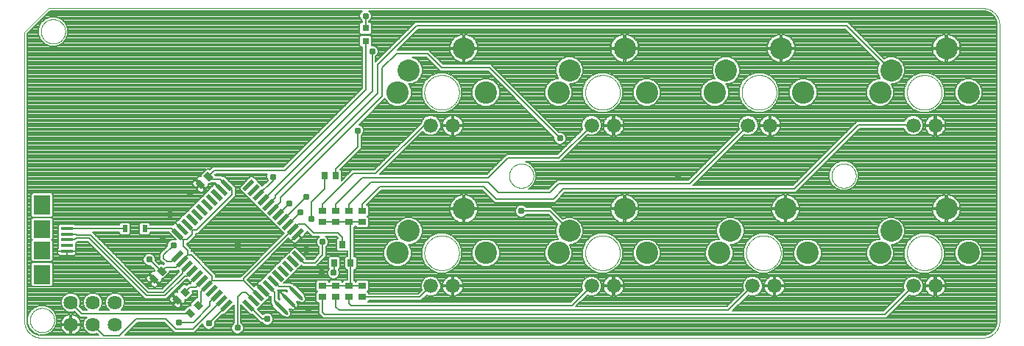
<source format=gtl>
G75*
%MOIN*%
%OFA0B0*%
%FSLAX25Y25*%
%IPPOS*%
%LPD*%
%AMOC8*
5,1,8,0,0,1.08239X$1,22.5*
%
%ADD10C,0.00000*%
%ADD11R,0.05906X0.01969*%
%ADD12R,0.01969X0.05906*%
%ADD13C,0.06400*%
%ADD14R,0.02756X0.03543*%
%ADD15C,0.01772*%
%ADD16C,0.01000*%
%ADD17R,0.05512X0.01575*%
%ADD18R,0.07480X0.07874*%
%ADD19R,0.07480X0.08661*%
%ADD20R,0.02480X0.03268*%
%ADD21R,0.03150X0.03543*%
%ADD22C,0.10000*%
%ADD23C,0.10124*%
%ADD24C,0.06600*%
%ADD25R,0.03543X0.02756*%
%ADD26R,0.03150X0.03150*%
%ADD27C,0.03100*%
%ADD28C,0.00800*%
%ADD29C,0.00700*%
D10*
X0022972Y0003500D02*
X0449472Y0003500D01*
X0449653Y0003502D01*
X0449834Y0003509D01*
X0450015Y0003520D01*
X0450196Y0003535D01*
X0450376Y0003555D01*
X0450556Y0003579D01*
X0450735Y0003607D01*
X0450913Y0003640D01*
X0451090Y0003677D01*
X0451267Y0003718D01*
X0451442Y0003763D01*
X0451617Y0003813D01*
X0451790Y0003867D01*
X0451961Y0003925D01*
X0452132Y0003987D01*
X0452300Y0004054D01*
X0452467Y0004124D01*
X0452633Y0004198D01*
X0452796Y0004277D01*
X0452957Y0004359D01*
X0453117Y0004445D01*
X0453274Y0004535D01*
X0453429Y0004629D01*
X0453582Y0004726D01*
X0453732Y0004828D01*
X0453880Y0004932D01*
X0454026Y0005041D01*
X0454168Y0005152D01*
X0454308Y0005268D01*
X0454445Y0005386D01*
X0454580Y0005508D01*
X0454711Y0005633D01*
X0454839Y0005761D01*
X0454964Y0005892D01*
X0455086Y0006027D01*
X0455204Y0006164D01*
X0455320Y0006304D01*
X0455431Y0006446D01*
X0455540Y0006592D01*
X0455644Y0006740D01*
X0455746Y0006890D01*
X0455843Y0007043D01*
X0455937Y0007198D01*
X0456027Y0007355D01*
X0456113Y0007515D01*
X0456195Y0007676D01*
X0456274Y0007839D01*
X0456348Y0008005D01*
X0456418Y0008172D01*
X0456485Y0008340D01*
X0456547Y0008511D01*
X0456605Y0008682D01*
X0456659Y0008855D01*
X0456709Y0009030D01*
X0456754Y0009205D01*
X0456795Y0009382D01*
X0456832Y0009559D01*
X0456865Y0009737D01*
X0456893Y0009916D01*
X0456917Y0010096D01*
X0456937Y0010276D01*
X0456952Y0010457D01*
X0456963Y0010638D01*
X0456970Y0010819D01*
X0456972Y0011000D01*
X0456972Y0145500D01*
X0456970Y0145681D01*
X0456963Y0145862D01*
X0456952Y0146043D01*
X0456937Y0146224D01*
X0456917Y0146404D01*
X0456893Y0146584D01*
X0456865Y0146763D01*
X0456832Y0146941D01*
X0456795Y0147118D01*
X0456754Y0147295D01*
X0456709Y0147470D01*
X0456659Y0147645D01*
X0456605Y0147818D01*
X0456547Y0147989D01*
X0456485Y0148160D01*
X0456418Y0148328D01*
X0456348Y0148495D01*
X0456274Y0148661D01*
X0456195Y0148824D01*
X0456113Y0148985D01*
X0456027Y0149145D01*
X0455937Y0149302D01*
X0455843Y0149457D01*
X0455746Y0149610D01*
X0455644Y0149760D01*
X0455540Y0149908D01*
X0455431Y0150054D01*
X0455320Y0150196D01*
X0455204Y0150336D01*
X0455086Y0150473D01*
X0454964Y0150608D01*
X0454839Y0150739D01*
X0454711Y0150867D01*
X0454580Y0150992D01*
X0454445Y0151114D01*
X0454308Y0151232D01*
X0454168Y0151348D01*
X0454026Y0151459D01*
X0453880Y0151568D01*
X0453732Y0151672D01*
X0453582Y0151774D01*
X0453429Y0151871D01*
X0453274Y0151965D01*
X0453117Y0152055D01*
X0452957Y0152141D01*
X0452796Y0152223D01*
X0452633Y0152302D01*
X0452467Y0152376D01*
X0452300Y0152446D01*
X0452132Y0152513D01*
X0451961Y0152575D01*
X0451790Y0152633D01*
X0451617Y0152687D01*
X0451442Y0152737D01*
X0451267Y0152782D01*
X0451090Y0152823D01*
X0450913Y0152860D01*
X0450735Y0152893D01*
X0450556Y0152921D01*
X0450376Y0152945D01*
X0450196Y0152965D01*
X0450015Y0152980D01*
X0449834Y0152991D01*
X0449653Y0152998D01*
X0449472Y0153000D01*
X0026472Y0153000D01*
X0015472Y0142000D01*
X0015472Y0011000D01*
X0015474Y0010819D01*
X0015481Y0010638D01*
X0015492Y0010457D01*
X0015507Y0010276D01*
X0015527Y0010096D01*
X0015551Y0009916D01*
X0015579Y0009737D01*
X0015612Y0009559D01*
X0015649Y0009382D01*
X0015690Y0009205D01*
X0015735Y0009030D01*
X0015785Y0008855D01*
X0015839Y0008682D01*
X0015897Y0008511D01*
X0015959Y0008340D01*
X0016026Y0008172D01*
X0016096Y0008005D01*
X0016170Y0007839D01*
X0016249Y0007676D01*
X0016331Y0007515D01*
X0016417Y0007355D01*
X0016507Y0007198D01*
X0016601Y0007043D01*
X0016698Y0006890D01*
X0016800Y0006740D01*
X0016904Y0006592D01*
X0017013Y0006446D01*
X0017124Y0006304D01*
X0017240Y0006164D01*
X0017358Y0006027D01*
X0017480Y0005892D01*
X0017605Y0005761D01*
X0017733Y0005633D01*
X0017864Y0005508D01*
X0017999Y0005386D01*
X0018136Y0005268D01*
X0018276Y0005152D01*
X0018418Y0005041D01*
X0018564Y0004932D01*
X0018712Y0004828D01*
X0018862Y0004726D01*
X0019015Y0004629D01*
X0019170Y0004535D01*
X0019327Y0004445D01*
X0019487Y0004359D01*
X0019648Y0004277D01*
X0019811Y0004198D01*
X0019977Y0004124D01*
X0020144Y0004054D01*
X0020312Y0003987D01*
X0020483Y0003925D01*
X0020654Y0003867D01*
X0020827Y0003813D01*
X0021002Y0003763D01*
X0021177Y0003718D01*
X0021354Y0003677D01*
X0021531Y0003640D01*
X0021709Y0003607D01*
X0021888Y0003579D01*
X0022068Y0003555D01*
X0022248Y0003535D01*
X0022429Y0003520D01*
X0022610Y0003509D01*
X0022791Y0003502D01*
X0022972Y0003500D01*
X0018004Y0011469D02*
X0018006Y0011617D01*
X0018012Y0011765D01*
X0018022Y0011913D01*
X0018036Y0012060D01*
X0018054Y0012207D01*
X0018075Y0012353D01*
X0018101Y0012499D01*
X0018131Y0012644D01*
X0018164Y0012788D01*
X0018202Y0012931D01*
X0018243Y0013073D01*
X0018288Y0013214D01*
X0018336Y0013354D01*
X0018389Y0013493D01*
X0018445Y0013630D01*
X0018505Y0013765D01*
X0018568Y0013899D01*
X0018635Y0014031D01*
X0018706Y0014161D01*
X0018780Y0014289D01*
X0018857Y0014415D01*
X0018938Y0014539D01*
X0019022Y0014661D01*
X0019109Y0014780D01*
X0019200Y0014897D01*
X0019294Y0015012D01*
X0019390Y0015124D01*
X0019490Y0015234D01*
X0019592Y0015340D01*
X0019698Y0015444D01*
X0019806Y0015545D01*
X0019917Y0015643D01*
X0020030Y0015739D01*
X0020146Y0015831D01*
X0020264Y0015920D01*
X0020385Y0016005D01*
X0020508Y0016088D01*
X0020633Y0016167D01*
X0020760Y0016243D01*
X0020889Y0016315D01*
X0021020Y0016384D01*
X0021153Y0016449D01*
X0021288Y0016510D01*
X0021424Y0016568D01*
X0021561Y0016623D01*
X0021700Y0016673D01*
X0021841Y0016720D01*
X0021982Y0016763D01*
X0022125Y0016803D01*
X0022269Y0016838D01*
X0022413Y0016870D01*
X0022559Y0016897D01*
X0022705Y0016921D01*
X0022852Y0016941D01*
X0022999Y0016957D01*
X0023146Y0016969D01*
X0023294Y0016977D01*
X0023442Y0016981D01*
X0023590Y0016981D01*
X0023738Y0016977D01*
X0023886Y0016969D01*
X0024033Y0016957D01*
X0024180Y0016941D01*
X0024327Y0016921D01*
X0024473Y0016897D01*
X0024619Y0016870D01*
X0024763Y0016838D01*
X0024907Y0016803D01*
X0025050Y0016763D01*
X0025191Y0016720D01*
X0025332Y0016673D01*
X0025471Y0016623D01*
X0025608Y0016568D01*
X0025744Y0016510D01*
X0025879Y0016449D01*
X0026012Y0016384D01*
X0026143Y0016315D01*
X0026272Y0016243D01*
X0026399Y0016167D01*
X0026524Y0016088D01*
X0026647Y0016005D01*
X0026768Y0015920D01*
X0026886Y0015831D01*
X0027002Y0015739D01*
X0027115Y0015643D01*
X0027226Y0015545D01*
X0027334Y0015444D01*
X0027440Y0015340D01*
X0027542Y0015234D01*
X0027642Y0015124D01*
X0027738Y0015012D01*
X0027832Y0014897D01*
X0027923Y0014780D01*
X0028010Y0014661D01*
X0028094Y0014539D01*
X0028175Y0014415D01*
X0028252Y0014289D01*
X0028326Y0014161D01*
X0028397Y0014031D01*
X0028464Y0013899D01*
X0028527Y0013765D01*
X0028587Y0013630D01*
X0028643Y0013493D01*
X0028696Y0013354D01*
X0028744Y0013214D01*
X0028789Y0013073D01*
X0028830Y0012931D01*
X0028868Y0012788D01*
X0028901Y0012644D01*
X0028931Y0012499D01*
X0028957Y0012353D01*
X0028978Y0012207D01*
X0028996Y0012060D01*
X0029010Y0011913D01*
X0029020Y0011765D01*
X0029026Y0011617D01*
X0029028Y0011469D01*
X0029026Y0011321D01*
X0029020Y0011173D01*
X0029010Y0011025D01*
X0028996Y0010878D01*
X0028978Y0010731D01*
X0028957Y0010585D01*
X0028931Y0010439D01*
X0028901Y0010294D01*
X0028868Y0010150D01*
X0028830Y0010007D01*
X0028789Y0009865D01*
X0028744Y0009724D01*
X0028696Y0009584D01*
X0028643Y0009445D01*
X0028587Y0009308D01*
X0028527Y0009173D01*
X0028464Y0009039D01*
X0028397Y0008907D01*
X0028326Y0008777D01*
X0028252Y0008649D01*
X0028175Y0008523D01*
X0028094Y0008399D01*
X0028010Y0008277D01*
X0027923Y0008158D01*
X0027832Y0008041D01*
X0027738Y0007926D01*
X0027642Y0007814D01*
X0027542Y0007704D01*
X0027440Y0007598D01*
X0027334Y0007494D01*
X0027226Y0007393D01*
X0027115Y0007295D01*
X0027002Y0007199D01*
X0026886Y0007107D01*
X0026768Y0007018D01*
X0026647Y0006933D01*
X0026524Y0006850D01*
X0026399Y0006771D01*
X0026272Y0006695D01*
X0026143Y0006623D01*
X0026012Y0006554D01*
X0025879Y0006489D01*
X0025744Y0006428D01*
X0025608Y0006370D01*
X0025471Y0006315D01*
X0025332Y0006265D01*
X0025191Y0006218D01*
X0025050Y0006175D01*
X0024907Y0006135D01*
X0024763Y0006100D01*
X0024619Y0006068D01*
X0024473Y0006041D01*
X0024327Y0006017D01*
X0024180Y0005997D01*
X0024033Y0005981D01*
X0023886Y0005969D01*
X0023738Y0005961D01*
X0023590Y0005957D01*
X0023442Y0005957D01*
X0023294Y0005961D01*
X0023146Y0005969D01*
X0022999Y0005981D01*
X0022852Y0005997D01*
X0022705Y0006017D01*
X0022559Y0006041D01*
X0022413Y0006068D01*
X0022269Y0006100D01*
X0022125Y0006135D01*
X0021982Y0006175D01*
X0021841Y0006218D01*
X0021700Y0006265D01*
X0021561Y0006315D01*
X0021424Y0006370D01*
X0021288Y0006428D01*
X0021153Y0006489D01*
X0021020Y0006554D01*
X0020889Y0006623D01*
X0020760Y0006695D01*
X0020633Y0006771D01*
X0020508Y0006850D01*
X0020385Y0006933D01*
X0020264Y0007018D01*
X0020146Y0007107D01*
X0020030Y0007199D01*
X0019917Y0007295D01*
X0019806Y0007393D01*
X0019698Y0007494D01*
X0019592Y0007598D01*
X0019490Y0007704D01*
X0019390Y0007814D01*
X0019294Y0007926D01*
X0019200Y0008041D01*
X0019109Y0008158D01*
X0019022Y0008277D01*
X0018938Y0008399D01*
X0018857Y0008523D01*
X0018780Y0008649D01*
X0018706Y0008777D01*
X0018635Y0008907D01*
X0018568Y0009039D01*
X0018505Y0009173D01*
X0018445Y0009308D01*
X0018389Y0009445D01*
X0018336Y0009584D01*
X0018288Y0009724D01*
X0018243Y0009865D01*
X0018202Y0010007D01*
X0018164Y0010150D01*
X0018131Y0010294D01*
X0018101Y0010439D01*
X0018075Y0010585D01*
X0018054Y0010731D01*
X0018036Y0010878D01*
X0018022Y0011025D01*
X0018012Y0011173D01*
X0018006Y0011321D01*
X0018004Y0011469D01*
X0196574Y0041996D02*
X0196576Y0042189D01*
X0196583Y0042382D01*
X0196595Y0042575D01*
X0196612Y0042768D01*
X0196633Y0042960D01*
X0196659Y0043152D01*
X0196690Y0043342D01*
X0196725Y0043532D01*
X0196765Y0043721D01*
X0196810Y0043909D01*
X0196859Y0044096D01*
X0196913Y0044282D01*
X0196971Y0044466D01*
X0197034Y0044649D01*
X0197102Y0044830D01*
X0197173Y0045010D01*
X0197250Y0045187D01*
X0197330Y0045363D01*
X0197415Y0045537D01*
X0197504Y0045708D01*
X0197597Y0045878D01*
X0197694Y0046045D01*
X0197796Y0046209D01*
X0197901Y0046371D01*
X0198011Y0046530D01*
X0198124Y0046687D01*
X0198241Y0046841D01*
X0198362Y0046992D01*
X0198486Y0047140D01*
X0198614Y0047285D01*
X0198746Y0047426D01*
X0198881Y0047564D01*
X0199019Y0047699D01*
X0199160Y0047831D01*
X0199305Y0047959D01*
X0199453Y0048083D01*
X0199604Y0048204D01*
X0199758Y0048321D01*
X0199915Y0048434D01*
X0200074Y0048544D01*
X0200236Y0048649D01*
X0200400Y0048751D01*
X0200567Y0048848D01*
X0200737Y0048941D01*
X0200908Y0049030D01*
X0201082Y0049115D01*
X0201258Y0049195D01*
X0201435Y0049272D01*
X0201615Y0049343D01*
X0201796Y0049411D01*
X0201979Y0049474D01*
X0202163Y0049532D01*
X0202349Y0049586D01*
X0202536Y0049635D01*
X0202724Y0049680D01*
X0202913Y0049720D01*
X0203103Y0049755D01*
X0203293Y0049786D01*
X0203485Y0049812D01*
X0203677Y0049833D01*
X0203870Y0049850D01*
X0204063Y0049862D01*
X0204256Y0049869D01*
X0204449Y0049871D01*
X0204642Y0049869D01*
X0204835Y0049862D01*
X0205028Y0049850D01*
X0205221Y0049833D01*
X0205413Y0049812D01*
X0205605Y0049786D01*
X0205795Y0049755D01*
X0205985Y0049720D01*
X0206174Y0049680D01*
X0206362Y0049635D01*
X0206549Y0049586D01*
X0206735Y0049532D01*
X0206919Y0049474D01*
X0207102Y0049411D01*
X0207283Y0049343D01*
X0207463Y0049272D01*
X0207640Y0049195D01*
X0207816Y0049115D01*
X0207990Y0049030D01*
X0208161Y0048941D01*
X0208331Y0048848D01*
X0208498Y0048751D01*
X0208662Y0048649D01*
X0208824Y0048544D01*
X0208983Y0048434D01*
X0209140Y0048321D01*
X0209294Y0048204D01*
X0209445Y0048083D01*
X0209593Y0047959D01*
X0209738Y0047831D01*
X0209879Y0047699D01*
X0210017Y0047564D01*
X0210152Y0047426D01*
X0210284Y0047285D01*
X0210412Y0047140D01*
X0210536Y0046992D01*
X0210657Y0046841D01*
X0210774Y0046687D01*
X0210887Y0046530D01*
X0210997Y0046371D01*
X0211102Y0046209D01*
X0211204Y0046045D01*
X0211301Y0045878D01*
X0211394Y0045708D01*
X0211483Y0045537D01*
X0211568Y0045363D01*
X0211648Y0045187D01*
X0211725Y0045010D01*
X0211796Y0044830D01*
X0211864Y0044649D01*
X0211927Y0044466D01*
X0211985Y0044282D01*
X0212039Y0044096D01*
X0212088Y0043909D01*
X0212133Y0043721D01*
X0212173Y0043532D01*
X0212208Y0043342D01*
X0212239Y0043152D01*
X0212265Y0042960D01*
X0212286Y0042768D01*
X0212303Y0042575D01*
X0212315Y0042382D01*
X0212322Y0042189D01*
X0212324Y0041996D01*
X0212322Y0041803D01*
X0212315Y0041610D01*
X0212303Y0041417D01*
X0212286Y0041224D01*
X0212265Y0041032D01*
X0212239Y0040840D01*
X0212208Y0040650D01*
X0212173Y0040460D01*
X0212133Y0040271D01*
X0212088Y0040083D01*
X0212039Y0039896D01*
X0211985Y0039710D01*
X0211927Y0039526D01*
X0211864Y0039343D01*
X0211796Y0039162D01*
X0211725Y0038982D01*
X0211648Y0038805D01*
X0211568Y0038629D01*
X0211483Y0038455D01*
X0211394Y0038284D01*
X0211301Y0038114D01*
X0211204Y0037947D01*
X0211102Y0037783D01*
X0210997Y0037621D01*
X0210887Y0037462D01*
X0210774Y0037305D01*
X0210657Y0037151D01*
X0210536Y0037000D01*
X0210412Y0036852D01*
X0210284Y0036707D01*
X0210152Y0036566D01*
X0210017Y0036428D01*
X0209879Y0036293D01*
X0209738Y0036161D01*
X0209593Y0036033D01*
X0209445Y0035909D01*
X0209294Y0035788D01*
X0209140Y0035671D01*
X0208983Y0035558D01*
X0208824Y0035448D01*
X0208662Y0035343D01*
X0208498Y0035241D01*
X0208331Y0035144D01*
X0208161Y0035051D01*
X0207990Y0034962D01*
X0207816Y0034877D01*
X0207640Y0034797D01*
X0207463Y0034720D01*
X0207283Y0034649D01*
X0207102Y0034581D01*
X0206919Y0034518D01*
X0206735Y0034460D01*
X0206549Y0034406D01*
X0206362Y0034357D01*
X0206174Y0034312D01*
X0205985Y0034272D01*
X0205795Y0034237D01*
X0205605Y0034206D01*
X0205413Y0034180D01*
X0205221Y0034159D01*
X0205028Y0034142D01*
X0204835Y0034130D01*
X0204642Y0034123D01*
X0204449Y0034121D01*
X0204256Y0034123D01*
X0204063Y0034130D01*
X0203870Y0034142D01*
X0203677Y0034159D01*
X0203485Y0034180D01*
X0203293Y0034206D01*
X0203103Y0034237D01*
X0202913Y0034272D01*
X0202724Y0034312D01*
X0202536Y0034357D01*
X0202349Y0034406D01*
X0202163Y0034460D01*
X0201979Y0034518D01*
X0201796Y0034581D01*
X0201615Y0034649D01*
X0201435Y0034720D01*
X0201258Y0034797D01*
X0201082Y0034877D01*
X0200908Y0034962D01*
X0200737Y0035051D01*
X0200567Y0035144D01*
X0200400Y0035241D01*
X0200236Y0035343D01*
X0200074Y0035448D01*
X0199915Y0035558D01*
X0199758Y0035671D01*
X0199604Y0035788D01*
X0199453Y0035909D01*
X0199305Y0036033D01*
X0199160Y0036161D01*
X0199019Y0036293D01*
X0198881Y0036428D01*
X0198746Y0036566D01*
X0198614Y0036707D01*
X0198486Y0036852D01*
X0198362Y0037000D01*
X0198241Y0037151D01*
X0198124Y0037305D01*
X0198011Y0037462D01*
X0197901Y0037621D01*
X0197796Y0037783D01*
X0197694Y0037947D01*
X0197597Y0038114D01*
X0197504Y0038284D01*
X0197415Y0038455D01*
X0197330Y0038629D01*
X0197250Y0038805D01*
X0197173Y0038982D01*
X0197102Y0039162D01*
X0197034Y0039343D01*
X0196971Y0039526D01*
X0196913Y0039710D01*
X0196859Y0039896D01*
X0196810Y0040083D01*
X0196765Y0040271D01*
X0196725Y0040460D01*
X0196690Y0040650D01*
X0196659Y0040840D01*
X0196633Y0041032D01*
X0196612Y0041224D01*
X0196595Y0041417D01*
X0196583Y0041610D01*
X0196576Y0041803D01*
X0196574Y0041996D01*
X0269408Y0041996D02*
X0269410Y0042189D01*
X0269417Y0042382D01*
X0269429Y0042575D01*
X0269446Y0042768D01*
X0269467Y0042960D01*
X0269493Y0043152D01*
X0269524Y0043342D01*
X0269559Y0043532D01*
X0269599Y0043721D01*
X0269644Y0043909D01*
X0269693Y0044096D01*
X0269747Y0044282D01*
X0269805Y0044466D01*
X0269868Y0044649D01*
X0269936Y0044830D01*
X0270007Y0045010D01*
X0270084Y0045187D01*
X0270164Y0045363D01*
X0270249Y0045537D01*
X0270338Y0045708D01*
X0270431Y0045878D01*
X0270528Y0046045D01*
X0270630Y0046209D01*
X0270735Y0046371D01*
X0270845Y0046530D01*
X0270958Y0046687D01*
X0271075Y0046841D01*
X0271196Y0046992D01*
X0271320Y0047140D01*
X0271448Y0047285D01*
X0271580Y0047426D01*
X0271715Y0047564D01*
X0271853Y0047699D01*
X0271994Y0047831D01*
X0272139Y0047959D01*
X0272287Y0048083D01*
X0272438Y0048204D01*
X0272592Y0048321D01*
X0272749Y0048434D01*
X0272908Y0048544D01*
X0273070Y0048649D01*
X0273234Y0048751D01*
X0273401Y0048848D01*
X0273571Y0048941D01*
X0273742Y0049030D01*
X0273916Y0049115D01*
X0274092Y0049195D01*
X0274269Y0049272D01*
X0274449Y0049343D01*
X0274630Y0049411D01*
X0274813Y0049474D01*
X0274997Y0049532D01*
X0275183Y0049586D01*
X0275370Y0049635D01*
X0275558Y0049680D01*
X0275747Y0049720D01*
X0275937Y0049755D01*
X0276127Y0049786D01*
X0276319Y0049812D01*
X0276511Y0049833D01*
X0276704Y0049850D01*
X0276897Y0049862D01*
X0277090Y0049869D01*
X0277283Y0049871D01*
X0277476Y0049869D01*
X0277669Y0049862D01*
X0277862Y0049850D01*
X0278055Y0049833D01*
X0278247Y0049812D01*
X0278439Y0049786D01*
X0278629Y0049755D01*
X0278819Y0049720D01*
X0279008Y0049680D01*
X0279196Y0049635D01*
X0279383Y0049586D01*
X0279569Y0049532D01*
X0279753Y0049474D01*
X0279936Y0049411D01*
X0280117Y0049343D01*
X0280297Y0049272D01*
X0280474Y0049195D01*
X0280650Y0049115D01*
X0280824Y0049030D01*
X0280995Y0048941D01*
X0281165Y0048848D01*
X0281332Y0048751D01*
X0281496Y0048649D01*
X0281658Y0048544D01*
X0281817Y0048434D01*
X0281974Y0048321D01*
X0282128Y0048204D01*
X0282279Y0048083D01*
X0282427Y0047959D01*
X0282572Y0047831D01*
X0282713Y0047699D01*
X0282851Y0047564D01*
X0282986Y0047426D01*
X0283118Y0047285D01*
X0283246Y0047140D01*
X0283370Y0046992D01*
X0283491Y0046841D01*
X0283608Y0046687D01*
X0283721Y0046530D01*
X0283831Y0046371D01*
X0283936Y0046209D01*
X0284038Y0046045D01*
X0284135Y0045878D01*
X0284228Y0045708D01*
X0284317Y0045537D01*
X0284402Y0045363D01*
X0284482Y0045187D01*
X0284559Y0045010D01*
X0284630Y0044830D01*
X0284698Y0044649D01*
X0284761Y0044466D01*
X0284819Y0044282D01*
X0284873Y0044096D01*
X0284922Y0043909D01*
X0284967Y0043721D01*
X0285007Y0043532D01*
X0285042Y0043342D01*
X0285073Y0043152D01*
X0285099Y0042960D01*
X0285120Y0042768D01*
X0285137Y0042575D01*
X0285149Y0042382D01*
X0285156Y0042189D01*
X0285158Y0041996D01*
X0285156Y0041803D01*
X0285149Y0041610D01*
X0285137Y0041417D01*
X0285120Y0041224D01*
X0285099Y0041032D01*
X0285073Y0040840D01*
X0285042Y0040650D01*
X0285007Y0040460D01*
X0284967Y0040271D01*
X0284922Y0040083D01*
X0284873Y0039896D01*
X0284819Y0039710D01*
X0284761Y0039526D01*
X0284698Y0039343D01*
X0284630Y0039162D01*
X0284559Y0038982D01*
X0284482Y0038805D01*
X0284402Y0038629D01*
X0284317Y0038455D01*
X0284228Y0038284D01*
X0284135Y0038114D01*
X0284038Y0037947D01*
X0283936Y0037783D01*
X0283831Y0037621D01*
X0283721Y0037462D01*
X0283608Y0037305D01*
X0283491Y0037151D01*
X0283370Y0037000D01*
X0283246Y0036852D01*
X0283118Y0036707D01*
X0282986Y0036566D01*
X0282851Y0036428D01*
X0282713Y0036293D01*
X0282572Y0036161D01*
X0282427Y0036033D01*
X0282279Y0035909D01*
X0282128Y0035788D01*
X0281974Y0035671D01*
X0281817Y0035558D01*
X0281658Y0035448D01*
X0281496Y0035343D01*
X0281332Y0035241D01*
X0281165Y0035144D01*
X0280995Y0035051D01*
X0280824Y0034962D01*
X0280650Y0034877D01*
X0280474Y0034797D01*
X0280297Y0034720D01*
X0280117Y0034649D01*
X0279936Y0034581D01*
X0279753Y0034518D01*
X0279569Y0034460D01*
X0279383Y0034406D01*
X0279196Y0034357D01*
X0279008Y0034312D01*
X0278819Y0034272D01*
X0278629Y0034237D01*
X0278439Y0034206D01*
X0278247Y0034180D01*
X0278055Y0034159D01*
X0277862Y0034142D01*
X0277669Y0034130D01*
X0277476Y0034123D01*
X0277283Y0034121D01*
X0277090Y0034123D01*
X0276897Y0034130D01*
X0276704Y0034142D01*
X0276511Y0034159D01*
X0276319Y0034180D01*
X0276127Y0034206D01*
X0275937Y0034237D01*
X0275747Y0034272D01*
X0275558Y0034312D01*
X0275370Y0034357D01*
X0275183Y0034406D01*
X0274997Y0034460D01*
X0274813Y0034518D01*
X0274630Y0034581D01*
X0274449Y0034649D01*
X0274269Y0034720D01*
X0274092Y0034797D01*
X0273916Y0034877D01*
X0273742Y0034962D01*
X0273571Y0035051D01*
X0273401Y0035144D01*
X0273234Y0035241D01*
X0273070Y0035343D01*
X0272908Y0035448D01*
X0272749Y0035558D01*
X0272592Y0035671D01*
X0272438Y0035788D01*
X0272287Y0035909D01*
X0272139Y0036033D01*
X0271994Y0036161D01*
X0271853Y0036293D01*
X0271715Y0036428D01*
X0271580Y0036566D01*
X0271448Y0036707D01*
X0271320Y0036852D01*
X0271196Y0037000D01*
X0271075Y0037151D01*
X0270958Y0037305D01*
X0270845Y0037462D01*
X0270735Y0037621D01*
X0270630Y0037783D01*
X0270528Y0037947D01*
X0270431Y0038114D01*
X0270338Y0038284D01*
X0270249Y0038455D01*
X0270164Y0038629D01*
X0270084Y0038805D01*
X0270007Y0038982D01*
X0269936Y0039162D01*
X0269868Y0039343D01*
X0269805Y0039526D01*
X0269747Y0039710D01*
X0269693Y0039896D01*
X0269644Y0040083D01*
X0269599Y0040271D01*
X0269559Y0040460D01*
X0269524Y0040650D01*
X0269493Y0040840D01*
X0269467Y0041032D01*
X0269446Y0041224D01*
X0269429Y0041417D01*
X0269417Y0041610D01*
X0269410Y0041803D01*
X0269408Y0041996D01*
X0342243Y0041996D02*
X0342245Y0042189D01*
X0342252Y0042382D01*
X0342264Y0042575D01*
X0342281Y0042768D01*
X0342302Y0042960D01*
X0342328Y0043152D01*
X0342359Y0043342D01*
X0342394Y0043532D01*
X0342434Y0043721D01*
X0342479Y0043909D01*
X0342528Y0044096D01*
X0342582Y0044282D01*
X0342640Y0044466D01*
X0342703Y0044649D01*
X0342771Y0044830D01*
X0342842Y0045010D01*
X0342919Y0045187D01*
X0342999Y0045363D01*
X0343084Y0045537D01*
X0343173Y0045708D01*
X0343266Y0045878D01*
X0343363Y0046045D01*
X0343465Y0046209D01*
X0343570Y0046371D01*
X0343680Y0046530D01*
X0343793Y0046687D01*
X0343910Y0046841D01*
X0344031Y0046992D01*
X0344155Y0047140D01*
X0344283Y0047285D01*
X0344415Y0047426D01*
X0344550Y0047564D01*
X0344688Y0047699D01*
X0344829Y0047831D01*
X0344974Y0047959D01*
X0345122Y0048083D01*
X0345273Y0048204D01*
X0345427Y0048321D01*
X0345584Y0048434D01*
X0345743Y0048544D01*
X0345905Y0048649D01*
X0346069Y0048751D01*
X0346236Y0048848D01*
X0346406Y0048941D01*
X0346577Y0049030D01*
X0346751Y0049115D01*
X0346927Y0049195D01*
X0347104Y0049272D01*
X0347284Y0049343D01*
X0347465Y0049411D01*
X0347648Y0049474D01*
X0347832Y0049532D01*
X0348018Y0049586D01*
X0348205Y0049635D01*
X0348393Y0049680D01*
X0348582Y0049720D01*
X0348772Y0049755D01*
X0348962Y0049786D01*
X0349154Y0049812D01*
X0349346Y0049833D01*
X0349539Y0049850D01*
X0349732Y0049862D01*
X0349925Y0049869D01*
X0350118Y0049871D01*
X0350311Y0049869D01*
X0350504Y0049862D01*
X0350697Y0049850D01*
X0350890Y0049833D01*
X0351082Y0049812D01*
X0351274Y0049786D01*
X0351464Y0049755D01*
X0351654Y0049720D01*
X0351843Y0049680D01*
X0352031Y0049635D01*
X0352218Y0049586D01*
X0352404Y0049532D01*
X0352588Y0049474D01*
X0352771Y0049411D01*
X0352952Y0049343D01*
X0353132Y0049272D01*
X0353309Y0049195D01*
X0353485Y0049115D01*
X0353659Y0049030D01*
X0353830Y0048941D01*
X0354000Y0048848D01*
X0354167Y0048751D01*
X0354331Y0048649D01*
X0354493Y0048544D01*
X0354652Y0048434D01*
X0354809Y0048321D01*
X0354963Y0048204D01*
X0355114Y0048083D01*
X0355262Y0047959D01*
X0355407Y0047831D01*
X0355548Y0047699D01*
X0355686Y0047564D01*
X0355821Y0047426D01*
X0355953Y0047285D01*
X0356081Y0047140D01*
X0356205Y0046992D01*
X0356326Y0046841D01*
X0356443Y0046687D01*
X0356556Y0046530D01*
X0356666Y0046371D01*
X0356771Y0046209D01*
X0356873Y0046045D01*
X0356970Y0045878D01*
X0357063Y0045708D01*
X0357152Y0045537D01*
X0357237Y0045363D01*
X0357317Y0045187D01*
X0357394Y0045010D01*
X0357465Y0044830D01*
X0357533Y0044649D01*
X0357596Y0044466D01*
X0357654Y0044282D01*
X0357708Y0044096D01*
X0357757Y0043909D01*
X0357802Y0043721D01*
X0357842Y0043532D01*
X0357877Y0043342D01*
X0357908Y0043152D01*
X0357934Y0042960D01*
X0357955Y0042768D01*
X0357972Y0042575D01*
X0357984Y0042382D01*
X0357991Y0042189D01*
X0357993Y0041996D01*
X0357991Y0041803D01*
X0357984Y0041610D01*
X0357972Y0041417D01*
X0357955Y0041224D01*
X0357934Y0041032D01*
X0357908Y0040840D01*
X0357877Y0040650D01*
X0357842Y0040460D01*
X0357802Y0040271D01*
X0357757Y0040083D01*
X0357708Y0039896D01*
X0357654Y0039710D01*
X0357596Y0039526D01*
X0357533Y0039343D01*
X0357465Y0039162D01*
X0357394Y0038982D01*
X0357317Y0038805D01*
X0357237Y0038629D01*
X0357152Y0038455D01*
X0357063Y0038284D01*
X0356970Y0038114D01*
X0356873Y0037947D01*
X0356771Y0037783D01*
X0356666Y0037621D01*
X0356556Y0037462D01*
X0356443Y0037305D01*
X0356326Y0037151D01*
X0356205Y0037000D01*
X0356081Y0036852D01*
X0355953Y0036707D01*
X0355821Y0036566D01*
X0355686Y0036428D01*
X0355548Y0036293D01*
X0355407Y0036161D01*
X0355262Y0036033D01*
X0355114Y0035909D01*
X0354963Y0035788D01*
X0354809Y0035671D01*
X0354652Y0035558D01*
X0354493Y0035448D01*
X0354331Y0035343D01*
X0354167Y0035241D01*
X0354000Y0035144D01*
X0353830Y0035051D01*
X0353659Y0034962D01*
X0353485Y0034877D01*
X0353309Y0034797D01*
X0353132Y0034720D01*
X0352952Y0034649D01*
X0352771Y0034581D01*
X0352588Y0034518D01*
X0352404Y0034460D01*
X0352218Y0034406D01*
X0352031Y0034357D01*
X0351843Y0034312D01*
X0351654Y0034272D01*
X0351464Y0034237D01*
X0351274Y0034206D01*
X0351082Y0034180D01*
X0350890Y0034159D01*
X0350697Y0034142D01*
X0350504Y0034130D01*
X0350311Y0034123D01*
X0350118Y0034121D01*
X0349925Y0034123D01*
X0349732Y0034130D01*
X0349539Y0034142D01*
X0349346Y0034159D01*
X0349154Y0034180D01*
X0348962Y0034206D01*
X0348772Y0034237D01*
X0348582Y0034272D01*
X0348393Y0034312D01*
X0348205Y0034357D01*
X0348018Y0034406D01*
X0347832Y0034460D01*
X0347648Y0034518D01*
X0347465Y0034581D01*
X0347284Y0034649D01*
X0347104Y0034720D01*
X0346927Y0034797D01*
X0346751Y0034877D01*
X0346577Y0034962D01*
X0346406Y0035051D01*
X0346236Y0035144D01*
X0346069Y0035241D01*
X0345905Y0035343D01*
X0345743Y0035448D01*
X0345584Y0035558D01*
X0345427Y0035671D01*
X0345273Y0035788D01*
X0345122Y0035909D01*
X0344974Y0036033D01*
X0344829Y0036161D01*
X0344688Y0036293D01*
X0344550Y0036428D01*
X0344415Y0036566D01*
X0344283Y0036707D01*
X0344155Y0036852D01*
X0344031Y0037000D01*
X0343910Y0037151D01*
X0343793Y0037305D01*
X0343680Y0037462D01*
X0343570Y0037621D01*
X0343465Y0037783D01*
X0343363Y0037947D01*
X0343266Y0038114D01*
X0343173Y0038284D01*
X0343084Y0038455D01*
X0342999Y0038629D01*
X0342919Y0038805D01*
X0342842Y0038982D01*
X0342771Y0039162D01*
X0342703Y0039343D01*
X0342640Y0039526D01*
X0342582Y0039710D01*
X0342528Y0039896D01*
X0342479Y0040083D01*
X0342434Y0040271D01*
X0342394Y0040460D01*
X0342359Y0040650D01*
X0342328Y0040840D01*
X0342302Y0041032D01*
X0342281Y0041224D01*
X0342264Y0041417D01*
X0342252Y0041610D01*
X0342245Y0041803D01*
X0342243Y0041996D01*
X0415078Y0041996D02*
X0415080Y0042189D01*
X0415087Y0042382D01*
X0415099Y0042575D01*
X0415116Y0042768D01*
X0415137Y0042960D01*
X0415163Y0043152D01*
X0415194Y0043342D01*
X0415229Y0043532D01*
X0415269Y0043721D01*
X0415314Y0043909D01*
X0415363Y0044096D01*
X0415417Y0044282D01*
X0415475Y0044466D01*
X0415538Y0044649D01*
X0415606Y0044830D01*
X0415677Y0045010D01*
X0415754Y0045187D01*
X0415834Y0045363D01*
X0415919Y0045537D01*
X0416008Y0045708D01*
X0416101Y0045878D01*
X0416198Y0046045D01*
X0416300Y0046209D01*
X0416405Y0046371D01*
X0416515Y0046530D01*
X0416628Y0046687D01*
X0416745Y0046841D01*
X0416866Y0046992D01*
X0416990Y0047140D01*
X0417118Y0047285D01*
X0417250Y0047426D01*
X0417385Y0047564D01*
X0417523Y0047699D01*
X0417664Y0047831D01*
X0417809Y0047959D01*
X0417957Y0048083D01*
X0418108Y0048204D01*
X0418262Y0048321D01*
X0418419Y0048434D01*
X0418578Y0048544D01*
X0418740Y0048649D01*
X0418904Y0048751D01*
X0419071Y0048848D01*
X0419241Y0048941D01*
X0419412Y0049030D01*
X0419586Y0049115D01*
X0419762Y0049195D01*
X0419939Y0049272D01*
X0420119Y0049343D01*
X0420300Y0049411D01*
X0420483Y0049474D01*
X0420667Y0049532D01*
X0420853Y0049586D01*
X0421040Y0049635D01*
X0421228Y0049680D01*
X0421417Y0049720D01*
X0421607Y0049755D01*
X0421797Y0049786D01*
X0421989Y0049812D01*
X0422181Y0049833D01*
X0422374Y0049850D01*
X0422567Y0049862D01*
X0422760Y0049869D01*
X0422953Y0049871D01*
X0423146Y0049869D01*
X0423339Y0049862D01*
X0423532Y0049850D01*
X0423725Y0049833D01*
X0423917Y0049812D01*
X0424109Y0049786D01*
X0424299Y0049755D01*
X0424489Y0049720D01*
X0424678Y0049680D01*
X0424866Y0049635D01*
X0425053Y0049586D01*
X0425239Y0049532D01*
X0425423Y0049474D01*
X0425606Y0049411D01*
X0425787Y0049343D01*
X0425967Y0049272D01*
X0426144Y0049195D01*
X0426320Y0049115D01*
X0426494Y0049030D01*
X0426665Y0048941D01*
X0426835Y0048848D01*
X0427002Y0048751D01*
X0427166Y0048649D01*
X0427328Y0048544D01*
X0427487Y0048434D01*
X0427644Y0048321D01*
X0427798Y0048204D01*
X0427949Y0048083D01*
X0428097Y0047959D01*
X0428242Y0047831D01*
X0428383Y0047699D01*
X0428521Y0047564D01*
X0428656Y0047426D01*
X0428788Y0047285D01*
X0428916Y0047140D01*
X0429040Y0046992D01*
X0429161Y0046841D01*
X0429278Y0046687D01*
X0429391Y0046530D01*
X0429501Y0046371D01*
X0429606Y0046209D01*
X0429708Y0046045D01*
X0429805Y0045878D01*
X0429898Y0045708D01*
X0429987Y0045537D01*
X0430072Y0045363D01*
X0430152Y0045187D01*
X0430229Y0045010D01*
X0430300Y0044830D01*
X0430368Y0044649D01*
X0430431Y0044466D01*
X0430489Y0044282D01*
X0430543Y0044096D01*
X0430592Y0043909D01*
X0430637Y0043721D01*
X0430677Y0043532D01*
X0430712Y0043342D01*
X0430743Y0043152D01*
X0430769Y0042960D01*
X0430790Y0042768D01*
X0430807Y0042575D01*
X0430819Y0042382D01*
X0430826Y0042189D01*
X0430828Y0041996D01*
X0430826Y0041803D01*
X0430819Y0041610D01*
X0430807Y0041417D01*
X0430790Y0041224D01*
X0430769Y0041032D01*
X0430743Y0040840D01*
X0430712Y0040650D01*
X0430677Y0040460D01*
X0430637Y0040271D01*
X0430592Y0040083D01*
X0430543Y0039896D01*
X0430489Y0039710D01*
X0430431Y0039526D01*
X0430368Y0039343D01*
X0430300Y0039162D01*
X0430229Y0038982D01*
X0430152Y0038805D01*
X0430072Y0038629D01*
X0429987Y0038455D01*
X0429898Y0038284D01*
X0429805Y0038114D01*
X0429708Y0037947D01*
X0429606Y0037783D01*
X0429501Y0037621D01*
X0429391Y0037462D01*
X0429278Y0037305D01*
X0429161Y0037151D01*
X0429040Y0037000D01*
X0428916Y0036852D01*
X0428788Y0036707D01*
X0428656Y0036566D01*
X0428521Y0036428D01*
X0428383Y0036293D01*
X0428242Y0036161D01*
X0428097Y0036033D01*
X0427949Y0035909D01*
X0427798Y0035788D01*
X0427644Y0035671D01*
X0427487Y0035558D01*
X0427328Y0035448D01*
X0427166Y0035343D01*
X0427002Y0035241D01*
X0426835Y0035144D01*
X0426665Y0035051D01*
X0426494Y0034962D01*
X0426320Y0034877D01*
X0426144Y0034797D01*
X0425967Y0034720D01*
X0425787Y0034649D01*
X0425606Y0034581D01*
X0425423Y0034518D01*
X0425239Y0034460D01*
X0425053Y0034406D01*
X0424866Y0034357D01*
X0424678Y0034312D01*
X0424489Y0034272D01*
X0424299Y0034237D01*
X0424109Y0034206D01*
X0423917Y0034180D01*
X0423725Y0034159D01*
X0423532Y0034142D01*
X0423339Y0034130D01*
X0423146Y0034123D01*
X0422953Y0034121D01*
X0422760Y0034123D01*
X0422567Y0034130D01*
X0422374Y0034142D01*
X0422181Y0034159D01*
X0421989Y0034180D01*
X0421797Y0034206D01*
X0421607Y0034237D01*
X0421417Y0034272D01*
X0421228Y0034312D01*
X0421040Y0034357D01*
X0420853Y0034406D01*
X0420667Y0034460D01*
X0420483Y0034518D01*
X0420300Y0034581D01*
X0420119Y0034649D01*
X0419939Y0034720D01*
X0419762Y0034797D01*
X0419586Y0034877D01*
X0419412Y0034962D01*
X0419241Y0035051D01*
X0419071Y0035144D01*
X0418904Y0035241D01*
X0418740Y0035343D01*
X0418578Y0035448D01*
X0418419Y0035558D01*
X0418262Y0035671D01*
X0418108Y0035788D01*
X0417957Y0035909D01*
X0417809Y0036033D01*
X0417664Y0036161D01*
X0417523Y0036293D01*
X0417385Y0036428D01*
X0417250Y0036566D01*
X0417118Y0036707D01*
X0416990Y0036852D01*
X0416866Y0037000D01*
X0416745Y0037151D01*
X0416628Y0037305D01*
X0416515Y0037462D01*
X0416405Y0037621D01*
X0416300Y0037783D01*
X0416198Y0037947D01*
X0416101Y0038114D01*
X0416008Y0038284D01*
X0415919Y0038455D01*
X0415834Y0038629D01*
X0415754Y0038805D01*
X0415677Y0038982D01*
X0415606Y0039162D01*
X0415538Y0039343D01*
X0415475Y0039526D01*
X0415417Y0039710D01*
X0415363Y0039896D01*
X0415314Y0040083D01*
X0415269Y0040271D01*
X0415229Y0040460D01*
X0415194Y0040650D01*
X0415163Y0040840D01*
X0415137Y0041032D01*
X0415116Y0041224D01*
X0415099Y0041417D01*
X0415087Y0041610D01*
X0415080Y0041803D01*
X0415078Y0041996D01*
X0380960Y0077000D02*
X0380962Y0077148D01*
X0380968Y0077296D01*
X0380978Y0077444D01*
X0380992Y0077591D01*
X0381010Y0077738D01*
X0381031Y0077884D01*
X0381057Y0078030D01*
X0381087Y0078175D01*
X0381120Y0078319D01*
X0381158Y0078462D01*
X0381199Y0078604D01*
X0381244Y0078745D01*
X0381292Y0078885D01*
X0381345Y0079024D01*
X0381401Y0079161D01*
X0381461Y0079296D01*
X0381524Y0079430D01*
X0381591Y0079562D01*
X0381662Y0079692D01*
X0381736Y0079820D01*
X0381813Y0079946D01*
X0381894Y0080070D01*
X0381978Y0080192D01*
X0382065Y0080311D01*
X0382156Y0080428D01*
X0382250Y0080543D01*
X0382346Y0080655D01*
X0382446Y0080765D01*
X0382548Y0080871D01*
X0382654Y0080975D01*
X0382762Y0081076D01*
X0382873Y0081174D01*
X0382986Y0081270D01*
X0383102Y0081362D01*
X0383220Y0081451D01*
X0383341Y0081536D01*
X0383464Y0081619D01*
X0383589Y0081698D01*
X0383716Y0081774D01*
X0383845Y0081846D01*
X0383976Y0081915D01*
X0384109Y0081980D01*
X0384244Y0082041D01*
X0384380Y0082099D01*
X0384517Y0082154D01*
X0384656Y0082204D01*
X0384797Y0082251D01*
X0384938Y0082294D01*
X0385081Y0082334D01*
X0385225Y0082369D01*
X0385369Y0082401D01*
X0385515Y0082428D01*
X0385661Y0082452D01*
X0385808Y0082472D01*
X0385955Y0082488D01*
X0386102Y0082500D01*
X0386250Y0082508D01*
X0386398Y0082512D01*
X0386546Y0082512D01*
X0386694Y0082508D01*
X0386842Y0082500D01*
X0386989Y0082488D01*
X0387136Y0082472D01*
X0387283Y0082452D01*
X0387429Y0082428D01*
X0387575Y0082401D01*
X0387719Y0082369D01*
X0387863Y0082334D01*
X0388006Y0082294D01*
X0388147Y0082251D01*
X0388288Y0082204D01*
X0388427Y0082154D01*
X0388564Y0082099D01*
X0388700Y0082041D01*
X0388835Y0081980D01*
X0388968Y0081915D01*
X0389099Y0081846D01*
X0389228Y0081774D01*
X0389355Y0081698D01*
X0389480Y0081619D01*
X0389603Y0081536D01*
X0389724Y0081451D01*
X0389842Y0081362D01*
X0389958Y0081270D01*
X0390071Y0081174D01*
X0390182Y0081076D01*
X0390290Y0080975D01*
X0390396Y0080871D01*
X0390498Y0080765D01*
X0390598Y0080655D01*
X0390694Y0080543D01*
X0390788Y0080428D01*
X0390879Y0080311D01*
X0390966Y0080192D01*
X0391050Y0080070D01*
X0391131Y0079946D01*
X0391208Y0079820D01*
X0391282Y0079692D01*
X0391353Y0079562D01*
X0391420Y0079430D01*
X0391483Y0079296D01*
X0391543Y0079161D01*
X0391599Y0079024D01*
X0391652Y0078885D01*
X0391700Y0078745D01*
X0391745Y0078604D01*
X0391786Y0078462D01*
X0391824Y0078319D01*
X0391857Y0078175D01*
X0391887Y0078030D01*
X0391913Y0077884D01*
X0391934Y0077738D01*
X0391952Y0077591D01*
X0391966Y0077444D01*
X0391976Y0077296D01*
X0391982Y0077148D01*
X0391984Y0077000D01*
X0391982Y0076852D01*
X0391976Y0076704D01*
X0391966Y0076556D01*
X0391952Y0076409D01*
X0391934Y0076262D01*
X0391913Y0076116D01*
X0391887Y0075970D01*
X0391857Y0075825D01*
X0391824Y0075681D01*
X0391786Y0075538D01*
X0391745Y0075396D01*
X0391700Y0075255D01*
X0391652Y0075115D01*
X0391599Y0074976D01*
X0391543Y0074839D01*
X0391483Y0074704D01*
X0391420Y0074570D01*
X0391353Y0074438D01*
X0391282Y0074308D01*
X0391208Y0074180D01*
X0391131Y0074054D01*
X0391050Y0073930D01*
X0390966Y0073808D01*
X0390879Y0073689D01*
X0390788Y0073572D01*
X0390694Y0073457D01*
X0390598Y0073345D01*
X0390498Y0073235D01*
X0390396Y0073129D01*
X0390290Y0073025D01*
X0390182Y0072924D01*
X0390071Y0072826D01*
X0389958Y0072730D01*
X0389842Y0072638D01*
X0389724Y0072549D01*
X0389603Y0072464D01*
X0389480Y0072381D01*
X0389355Y0072302D01*
X0389228Y0072226D01*
X0389099Y0072154D01*
X0388968Y0072085D01*
X0388835Y0072020D01*
X0388700Y0071959D01*
X0388564Y0071901D01*
X0388427Y0071846D01*
X0388288Y0071796D01*
X0388147Y0071749D01*
X0388006Y0071706D01*
X0387863Y0071666D01*
X0387719Y0071631D01*
X0387575Y0071599D01*
X0387429Y0071572D01*
X0387283Y0071548D01*
X0387136Y0071528D01*
X0386989Y0071512D01*
X0386842Y0071500D01*
X0386694Y0071492D01*
X0386546Y0071488D01*
X0386398Y0071488D01*
X0386250Y0071492D01*
X0386102Y0071500D01*
X0385955Y0071512D01*
X0385808Y0071528D01*
X0385661Y0071548D01*
X0385515Y0071572D01*
X0385369Y0071599D01*
X0385225Y0071631D01*
X0385081Y0071666D01*
X0384938Y0071706D01*
X0384797Y0071749D01*
X0384656Y0071796D01*
X0384517Y0071846D01*
X0384380Y0071901D01*
X0384244Y0071959D01*
X0384109Y0072020D01*
X0383976Y0072085D01*
X0383845Y0072154D01*
X0383716Y0072226D01*
X0383589Y0072302D01*
X0383464Y0072381D01*
X0383341Y0072464D01*
X0383220Y0072549D01*
X0383102Y0072638D01*
X0382986Y0072730D01*
X0382873Y0072826D01*
X0382762Y0072924D01*
X0382654Y0073025D01*
X0382548Y0073129D01*
X0382446Y0073235D01*
X0382346Y0073345D01*
X0382250Y0073457D01*
X0382156Y0073572D01*
X0382065Y0073689D01*
X0381978Y0073808D01*
X0381894Y0073930D01*
X0381813Y0074054D01*
X0381736Y0074180D01*
X0381662Y0074308D01*
X0381591Y0074438D01*
X0381524Y0074570D01*
X0381461Y0074704D01*
X0381401Y0074839D01*
X0381345Y0074976D01*
X0381292Y0075115D01*
X0381244Y0075255D01*
X0381199Y0075396D01*
X0381158Y0075538D01*
X0381120Y0075681D01*
X0381087Y0075825D01*
X0381057Y0075970D01*
X0381031Y0076116D01*
X0381010Y0076262D01*
X0380992Y0076409D01*
X0380978Y0076556D01*
X0380968Y0076704D01*
X0380962Y0076852D01*
X0380960Y0077000D01*
X0340275Y0114831D02*
X0340277Y0115024D01*
X0340284Y0115217D01*
X0340296Y0115410D01*
X0340313Y0115603D01*
X0340334Y0115795D01*
X0340360Y0115987D01*
X0340391Y0116177D01*
X0340426Y0116367D01*
X0340466Y0116556D01*
X0340511Y0116744D01*
X0340560Y0116931D01*
X0340614Y0117117D01*
X0340672Y0117301D01*
X0340735Y0117484D01*
X0340803Y0117665D01*
X0340874Y0117845D01*
X0340951Y0118022D01*
X0341031Y0118198D01*
X0341116Y0118372D01*
X0341205Y0118543D01*
X0341298Y0118713D01*
X0341395Y0118880D01*
X0341497Y0119044D01*
X0341602Y0119206D01*
X0341712Y0119365D01*
X0341825Y0119522D01*
X0341942Y0119676D01*
X0342063Y0119827D01*
X0342187Y0119975D01*
X0342315Y0120120D01*
X0342447Y0120261D01*
X0342582Y0120399D01*
X0342720Y0120534D01*
X0342861Y0120666D01*
X0343006Y0120794D01*
X0343154Y0120918D01*
X0343305Y0121039D01*
X0343459Y0121156D01*
X0343616Y0121269D01*
X0343775Y0121379D01*
X0343937Y0121484D01*
X0344101Y0121586D01*
X0344268Y0121683D01*
X0344438Y0121776D01*
X0344609Y0121865D01*
X0344783Y0121950D01*
X0344959Y0122030D01*
X0345136Y0122107D01*
X0345316Y0122178D01*
X0345497Y0122246D01*
X0345680Y0122309D01*
X0345864Y0122367D01*
X0346050Y0122421D01*
X0346237Y0122470D01*
X0346425Y0122515D01*
X0346614Y0122555D01*
X0346804Y0122590D01*
X0346994Y0122621D01*
X0347186Y0122647D01*
X0347378Y0122668D01*
X0347571Y0122685D01*
X0347764Y0122697D01*
X0347957Y0122704D01*
X0348150Y0122706D01*
X0348343Y0122704D01*
X0348536Y0122697D01*
X0348729Y0122685D01*
X0348922Y0122668D01*
X0349114Y0122647D01*
X0349306Y0122621D01*
X0349496Y0122590D01*
X0349686Y0122555D01*
X0349875Y0122515D01*
X0350063Y0122470D01*
X0350250Y0122421D01*
X0350436Y0122367D01*
X0350620Y0122309D01*
X0350803Y0122246D01*
X0350984Y0122178D01*
X0351164Y0122107D01*
X0351341Y0122030D01*
X0351517Y0121950D01*
X0351691Y0121865D01*
X0351862Y0121776D01*
X0352032Y0121683D01*
X0352199Y0121586D01*
X0352363Y0121484D01*
X0352525Y0121379D01*
X0352684Y0121269D01*
X0352841Y0121156D01*
X0352995Y0121039D01*
X0353146Y0120918D01*
X0353294Y0120794D01*
X0353439Y0120666D01*
X0353580Y0120534D01*
X0353718Y0120399D01*
X0353853Y0120261D01*
X0353985Y0120120D01*
X0354113Y0119975D01*
X0354237Y0119827D01*
X0354358Y0119676D01*
X0354475Y0119522D01*
X0354588Y0119365D01*
X0354698Y0119206D01*
X0354803Y0119044D01*
X0354905Y0118880D01*
X0355002Y0118713D01*
X0355095Y0118543D01*
X0355184Y0118372D01*
X0355269Y0118198D01*
X0355349Y0118022D01*
X0355426Y0117845D01*
X0355497Y0117665D01*
X0355565Y0117484D01*
X0355628Y0117301D01*
X0355686Y0117117D01*
X0355740Y0116931D01*
X0355789Y0116744D01*
X0355834Y0116556D01*
X0355874Y0116367D01*
X0355909Y0116177D01*
X0355940Y0115987D01*
X0355966Y0115795D01*
X0355987Y0115603D01*
X0356004Y0115410D01*
X0356016Y0115217D01*
X0356023Y0115024D01*
X0356025Y0114831D01*
X0356023Y0114638D01*
X0356016Y0114445D01*
X0356004Y0114252D01*
X0355987Y0114059D01*
X0355966Y0113867D01*
X0355940Y0113675D01*
X0355909Y0113485D01*
X0355874Y0113295D01*
X0355834Y0113106D01*
X0355789Y0112918D01*
X0355740Y0112731D01*
X0355686Y0112545D01*
X0355628Y0112361D01*
X0355565Y0112178D01*
X0355497Y0111997D01*
X0355426Y0111817D01*
X0355349Y0111640D01*
X0355269Y0111464D01*
X0355184Y0111290D01*
X0355095Y0111119D01*
X0355002Y0110949D01*
X0354905Y0110782D01*
X0354803Y0110618D01*
X0354698Y0110456D01*
X0354588Y0110297D01*
X0354475Y0110140D01*
X0354358Y0109986D01*
X0354237Y0109835D01*
X0354113Y0109687D01*
X0353985Y0109542D01*
X0353853Y0109401D01*
X0353718Y0109263D01*
X0353580Y0109128D01*
X0353439Y0108996D01*
X0353294Y0108868D01*
X0353146Y0108744D01*
X0352995Y0108623D01*
X0352841Y0108506D01*
X0352684Y0108393D01*
X0352525Y0108283D01*
X0352363Y0108178D01*
X0352199Y0108076D01*
X0352032Y0107979D01*
X0351862Y0107886D01*
X0351691Y0107797D01*
X0351517Y0107712D01*
X0351341Y0107632D01*
X0351164Y0107555D01*
X0350984Y0107484D01*
X0350803Y0107416D01*
X0350620Y0107353D01*
X0350436Y0107295D01*
X0350250Y0107241D01*
X0350063Y0107192D01*
X0349875Y0107147D01*
X0349686Y0107107D01*
X0349496Y0107072D01*
X0349306Y0107041D01*
X0349114Y0107015D01*
X0348922Y0106994D01*
X0348729Y0106977D01*
X0348536Y0106965D01*
X0348343Y0106958D01*
X0348150Y0106956D01*
X0347957Y0106958D01*
X0347764Y0106965D01*
X0347571Y0106977D01*
X0347378Y0106994D01*
X0347186Y0107015D01*
X0346994Y0107041D01*
X0346804Y0107072D01*
X0346614Y0107107D01*
X0346425Y0107147D01*
X0346237Y0107192D01*
X0346050Y0107241D01*
X0345864Y0107295D01*
X0345680Y0107353D01*
X0345497Y0107416D01*
X0345316Y0107484D01*
X0345136Y0107555D01*
X0344959Y0107632D01*
X0344783Y0107712D01*
X0344609Y0107797D01*
X0344438Y0107886D01*
X0344268Y0107979D01*
X0344101Y0108076D01*
X0343937Y0108178D01*
X0343775Y0108283D01*
X0343616Y0108393D01*
X0343459Y0108506D01*
X0343305Y0108623D01*
X0343154Y0108744D01*
X0343006Y0108868D01*
X0342861Y0108996D01*
X0342720Y0109128D01*
X0342582Y0109263D01*
X0342447Y0109401D01*
X0342315Y0109542D01*
X0342187Y0109687D01*
X0342063Y0109835D01*
X0341942Y0109986D01*
X0341825Y0110140D01*
X0341712Y0110297D01*
X0341602Y0110456D01*
X0341497Y0110618D01*
X0341395Y0110782D01*
X0341298Y0110949D01*
X0341205Y0111119D01*
X0341116Y0111290D01*
X0341031Y0111464D01*
X0340951Y0111640D01*
X0340874Y0111817D01*
X0340803Y0111997D01*
X0340735Y0112178D01*
X0340672Y0112361D01*
X0340614Y0112545D01*
X0340560Y0112731D01*
X0340511Y0112918D01*
X0340466Y0113106D01*
X0340426Y0113295D01*
X0340391Y0113485D01*
X0340360Y0113675D01*
X0340334Y0113867D01*
X0340313Y0114059D01*
X0340296Y0114252D01*
X0340284Y0114445D01*
X0340277Y0114638D01*
X0340275Y0114831D01*
X0269408Y0114831D02*
X0269410Y0115024D01*
X0269417Y0115217D01*
X0269429Y0115410D01*
X0269446Y0115603D01*
X0269467Y0115795D01*
X0269493Y0115987D01*
X0269524Y0116177D01*
X0269559Y0116367D01*
X0269599Y0116556D01*
X0269644Y0116744D01*
X0269693Y0116931D01*
X0269747Y0117117D01*
X0269805Y0117301D01*
X0269868Y0117484D01*
X0269936Y0117665D01*
X0270007Y0117845D01*
X0270084Y0118022D01*
X0270164Y0118198D01*
X0270249Y0118372D01*
X0270338Y0118543D01*
X0270431Y0118713D01*
X0270528Y0118880D01*
X0270630Y0119044D01*
X0270735Y0119206D01*
X0270845Y0119365D01*
X0270958Y0119522D01*
X0271075Y0119676D01*
X0271196Y0119827D01*
X0271320Y0119975D01*
X0271448Y0120120D01*
X0271580Y0120261D01*
X0271715Y0120399D01*
X0271853Y0120534D01*
X0271994Y0120666D01*
X0272139Y0120794D01*
X0272287Y0120918D01*
X0272438Y0121039D01*
X0272592Y0121156D01*
X0272749Y0121269D01*
X0272908Y0121379D01*
X0273070Y0121484D01*
X0273234Y0121586D01*
X0273401Y0121683D01*
X0273571Y0121776D01*
X0273742Y0121865D01*
X0273916Y0121950D01*
X0274092Y0122030D01*
X0274269Y0122107D01*
X0274449Y0122178D01*
X0274630Y0122246D01*
X0274813Y0122309D01*
X0274997Y0122367D01*
X0275183Y0122421D01*
X0275370Y0122470D01*
X0275558Y0122515D01*
X0275747Y0122555D01*
X0275937Y0122590D01*
X0276127Y0122621D01*
X0276319Y0122647D01*
X0276511Y0122668D01*
X0276704Y0122685D01*
X0276897Y0122697D01*
X0277090Y0122704D01*
X0277283Y0122706D01*
X0277476Y0122704D01*
X0277669Y0122697D01*
X0277862Y0122685D01*
X0278055Y0122668D01*
X0278247Y0122647D01*
X0278439Y0122621D01*
X0278629Y0122590D01*
X0278819Y0122555D01*
X0279008Y0122515D01*
X0279196Y0122470D01*
X0279383Y0122421D01*
X0279569Y0122367D01*
X0279753Y0122309D01*
X0279936Y0122246D01*
X0280117Y0122178D01*
X0280297Y0122107D01*
X0280474Y0122030D01*
X0280650Y0121950D01*
X0280824Y0121865D01*
X0280995Y0121776D01*
X0281165Y0121683D01*
X0281332Y0121586D01*
X0281496Y0121484D01*
X0281658Y0121379D01*
X0281817Y0121269D01*
X0281974Y0121156D01*
X0282128Y0121039D01*
X0282279Y0120918D01*
X0282427Y0120794D01*
X0282572Y0120666D01*
X0282713Y0120534D01*
X0282851Y0120399D01*
X0282986Y0120261D01*
X0283118Y0120120D01*
X0283246Y0119975D01*
X0283370Y0119827D01*
X0283491Y0119676D01*
X0283608Y0119522D01*
X0283721Y0119365D01*
X0283831Y0119206D01*
X0283936Y0119044D01*
X0284038Y0118880D01*
X0284135Y0118713D01*
X0284228Y0118543D01*
X0284317Y0118372D01*
X0284402Y0118198D01*
X0284482Y0118022D01*
X0284559Y0117845D01*
X0284630Y0117665D01*
X0284698Y0117484D01*
X0284761Y0117301D01*
X0284819Y0117117D01*
X0284873Y0116931D01*
X0284922Y0116744D01*
X0284967Y0116556D01*
X0285007Y0116367D01*
X0285042Y0116177D01*
X0285073Y0115987D01*
X0285099Y0115795D01*
X0285120Y0115603D01*
X0285137Y0115410D01*
X0285149Y0115217D01*
X0285156Y0115024D01*
X0285158Y0114831D01*
X0285156Y0114638D01*
X0285149Y0114445D01*
X0285137Y0114252D01*
X0285120Y0114059D01*
X0285099Y0113867D01*
X0285073Y0113675D01*
X0285042Y0113485D01*
X0285007Y0113295D01*
X0284967Y0113106D01*
X0284922Y0112918D01*
X0284873Y0112731D01*
X0284819Y0112545D01*
X0284761Y0112361D01*
X0284698Y0112178D01*
X0284630Y0111997D01*
X0284559Y0111817D01*
X0284482Y0111640D01*
X0284402Y0111464D01*
X0284317Y0111290D01*
X0284228Y0111119D01*
X0284135Y0110949D01*
X0284038Y0110782D01*
X0283936Y0110618D01*
X0283831Y0110456D01*
X0283721Y0110297D01*
X0283608Y0110140D01*
X0283491Y0109986D01*
X0283370Y0109835D01*
X0283246Y0109687D01*
X0283118Y0109542D01*
X0282986Y0109401D01*
X0282851Y0109263D01*
X0282713Y0109128D01*
X0282572Y0108996D01*
X0282427Y0108868D01*
X0282279Y0108744D01*
X0282128Y0108623D01*
X0281974Y0108506D01*
X0281817Y0108393D01*
X0281658Y0108283D01*
X0281496Y0108178D01*
X0281332Y0108076D01*
X0281165Y0107979D01*
X0280995Y0107886D01*
X0280824Y0107797D01*
X0280650Y0107712D01*
X0280474Y0107632D01*
X0280297Y0107555D01*
X0280117Y0107484D01*
X0279936Y0107416D01*
X0279753Y0107353D01*
X0279569Y0107295D01*
X0279383Y0107241D01*
X0279196Y0107192D01*
X0279008Y0107147D01*
X0278819Y0107107D01*
X0278629Y0107072D01*
X0278439Y0107041D01*
X0278247Y0107015D01*
X0278055Y0106994D01*
X0277862Y0106977D01*
X0277669Y0106965D01*
X0277476Y0106958D01*
X0277283Y0106956D01*
X0277090Y0106958D01*
X0276897Y0106965D01*
X0276704Y0106977D01*
X0276511Y0106994D01*
X0276319Y0107015D01*
X0276127Y0107041D01*
X0275937Y0107072D01*
X0275747Y0107107D01*
X0275558Y0107147D01*
X0275370Y0107192D01*
X0275183Y0107241D01*
X0274997Y0107295D01*
X0274813Y0107353D01*
X0274630Y0107416D01*
X0274449Y0107484D01*
X0274269Y0107555D01*
X0274092Y0107632D01*
X0273916Y0107712D01*
X0273742Y0107797D01*
X0273571Y0107886D01*
X0273401Y0107979D01*
X0273234Y0108076D01*
X0273070Y0108178D01*
X0272908Y0108283D01*
X0272749Y0108393D01*
X0272592Y0108506D01*
X0272438Y0108623D01*
X0272287Y0108744D01*
X0272139Y0108868D01*
X0271994Y0108996D01*
X0271853Y0109128D01*
X0271715Y0109263D01*
X0271580Y0109401D01*
X0271448Y0109542D01*
X0271320Y0109687D01*
X0271196Y0109835D01*
X0271075Y0109986D01*
X0270958Y0110140D01*
X0270845Y0110297D01*
X0270735Y0110456D01*
X0270630Y0110618D01*
X0270528Y0110782D01*
X0270431Y0110949D01*
X0270338Y0111119D01*
X0270249Y0111290D01*
X0270164Y0111464D01*
X0270084Y0111640D01*
X0270007Y0111817D01*
X0269936Y0111997D01*
X0269868Y0112178D01*
X0269805Y0112361D01*
X0269747Y0112545D01*
X0269693Y0112731D01*
X0269644Y0112918D01*
X0269599Y0113106D01*
X0269559Y0113295D01*
X0269524Y0113485D01*
X0269493Y0113675D01*
X0269467Y0113867D01*
X0269446Y0114059D01*
X0269429Y0114252D01*
X0269417Y0114445D01*
X0269410Y0114638D01*
X0269408Y0114831D01*
X0196574Y0114831D02*
X0196576Y0115024D01*
X0196583Y0115217D01*
X0196595Y0115410D01*
X0196612Y0115603D01*
X0196633Y0115795D01*
X0196659Y0115987D01*
X0196690Y0116177D01*
X0196725Y0116367D01*
X0196765Y0116556D01*
X0196810Y0116744D01*
X0196859Y0116931D01*
X0196913Y0117117D01*
X0196971Y0117301D01*
X0197034Y0117484D01*
X0197102Y0117665D01*
X0197173Y0117845D01*
X0197250Y0118022D01*
X0197330Y0118198D01*
X0197415Y0118372D01*
X0197504Y0118543D01*
X0197597Y0118713D01*
X0197694Y0118880D01*
X0197796Y0119044D01*
X0197901Y0119206D01*
X0198011Y0119365D01*
X0198124Y0119522D01*
X0198241Y0119676D01*
X0198362Y0119827D01*
X0198486Y0119975D01*
X0198614Y0120120D01*
X0198746Y0120261D01*
X0198881Y0120399D01*
X0199019Y0120534D01*
X0199160Y0120666D01*
X0199305Y0120794D01*
X0199453Y0120918D01*
X0199604Y0121039D01*
X0199758Y0121156D01*
X0199915Y0121269D01*
X0200074Y0121379D01*
X0200236Y0121484D01*
X0200400Y0121586D01*
X0200567Y0121683D01*
X0200737Y0121776D01*
X0200908Y0121865D01*
X0201082Y0121950D01*
X0201258Y0122030D01*
X0201435Y0122107D01*
X0201615Y0122178D01*
X0201796Y0122246D01*
X0201979Y0122309D01*
X0202163Y0122367D01*
X0202349Y0122421D01*
X0202536Y0122470D01*
X0202724Y0122515D01*
X0202913Y0122555D01*
X0203103Y0122590D01*
X0203293Y0122621D01*
X0203485Y0122647D01*
X0203677Y0122668D01*
X0203870Y0122685D01*
X0204063Y0122697D01*
X0204256Y0122704D01*
X0204449Y0122706D01*
X0204642Y0122704D01*
X0204835Y0122697D01*
X0205028Y0122685D01*
X0205221Y0122668D01*
X0205413Y0122647D01*
X0205605Y0122621D01*
X0205795Y0122590D01*
X0205985Y0122555D01*
X0206174Y0122515D01*
X0206362Y0122470D01*
X0206549Y0122421D01*
X0206735Y0122367D01*
X0206919Y0122309D01*
X0207102Y0122246D01*
X0207283Y0122178D01*
X0207463Y0122107D01*
X0207640Y0122030D01*
X0207816Y0121950D01*
X0207990Y0121865D01*
X0208161Y0121776D01*
X0208331Y0121683D01*
X0208498Y0121586D01*
X0208662Y0121484D01*
X0208824Y0121379D01*
X0208983Y0121269D01*
X0209140Y0121156D01*
X0209294Y0121039D01*
X0209445Y0120918D01*
X0209593Y0120794D01*
X0209738Y0120666D01*
X0209879Y0120534D01*
X0210017Y0120399D01*
X0210152Y0120261D01*
X0210284Y0120120D01*
X0210412Y0119975D01*
X0210536Y0119827D01*
X0210657Y0119676D01*
X0210774Y0119522D01*
X0210887Y0119365D01*
X0210997Y0119206D01*
X0211102Y0119044D01*
X0211204Y0118880D01*
X0211301Y0118713D01*
X0211394Y0118543D01*
X0211483Y0118372D01*
X0211568Y0118198D01*
X0211648Y0118022D01*
X0211725Y0117845D01*
X0211796Y0117665D01*
X0211864Y0117484D01*
X0211927Y0117301D01*
X0211985Y0117117D01*
X0212039Y0116931D01*
X0212088Y0116744D01*
X0212133Y0116556D01*
X0212173Y0116367D01*
X0212208Y0116177D01*
X0212239Y0115987D01*
X0212265Y0115795D01*
X0212286Y0115603D01*
X0212303Y0115410D01*
X0212315Y0115217D01*
X0212322Y0115024D01*
X0212324Y0114831D01*
X0212322Y0114638D01*
X0212315Y0114445D01*
X0212303Y0114252D01*
X0212286Y0114059D01*
X0212265Y0113867D01*
X0212239Y0113675D01*
X0212208Y0113485D01*
X0212173Y0113295D01*
X0212133Y0113106D01*
X0212088Y0112918D01*
X0212039Y0112731D01*
X0211985Y0112545D01*
X0211927Y0112361D01*
X0211864Y0112178D01*
X0211796Y0111997D01*
X0211725Y0111817D01*
X0211648Y0111640D01*
X0211568Y0111464D01*
X0211483Y0111290D01*
X0211394Y0111119D01*
X0211301Y0110949D01*
X0211204Y0110782D01*
X0211102Y0110618D01*
X0210997Y0110456D01*
X0210887Y0110297D01*
X0210774Y0110140D01*
X0210657Y0109986D01*
X0210536Y0109835D01*
X0210412Y0109687D01*
X0210284Y0109542D01*
X0210152Y0109401D01*
X0210017Y0109263D01*
X0209879Y0109128D01*
X0209738Y0108996D01*
X0209593Y0108868D01*
X0209445Y0108744D01*
X0209294Y0108623D01*
X0209140Y0108506D01*
X0208983Y0108393D01*
X0208824Y0108283D01*
X0208662Y0108178D01*
X0208498Y0108076D01*
X0208331Y0107979D01*
X0208161Y0107886D01*
X0207990Y0107797D01*
X0207816Y0107712D01*
X0207640Y0107632D01*
X0207463Y0107555D01*
X0207283Y0107484D01*
X0207102Y0107416D01*
X0206919Y0107353D01*
X0206735Y0107295D01*
X0206549Y0107241D01*
X0206362Y0107192D01*
X0206174Y0107147D01*
X0205985Y0107107D01*
X0205795Y0107072D01*
X0205605Y0107041D01*
X0205413Y0107015D01*
X0205221Y0106994D01*
X0205028Y0106977D01*
X0204835Y0106965D01*
X0204642Y0106958D01*
X0204449Y0106956D01*
X0204256Y0106958D01*
X0204063Y0106965D01*
X0203870Y0106977D01*
X0203677Y0106994D01*
X0203485Y0107015D01*
X0203293Y0107041D01*
X0203103Y0107072D01*
X0202913Y0107107D01*
X0202724Y0107147D01*
X0202536Y0107192D01*
X0202349Y0107241D01*
X0202163Y0107295D01*
X0201979Y0107353D01*
X0201796Y0107416D01*
X0201615Y0107484D01*
X0201435Y0107555D01*
X0201258Y0107632D01*
X0201082Y0107712D01*
X0200908Y0107797D01*
X0200737Y0107886D01*
X0200567Y0107979D01*
X0200400Y0108076D01*
X0200236Y0108178D01*
X0200074Y0108283D01*
X0199915Y0108393D01*
X0199758Y0108506D01*
X0199604Y0108623D01*
X0199453Y0108744D01*
X0199305Y0108868D01*
X0199160Y0108996D01*
X0199019Y0109128D01*
X0198881Y0109263D01*
X0198746Y0109401D01*
X0198614Y0109542D01*
X0198486Y0109687D01*
X0198362Y0109835D01*
X0198241Y0109986D01*
X0198124Y0110140D01*
X0198011Y0110297D01*
X0197901Y0110456D01*
X0197796Y0110618D01*
X0197694Y0110782D01*
X0197597Y0110949D01*
X0197504Y0111119D01*
X0197415Y0111290D01*
X0197330Y0111464D01*
X0197250Y0111640D01*
X0197173Y0111817D01*
X0197102Y0111997D01*
X0197034Y0112178D01*
X0196971Y0112361D01*
X0196913Y0112545D01*
X0196859Y0112731D01*
X0196810Y0112918D01*
X0196765Y0113106D01*
X0196725Y0113295D01*
X0196690Y0113485D01*
X0196659Y0113675D01*
X0196633Y0113867D01*
X0196612Y0114059D01*
X0196595Y0114252D01*
X0196583Y0114445D01*
X0196576Y0114638D01*
X0196574Y0114831D01*
X0234960Y0077000D02*
X0234962Y0077148D01*
X0234968Y0077296D01*
X0234978Y0077444D01*
X0234992Y0077591D01*
X0235010Y0077738D01*
X0235031Y0077884D01*
X0235057Y0078030D01*
X0235087Y0078175D01*
X0235120Y0078319D01*
X0235158Y0078462D01*
X0235199Y0078604D01*
X0235244Y0078745D01*
X0235292Y0078885D01*
X0235345Y0079024D01*
X0235401Y0079161D01*
X0235461Y0079296D01*
X0235524Y0079430D01*
X0235591Y0079562D01*
X0235662Y0079692D01*
X0235736Y0079820D01*
X0235813Y0079946D01*
X0235894Y0080070D01*
X0235978Y0080192D01*
X0236065Y0080311D01*
X0236156Y0080428D01*
X0236250Y0080543D01*
X0236346Y0080655D01*
X0236446Y0080765D01*
X0236548Y0080871D01*
X0236654Y0080975D01*
X0236762Y0081076D01*
X0236873Y0081174D01*
X0236986Y0081270D01*
X0237102Y0081362D01*
X0237220Y0081451D01*
X0237341Y0081536D01*
X0237464Y0081619D01*
X0237589Y0081698D01*
X0237716Y0081774D01*
X0237845Y0081846D01*
X0237976Y0081915D01*
X0238109Y0081980D01*
X0238244Y0082041D01*
X0238380Y0082099D01*
X0238517Y0082154D01*
X0238656Y0082204D01*
X0238797Y0082251D01*
X0238938Y0082294D01*
X0239081Y0082334D01*
X0239225Y0082369D01*
X0239369Y0082401D01*
X0239515Y0082428D01*
X0239661Y0082452D01*
X0239808Y0082472D01*
X0239955Y0082488D01*
X0240102Y0082500D01*
X0240250Y0082508D01*
X0240398Y0082512D01*
X0240546Y0082512D01*
X0240694Y0082508D01*
X0240842Y0082500D01*
X0240989Y0082488D01*
X0241136Y0082472D01*
X0241283Y0082452D01*
X0241429Y0082428D01*
X0241575Y0082401D01*
X0241719Y0082369D01*
X0241863Y0082334D01*
X0242006Y0082294D01*
X0242147Y0082251D01*
X0242288Y0082204D01*
X0242427Y0082154D01*
X0242564Y0082099D01*
X0242700Y0082041D01*
X0242835Y0081980D01*
X0242968Y0081915D01*
X0243099Y0081846D01*
X0243228Y0081774D01*
X0243355Y0081698D01*
X0243480Y0081619D01*
X0243603Y0081536D01*
X0243724Y0081451D01*
X0243842Y0081362D01*
X0243958Y0081270D01*
X0244071Y0081174D01*
X0244182Y0081076D01*
X0244290Y0080975D01*
X0244396Y0080871D01*
X0244498Y0080765D01*
X0244598Y0080655D01*
X0244694Y0080543D01*
X0244788Y0080428D01*
X0244879Y0080311D01*
X0244966Y0080192D01*
X0245050Y0080070D01*
X0245131Y0079946D01*
X0245208Y0079820D01*
X0245282Y0079692D01*
X0245353Y0079562D01*
X0245420Y0079430D01*
X0245483Y0079296D01*
X0245543Y0079161D01*
X0245599Y0079024D01*
X0245652Y0078885D01*
X0245700Y0078745D01*
X0245745Y0078604D01*
X0245786Y0078462D01*
X0245824Y0078319D01*
X0245857Y0078175D01*
X0245887Y0078030D01*
X0245913Y0077884D01*
X0245934Y0077738D01*
X0245952Y0077591D01*
X0245966Y0077444D01*
X0245976Y0077296D01*
X0245982Y0077148D01*
X0245984Y0077000D01*
X0245982Y0076852D01*
X0245976Y0076704D01*
X0245966Y0076556D01*
X0245952Y0076409D01*
X0245934Y0076262D01*
X0245913Y0076116D01*
X0245887Y0075970D01*
X0245857Y0075825D01*
X0245824Y0075681D01*
X0245786Y0075538D01*
X0245745Y0075396D01*
X0245700Y0075255D01*
X0245652Y0075115D01*
X0245599Y0074976D01*
X0245543Y0074839D01*
X0245483Y0074704D01*
X0245420Y0074570D01*
X0245353Y0074438D01*
X0245282Y0074308D01*
X0245208Y0074180D01*
X0245131Y0074054D01*
X0245050Y0073930D01*
X0244966Y0073808D01*
X0244879Y0073689D01*
X0244788Y0073572D01*
X0244694Y0073457D01*
X0244598Y0073345D01*
X0244498Y0073235D01*
X0244396Y0073129D01*
X0244290Y0073025D01*
X0244182Y0072924D01*
X0244071Y0072826D01*
X0243958Y0072730D01*
X0243842Y0072638D01*
X0243724Y0072549D01*
X0243603Y0072464D01*
X0243480Y0072381D01*
X0243355Y0072302D01*
X0243228Y0072226D01*
X0243099Y0072154D01*
X0242968Y0072085D01*
X0242835Y0072020D01*
X0242700Y0071959D01*
X0242564Y0071901D01*
X0242427Y0071846D01*
X0242288Y0071796D01*
X0242147Y0071749D01*
X0242006Y0071706D01*
X0241863Y0071666D01*
X0241719Y0071631D01*
X0241575Y0071599D01*
X0241429Y0071572D01*
X0241283Y0071548D01*
X0241136Y0071528D01*
X0240989Y0071512D01*
X0240842Y0071500D01*
X0240694Y0071492D01*
X0240546Y0071488D01*
X0240398Y0071488D01*
X0240250Y0071492D01*
X0240102Y0071500D01*
X0239955Y0071512D01*
X0239808Y0071528D01*
X0239661Y0071548D01*
X0239515Y0071572D01*
X0239369Y0071599D01*
X0239225Y0071631D01*
X0239081Y0071666D01*
X0238938Y0071706D01*
X0238797Y0071749D01*
X0238656Y0071796D01*
X0238517Y0071846D01*
X0238380Y0071901D01*
X0238244Y0071959D01*
X0238109Y0072020D01*
X0237976Y0072085D01*
X0237845Y0072154D01*
X0237716Y0072226D01*
X0237589Y0072302D01*
X0237464Y0072381D01*
X0237341Y0072464D01*
X0237220Y0072549D01*
X0237102Y0072638D01*
X0236986Y0072730D01*
X0236873Y0072826D01*
X0236762Y0072924D01*
X0236654Y0073025D01*
X0236548Y0073129D01*
X0236446Y0073235D01*
X0236346Y0073345D01*
X0236250Y0073457D01*
X0236156Y0073572D01*
X0236065Y0073689D01*
X0235978Y0073808D01*
X0235894Y0073930D01*
X0235813Y0074054D01*
X0235736Y0074180D01*
X0235662Y0074308D01*
X0235591Y0074438D01*
X0235524Y0074570D01*
X0235461Y0074704D01*
X0235401Y0074839D01*
X0235345Y0074976D01*
X0235292Y0075115D01*
X0235244Y0075255D01*
X0235199Y0075396D01*
X0235158Y0075538D01*
X0235120Y0075681D01*
X0235087Y0075825D01*
X0235057Y0075970D01*
X0235031Y0076116D01*
X0235010Y0076262D01*
X0234992Y0076409D01*
X0234978Y0076556D01*
X0234968Y0076704D01*
X0234962Y0076852D01*
X0234960Y0077000D01*
X0415078Y0114831D02*
X0415080Y0115024D01*
X0415087Y0115217D01*
X0415099Y0115410D01*
X0415116Y0115603D01*
X0415137Y0115795D01*
X0415163Y0115987D01*
X0415194Y0116177D01*
X0415229Y0116367D01*
X0415269Y0116556D01*
X0415314Y0116744D01*
X0415363Y0116931D01*
X0415417Y0117117D01*
X0415475Y0117301D01*
X0415538Y0117484D01*
X0415606Y0117665D01*
X0415677Y0117845D01*
X0415754Y0118022D01*
X0415834Y0118198D01*
X0415919Y0118372D01*
X0416008Y0118543D01*
X0416101Y0118713D01*
X0416198Y0118880D01*
X0416300Y0119044D01*
X0416405Y0119206D01*
X0416515Y0119365D01*
X0416628Y0119522D01*
X0416745Y0119676D01*
X0416866Y0119827D01*
X0416990Y0119975D01*
X0417118Y0120120D01*
X0417250Y0120261D01*
X0417385Y0120399D01*
X0417523Y0120534D01*
X0417664Y0120666D01*
X0417809Y0120794D01*
X0417957Y0120918D01*
X0418108Y0121039D01*
X0418262Y0121156D01*
X0418419Y0121269D01*
X0418578Y0121379D01*
X0418740Y0121484D01*
X0418904Y0121586D01*
X0419071Y0121683D01*
X0419241Y0121776D01*
X0419412Y0121865D01*
X0419586Y0121950D01*
X0419762Y0122030D01*
X0419939Y0122107D01*
X0420119Y0122178D01*
X0420300Y0122246D01*
X0420483Y0122309D01*
X0420667Y0122367D01*
X0420853Y0122421D01*
X0421040Y0122470D01*
X0421228Y0122515D01*
X0421417Y0122555D01*
X0421607Y0122590D01*
X0421797Y0122621D01*
X0421989Y0122647D01*
X0422181Y0122668D01*
X0422374Y0122685D01*
X0422567Y0122697D01*
X0422760Y0122704D01*
X0422953Y0122706D01*
X0423146Y0122704D01*
X0423339Y0122697D01*
X0423532Y0122685D01*
X0423725Y0122668D01*
X0423917Y0122647D01*
X0424109Y0122621D01*
X0424299Y0122590D01*
X0424489Y0122555D01*
X0424678Y0122515D01*
X0424866Y0122470D01*
X0425053Y0122421D01*
X0425239Y0122367D01*
X0425423Y0122309D01*
X0425606Y0122246D01*
X0425787Y0122178D01*
X0425967Y0122107D01*
X0426144Y0122030D01*
X0426320Y0121950D01*
X0426494Y0121865D01*
X0426665Y0121776D01*
X0426835Y0121683D01*
X0427002Y0121586D01*
X0427166Y0121484D01*
X0427328Y0121379D01*
X0427487Y0121269D01*
X0427644Y0121156D01*
X0427798Y0121039D01*
X0427949Y0120918D01*
X0428097Y0120794D01*
X0428242Y0120666D01*
X0428383Y0120534D01*
X0428521Y0120399D01*
X0428656Y0120261D01*
X0428788Y0120120D01*
X0428916Y0119975D01*
X0429040Y0119827D01*
X0429161Y0119676D01*
X0429278Y0119522D01*
X0429391Y0119365D01*
X0429501Y0119206D01*
X0429606Y0119044D01*
X0429708Y0118880D01*
X0429805Y0118713D01*
X0429898Y0118543D01*
X0429987Y0118372D01*
X0430072Y0118198D01*
X0430152Y0118022D01*
X0430229Y0117845D01*
X0430300Y0117665D01*
X0430368Y0117484D01*
X0430431Y0117301D01*
X0430489Y0117117D01*
X0430543Y0116931D01*
X0430592Y0116744D01*
X0430637Y0116556D01*
X0430677Y0116367D01*
X0430712Y0116177D01*
X0430743Y0115987D01*
X0430769Y0115795D01*
X0430790Y0115603D01*
X0430807Y0115410D01*
X0430819Y0115217D01*
X0430826Y0115024D01*
X0430828Y0114831D01*
X0430826Y0114638D01*
X0430819Y0114445D01*
X0430807Y0114252D01*
X0430790Y0114059D01*
X0430769Y0113867D01*
X0430743Y0113675D01*
X0430712Y0113485D01*
X0430677Y0113295D01*
X0430637Y0113106D01*
X0430592Y0112918D01*
X0430543Y0112731D01*
X0430489Y0112545D01*
X0430431Y0112361D01*
X0430368Y0112178D01*
X0430300Y0111997D01*
X0430229Y0111817D01*
X0430152Y0111640D01*
X0430072Y0111464D01*
X0429987Y0111290D01*
X0429898Y0111119D01*
X0429805Y0110949D01*
X0429708Y0110782D01*
X0429606Y0110618D01*
X0429501Y0110456D01*
X0429391Y0110297D01*
X0429278Y0110140D01*
X0429161Y0109986D01*
X0429040Y0109835D01*
X0428916Y0109687D01*
X0428788Y0109542D01*
X0428656Y0109401D01*
X0428521Y0109263D01*
X0428383Y0109128D01*
X0428242Y0108996D01*
X0428097Y0108868D01*
X0427949Y0108744D01*
X0427798Y0108623D01*
X0427644Y0108506D01*
X0427487Y0108393D01*
X0427328Y0108283D01*
X0427166Y0108178D01*
X0427002Y0108076D01*
X0426835Y0107979D01*
X0426665Y0107886D01*
X0426494Y0107797D01*
X0426320Y0107712D01*
X0426144Y0107632D01*
X0425967Y0107555D01*
X0425787Y0107484D01*
X0425606Y0107416D01*
X0425423Y0107353D01*
X0425239Y0107295D01*
X0425053Y0107241D01*
X0424866Y0107192D01*
X0424678Y0107147D01*
X0424489Y0107107D01*
X0424299Y0107072D01*
X0424109Y0107041D01*
X0423917Y0107015D01*
X0423725Y0106994D01*
X0423532Y0106977D01*
X0423339Y0106965D01*
X0423146Y0106958D01*
X0422953Y0106956D01*
X0422760Y0106958D01*
X0422567Y0106965D01*
X0422374Y0106977D01*
X0422181Y0106994D01*
X0421989Y0107015D01*
X0421797Y0107041D01*
X0421607Y0107072D01*
X0421417Y0107107D01*
X0421228Y0107147D01*
X0421040Y0107192D01*
X0420853Y0107241D01*
X0420667Y0107295D01*
X0420483Y0107353D01*
X0420300Y0107416D01*
X0420119Y0107484D01*
X0419939Y0107555D01*
X0419762Y0107632D01*
X0419586Y0107712D01*
X0419412Y0107797D01*
X0419241Y0107886D01*
X0419071Y0107979D01*
X0418904Y0108076D01*
X0418740Y0108178D01*
X0418578Y0108283D01*
X0418419Y0108393D01*
X0418262Y0108506D01*
X0418108Y0108623D01*
X0417957Y0108744D01*
X0417809Y0108868D01*
X0417664Y0108996D01*
X0417523Y0109128D01*
X0417385Y0109263D01*
X0417250Y0109401D01*
X0417118Y0109542D01*
X0416990Y0109687D01*
X0416866Y0109835D01*
X0416745Y0109986D01*
X0416628Y0110140D01*
X0416515Y0110297D01*
X0416405Y0110456D01*
X0416300Y0110618D01*
X0416198Y0110782D01*
X0416101Y0110949D01*
X0416008Y0111119D01*
X0415919Y0111290D01*
X0415834Y0111464D01*
X0415754Y0111640D01*
X0415677Y0111817D01*
X0415606Y0111997D01*
X0415538Y0112178D01*
X0415475Y0112361D01*
X0415417Y0112545D01*
X0415363Y0112731D01*
X0415314Y0112918D01*
X0415269Y0113106D01*
X0415229Y0113295D01*
X0415194Y0113485D01*
X0415163Y0113675D01*
X0415137Y0113867D01*
X0415116Y0114059D01*
X0415099Y0114252D01*
X0415087Y0114445D01*
X0415080Y0114638D01*
X0415078Y0114831D01*
X0022960Y0142500D02*
X0022962Y0142648D01*
X0022968Y0142796D01*
X0022978Y0142944D01*
X0022992Y0143091D01*
X0023010Y0143238D01*
X0023031Y0143384D01*
X0023057Y0143530D01*
X0023087Y0143675D01*
X0023120Y0143819D01*
X0023158Y0143962D01*
X0023199Y0144104D01*
X0023244Y0144245D01*
X0023292Y0144385D01*
X0023345Y0144524D01*
X0023401Y0144661D01*
X0023461Y0144796D01*
X0023524Y0144930D01*
X0023591Y0145062D01*
X0023662Y0145192D01*
X0023736Y0145320D01*
X0023813Y0145446D01*
X0023894Y0145570D01*
X0023978Y0145692D01*
X0024065Y0145811D01*
X0024156Y0145928D01*
X0024250Y0146043D01*
X0024346Y0146155D01*
X0024446Y0146265D01*
X0024548Y0146371D01*
X0024654Y0146475D01*
X0024762Y0146576D01*
X0024873Y0146674D01*
X0024986Y0146770D01*
X0025102Y0146862D01*
X0025220Y0146951D01*
X0025341Y0147036D01*
X0025464Y0147119D01*
X0025589Y0147198D01*
X0025716Y0147274D01*
X0025845Y0147346D01*
X0025976Y0147415D01*
X0026109Y0147480D01*
X0026244Y0147541D01*
X0026380Y0147599D01*
X0026517Y0147654D01*
X0026656Y0147704D01*
X0026797Y0147751D01*
X0026938Y0147794D01*
X0027081Y0147834D01*
X0027225Y0147869D01*
X0027369Y0147901D01*
X0027515Y0147928D01*
X0027661Y0147952D01*
X0027808Y0147972D01*
X0027955Y0147988D01*
X0028102Y0148000D01*
X0028250Y0148008D01*
X0028398Y0148012D01*
X0028546Y0148012D01*
X0028694Y0148008D01*
X0028842Y0148000D01*
X0028989Y0147988D01*
X0029136Y0147972D01*
X0029283Y0147952D01*
X0029429Y0147928D01*
X0029575Y0147901D01*
X0029719Y0147869D01*
X0029863Y0147834D01*
X0030006Y0147794D01*
X0030147Y0147751D01*
X0030288Y0147704D01*
X0030427Y0147654D01*
X0030564Y0147599D01*
X0030700Y0147541D01*
X0030835Y0147480D01*
X0030968Y0147415D01*
X0031099Y0147346D01*
X0031228Y0147274D01*
X0031355Y0147198D01*
X0031480Y0147119D01*
X0031603Y0147036D01*
X0031724Y0146951D01*
X0031842Y0146862D01*
X0031958Y0146770D01*
X0032071Y0146674D01*
X0032182Y0146576D01*
X0032290Y0146475D01*
X0032396Y0146371D01*
X0032498Y0146265D01*
X0032598Y0146155D01*
X0032694Y0146043D01*
X0032788Y0145928D01*
X0032879Y0145811D01*
X0032966Y0145692D01*
X0033050Y0145570D01*
X0033131Y0145446D01*
X0033208Y0145320D01*
X0033282Y0145192D01*
X0033353Y0145062D01*
X0033420Y0144930D01*
X0033483Y0144796D01*
X0033543Y0144661D01*
X0033599Y0144524D01*
X0033652Y0144385D01*
X0033700Y0144245D01*
X0033745Y0144104D01*
X0033786Y0143962D01*
X0033824Y0143819D01*
X0033857Y0143675D01*
X0033887Y0143530D01*
X0033913Y0143384D01*
X0033934Y0143238D01*
X0033952Y0143091D01*
X0033966Y0142944D01*
X0033976Y0142796D01*
X0033982Y0142648D01*
X0033984Y0142500D01*
X0033982Y0142352D01*
X0033976Y0142204D01*
X0033966Y0142056D01*
X0033952Y0141909D01*
X0033934Y0141762D01*
X0033913Y0141616D01*
X0033887Y0141470D01*
X0033857Y0141325D01*
X0033824Y0141181D01*
X0033786Y0141038D01*
X0033745Y0140896D01*
X0033700Y0140755D01*
X0033652Y0140615D01*
X0033599Y0140476D01*
X0033543Y0140339D01*
X0033483Y0140204D01*
X0033420Y0140070D01*
X0033353Y0139938D01*
X0033282Y0139808D01*
X0033208Y0139680D01*
X0033131Y0139554D01*
X0033050Y0139430D01*
X0032966Y0139308D01*
X0032879Y0139189D01*
X0032788Y0139072D01*
X0032694Y0138957D01*
X0032598Y0138845D01*
X0032498Y0138735D01*
X0032396Y0138629D01*
X0032290Y0138525D01*
X0032182Y0138424D01*
X0032071Y0138326D01*
X0031958Y0138230D01*
X0031842Y0138138D01*
X0031724Y0138049D01*
X0031603Y0137964D01*
X0031480Y0137881D01*
X0031355Y0137802D01*
X0031228Y0137726D01*
X0031099Y0137654D01*
X0030968Y0137585D01*
X0030835Y0137520D01*
X0030700Y0137459D01*
X0030564Y0137401D01*
X0030427Y0137346D01*
X0030288Y0137296D01*
X0030147Y0137249D01*
X0030006Y0137206D01*
X0029863Y0137166D01*
X0029719Y0137131D01*
X0029575Y0137099D01*
X0029429Y0137072D01*
X0029283Y0137048D01*
X0029136Y0137028D01*
X0028989Y0137012D01*
X0028842Y0137000D01*
X0028694Y0136992D01*
X0028546Y0136988D01*
X0028398Y0136988D01*
X0028250Y0136992D01*
X0028102Y0137000D01*
X0027955Y0137012D01*
X0027808Y0137028D01*
X0027661Y0137048D01*
X0027515Y0137072D01*
X0027369Y0137099D01*
X0027225Y0137131D01*
X0027081Y0137166D01*
X0026938Y0137206D01*
X0026797Y0137249D01*
X0026656Y0137296D01*
X0026517Y0137346D01*
X0026380Y0137401D01*
X0026244Y0137459D01*
X0026109Y0137520D01*
X0025976Y0137585D01*
X0025845Y0137654D01*
X0025716Y0137726D01*
X0025589Y0137802D01*
X0025464Y0137881D01*
X0025341Y0137964D01*
X0025220Y0138049D01*
X0025102Y0138138D01*
X0024986Y0138230D01*
X0024873Y0138326D01*
X0024762Y0138424D01*
X0024654Y0138525D01*
X0024548Y0138629D01*
X0024446Y0138735D01*
X0024346Y0138845D01*
X0024250Y0138957D01*
X0024156Y0139072D01*
X0024065Y0139189D01*
X0023978Y0139308D01*
X0023894Y0139430D01*
X0023813Y0139554D01*
X0023736Y0139680D01*
X0023662Y0139808D01*
X0023591Y0139938D01*
X0023524Y0140070D01*
X0023461Y0140204D01*
X0023401Y0140339D01*
X0023345Y0140476D01*
X0023292Y0140615D01*
X0023244Y0140755D01*
X0023199Y0140896D01*
X0023158Y0141038D01*
X0023120Y0141181D01*
X0023087Y0141325D01*
X0023057Y0141470D01*
X0023031Y0141616D01*
X0023010Y0141762D01*
X0022992Y0141909D01*
X0022978Y0142056D01*
X0022968Y0142204D01*
X0022962Y0142352D01*
X0022960Y0142500D01*
D11*
G36*
X0119766Y0074174D02*
X0115591Y0069999D01*
X0114200Y0071390D01*
X0118375Y0075565D01*
X0119766Y0074174D01*
G37*
G36*
X0121994Y0071947D02*
X0117819Y0067772D01*
X0116428Y0069163D01*
X0120603Y0073338D01*
X0121994Y0071947D01*
G37*
G36*
X0124221Y0069720D02*
X0120046Y0065545D01*
X0118655Y0066936D01*
X0122830Y0071111D01*
X0124221Y0069720D01*
G37*
G36*
X0126448Y0067493D02*
X0122273Y0063318D01*
X0120882Y0064709D01*
X0125057Y0068884D01*
X0126448Y0067493D01*
G37*
G36*
X0128675Y0065266D02*
X0124500Y0061091D01*
X0123109Y0062482D01*
X0127284Y0066657D01*
X0128675Y0065266D01*
G37*
G36*
X0130902Y0063039D02*
X0126727Y0058864D01*
X0125336Y0060255D01*
X0129511Y0064430D01*
X0130902Y0063039D01*
G37*
G36*
X0133129Y0060811D02*
X0128954Y0056636D01*
X0127563Y0058027D01*
X0131738Y0062202D01*
X0133129Y0060811D01*
G37*
G36*
X0135356Y0058584D02*
X0131181Y0054409D01*
X0129790Y0055800D01*
X0133965Y0059975D01*
X0135356Y0058584D01*
G37*
G36*
X0137583Y0056357D02*
X0133408Y0052182D01*
X0132017Y0053573D01*
X0136192Y0057748D01*
X0137583Y0056357D01*
G37*
G36*
X0139810Y0054130D02*
X0135635Y0049955D01*
X0134244Y0051346D01*
X0138419Y0055521D01*
X0139810Y0054130D01*
G37*
G36*
X0142038Y0051903D02*
X0137863Y0047728D01*
X0136472Y0049119D01*
X0140647Y0053294D01*
X0142038Y0051903D01*
G37*
G36*
X0094155Y0035200D02*
X0089980Y0031025D01*
X0088589Y0032416D01*
X0092764Y0036591D01*
X0094155Y0035200D01*
G37*
G36*
X0091928Y0037427D02*
X0087753Y0033252D01*
X0086362Y0034643D01*
X0090537Y0038818D01*
X0091928Y0037427D01*
G37*
G36*
X0089700Y0039654D02*
X0085525Y0035479D01*
X0084134Y0036870D01*
X0088309Y0041045D01*
X0089700Y0039654D01*
G37*
G36*
X0087473Y0041881D02*
X0083298Y0037706D01*
X0081907Y0039097D01*
X0086082Y0043272D01*
X0087473Y0041881D01*
G37*
G36*
X0096382Y0032973D02*
X0092207Y0028798D01*
X0090816Y0030189D01*
X0094991Y0034364D01*
X0096382Y0032973D01*
G37*
G36*
X0098609Y0030745D02*
X0094434Y0026570D01*
X0093043Y0027961D01*
X0097218Y0032136D01*
X0098609Y0030745D01*
G37*
G36*
X0100836Y0028518D02*
X0096661Y0024343D01*
X0095270Y0025734D01*
X0099445Y0029909D01*
X0100836Y0028518D01*
G37*
G36*
X0103063Y0026291D02*
X0098888Y0022116D01*
X0097497Y0023507D01*
X0101672Y0027682D01*
X0103063Y0026291D01*
G37*
G36*
X0105290Y0024064D02*
X0101115Y0019889D01*
X0099724Y0021280D01*
X0103899Y0025455D01*
X0105290Y0024064D01*
G37*
G36*
X0107517Y0021837D02*
X0103342Y0017662D01*
X0101951Y0019053D01*
X0106126Y0023228D01*
X0107517Y0021837D01*
G37*
G36*
X0109744Y0019610D02*
X0105569Y0015435D01*
X0104178Y0016826D01*
X0108353Y0021001D01*
X0109744Y0019610D01*
G37*
D12*
G36*
X0119766Y0016826D02*
X0118375Y0015435D01*
X0114200Y0019610D01*
X0115591Y0021001D01*
X0119766Y0016826D01*
G37*
G36*
X0121994Y0019053D02*
X0120603Y0017662D01*
X0116428Y0021837D01*
X0117819Y0023228D01*
X0121994Y0019053D01*
G37*
G36*
X0124221Y0021280D02*
X0122830Y0019889D01*
X0118655Y0024064D01*
X0120046Y0025455D01*
X0124221Y0021280D01*
G37*
G36*
X0126448Y0023507D02*
X0125057Y0022116D01*
X0120882Y0026291D01*
X0122273Y0027682D01*
X0126448Y0023507D01*
G37*
G36*
X0128675Y0025734D02*
X0127284Y0024343D01*
X0123109Y0028518D01*
X0124500Y0029909D01*
X0128675Y0025734D01*
G37*
G36*
X0130902Y0027961D02*
X0129511Y0026570D01*
X0125336Y0030745D01*
X0126727Y0032136D01*
X0130902Y0027961D01*
G37*
G36*
X0133129Y0030189D02*
X0131738Y0028798D01*
X0127563Y0032973D01*
X0128954Y0034364D01*
X0133129Y0030189D01*
G37*
G36*
X0135356Y0032416D02*
X0133965Y0031025D01*
X0129790Y0035200D01*
X0131181Y0036591D01*
X0135356Y0032416D01*
G37*
G36*
X0137583Y0034643D02*
X0136192Y0033252D01*
X0132017Y0037427D01*
X0133408Y0038818D01*
X0137583Y0034643D01*
G37*
G36*
X0139810Y0036870D02*
X0138419Y0035479D01*
X0134244Y0039654D01*
X0135635Y0041045D01*
X0139810Y0036870D01*
G37*
G36*
X0142038Y0039097D02*
X0140647Y0037706D01*
X0136472Y0041881D01*
X0137863Y0043272D01*
X0142038Y0039097D01*
G37*
G36*
X0094155Y0055800D02*
X0092764Y0054409D01*
X0088589Y0058584D01*
X0089980Y0059975D01*
X0094155Y0055800D01*
G37*
G36*
X0091928Y0053573D02*
X0090537Y0052182D01*
X0086362Y0056357D01*
X0087753Y0057748D01*
X0091928Y0053573D01*
G37*
G36*
X0089700Y0051346D02*
X0088309Y0049955D01*
X0084134Y0054130D01*
X0085525Y0055521D01*
X0089700Y0051346D01*
G37*
G36*
X0087473Y0049119D02*
X0086082Y0047728D01*
X0081907Y0051903D01*
X0083298Y0053294D01*
X0087473Y0049119D01*
G37*
G36*
X0096382Y0058027D02*
X0094991Y0056636D01*
X0090816Y0060811D01*
X0092207Y0062202D01*
X0096382Y0058027D01*
G37*
G36*
X0098609Y0060255D02*
X0097218Y0058864D01*
X0093043Y0063039D01*
X0094434Y0064430D01*
X0098609Y0060255D01*
G37*
G36*
X0100836Y0062482D02*
X0099445Y0061091D01*
X0095270Y0065266D01*
X0096661Y0066657D01*
X0100836Y0062482D01*
G37*
G36*
X0103063Y0064709D02*
X0101672Y0063318D01*
X0097497Y0067493D01*
X0098888Y0068884D01*
X0103063Y0064709D01*
G37*
G36*
X0105290Y0066936D02*
X0103899Y0065545D01*
X0099724Y0069720D01*
X0101115Y0071111D01*
X0105290Y0066936D01*
G37*
G36*
X0107517Y0069163D02*
X0106126Y0067772D01*
X0101951Y0071947D01*
X0103342Y0073338D01*
X0107517Y0069163D01*
G37*
G36*
X0109744Y0071390D02*
X0108353Y0069999D01*
X0104178Y0074174D01*
X0105569Y0075565D01*
X0109744Y0071390D01*
G37*
D13*
X0056472Y0019500D03*
X0046472Y0019500D03*
X0036472Y0019500D03*
X0036472Y0009500D03*
X0046472Y0009500D03*
X0056472Y0009500D03*
D14*
G36*
X0082437Y0020967D02*
X0084386Y0022916D01*
X0086889Y0020413D01*
X0084940Y0018464D01*
X0082437Y0020967D01*
G37*
G36*
X0086056Y0024587D02*
X0088005Y0026536D01*
X0090508Y0024033D01*
X0088559Y0022084D01*
X0086056Y0024587D01*
G37*
G36*
X0092056Y0018587D02*
X0094005Y0020536D01*
X0096508Y0018033D01*
X0094559Y0016084D01*
X0092056Y0018587D01*
G37*
G36*
X0088437Y0014967D02*
X0090386Y0016916D01*
X0092889Y0014413D01*
X0090940Y0012464D01*
X0088437Y0014967D01*
G37*
G36*
X0071937Y0030467D02*
X0073886Y0032416D01*
X0076389Y0029913D01*
X0074440Y0027964D01*
X0071937Y0030467D01*
G37*
G36*
X0075556Y0034087D02*
X0077505Y0036036D01*
X0080008Y0033533D01*
X0078059Y0031584D01*
X0075556Y0034087D01*
G37*
G36*
X0092937Y0073467D02*
X0094886Y0075416D01*
X0097389Y0072913D01*
X0095440Y0070964D01*
X0092937Y0073467D01*
G37*
G36*
X0096556Y0077087D02*
X0098505Y0079036D01*
X0101008Y0076533D01*
X0099059Y0074584D01*
X0096556Y0077087D01*
G37*
X0151413Y0077000D03*
X0156531Y0077000D03*
D15*
X0136288Y0025866D02*
X0140338Y0021816D01*
X0136997Y0018475D02*
X0132947Y0022525D01*
X0129607Y0019184D02*
X0133657Y0015134D01*
D16*
X0134460Y0014331D02*
X0131632Y0017159D01*
X0128803Y0019988D01*
X0132144Y0023328D02*
X0134972Y0020500D01*
X0137801Y0017672D01*
X0141142Y0021012D02*
X0138313Y0023841D01*
X0135485Y0026669D01*
D17*
X0034693Y0042882D03*
X0034693Y0045441D03*
X0034693Y0048000D03*
X0034693Y0050559D03*
X0034693Y0053118D03*
D18*
X0023472Y0052921D03*
X0023472Y0043079D03*
D19*
X0023472Y0032252D03*
X0023472Y0063748D03*
D20*
X0060945Y0053000D03*
X0070000Y0053000D03*
D21*
X0155732Y0037563D03*
X0163213Y0037563D03*
X0159472Y0045831D03*
D22*
X0189449Y0051996D03*
X0214449Y0061996D03*
X0262283Y0051996D03*
X0287283Y0061996D03*
X0335118Y0051996D03*
X0360118Y0061996D03*
X0407953Y0051996D03*
X0432953Y0061996D03*
X0407953Y0124831D03*
X0432953Y0134831D03*
X0358150Y0134831D03*
X0333150Y0124831D03*
X0287283Y0134831D03*
X0262283Y0124831D03*
X0214449Y0134831D03*
X0189449Y0124831D03*
D23*
X0184449Y0114831D03*
X0224449Y0114831D03*
X0257283Y0114831D03*
X0297283Y0114831D03*
X0328150Y0114831D03*
X0368150Y0114831D03*
X0402953Y0114831D03*
X0442953Y0114831D03*
X0442953Y0041996D03*
X0402953Y0041996D03*
X0370118Y0041996D03*
X0330118Y0041996D03*
X0297283Y0041996D03*
X0257283Y0041996D03*
X0224449Y0041996D03*
X0184449Y0041996D03*
D24*
X0199449Y0026996D03*
X0209449Y0026996D03*
X0272283Y0026996D03*
X0282283Y0026996D03*
X0345118Y0026996D03*
X0355118Y0026996D03*
X0417953Y0026996D03*
X0427953Y0026996D03*
X0427953Y0099831D03*
X0417953Y0099831D03*
X0353150Y0099831D03*
X0343150Y0099831D03*
X0282283Y0099831D03*
X0272283Y0099831D03*
X0209449Y0099831D03*
X0199449Y0099831D03*
D25*
X0168472Y0061059D03*
X0162472Y0061059D03*
X0156472Y0061059D03*
X0150472Y0061059D03*
X0150472Y0055941D03*
X0156472Y0055941D03*
X0162472Y0055941D03*
X0168472Y0055941D03*
X0168472Y0027059D03*
X0162472Y0027059D03*
X0156472Y0027059D03*
X0150472Y0027059D03*
X0150472Y0021941D03*
X0156472Y0021941D03*
X0162472Y0021941D03*
X0168472Y0021941D03*
D26*
X0169972Y0138047D03*
X0169972Y0143953D03*
D27*
X0169972Y0149500D03*
X0172972Y0133500D03*
X0166472Y0097500D03*
X0127972Y0076500D03*
X0142972Y0067500D03*
X0135472Y0064500D03*
X0140472Y0060500D03*
X0145472Y0057500D03*
X0150472Y0047000D03*
X0142972Y0043500D03*
X0149972Y0033000D03*
X0155472Y0033000D03*
X0111972Y0045500D03*
X0082972Y0045500D03*
X0077972Y0048500D03*
X0071972Y0039000D03*
X0081472Y0059500D03*
X0090472Y0068500D03*
X0240472Y0061000D03*
X0311472Y0077500D03*
X0257972Y0094000D03*
X0143972Y0016000D03*
X0125472Y0012000D03*
X0111972Y0008000D03*
X0098972Y0010000D03*
X0085472Y0010500D03*
D28*
X0017734Y0007500D02*
X0016793Y0009771D01*
X0016672Y0011000D01*
X0016672Y0141503D01*
X0026969Y0151800D01*
X0168383Y0151800D01*
X0167641Y0151058D01*
X0167222Y0150047D01*
X0167222Y0148953D01*
X0167641Y0147942D01*
X0168372Y0147211D01*
X0168372Y0146728D01*
X0167901Y0146728D01*
X0167198Y0146025D01*
X0167198Y0141881D01*
X0167901Y0141178D01*
X0172044Y0141178D01*
X0172747Y0141881D01*
X0172747Y0146025D01*
X0172044Y0146728D01*
X0171572Y0146728D01*
X0171572Y0147211D01*
X0172304Y0147942D01*
X0172722Y0148953D01*
X0172722Y0150047D01*
X0172304Y0151058D01*
X0171561Y0151800D01*
X0449472Y0151800D01*
X0450702Y0151679D01*
X0452973Y0150738D01*
X0454711Y0149000D01*
X0455651Y0146729D01*
X0455772Y0145500D01*
X0455772Y0011000D01*
X0455651Y0009771D01*
X0454711Y0007500D01*
X0452973Y0005762D01*
X0450702Y0004821D01*
X0449472Y0004700D01*
X0060935Y0004700D01*
X0066635Y0010400D01*
X0078810Y0010400D01*
X0082372Y0006837D01*
X0083310Y0005900D01*
X0092452Y0005900D01*
X0096222Y0009670D01*
X0096222Y0009453D01*
X0096641Y0008442D01*
X0097415Y0007669D01*
X0098425Y0007250D01*
X0099519Y0007250D01*
X0100530Y0007669D01*
X0101304Y0008442D01*
X0101722Y0009453D01*
X0101722Y0010547D01*
X0101673Y0010667D01*
X0105240Y0014234D01*
X0106067Y0014234D01*
X0110372Y0018540D01*
X0110372Y0010289D01*
X0109641Y0009558D01*
X0109222Y0008547D01*
X0109222Y0007453D01*
X0109641Y0006442D01*
X0110415Y0005669D01*
X0111425Y0005250D01*
X0112519Y0005250D01*
X0113530Y0005669D01*
X0114304Y0006442D01*
X0114722Y0007453D01*
X0114722Y0008547D01*
X0114304Y0009558D01*
X0113572Y0010289D01*
X0113572Y0018540D01*
X0117878Y0014234D01*
X0118705Y0014234D01*
X0122539Y0010400D01*
X0123183Y0010400D01*
X0123915Y0009669D01*
X0124925Y0009250D01*
X0126019Y0009250D01*
X0127030Y0009669D01*
X0127804Y0010442D01*
X0128222Y0011453D01*
X0128222Y0012547D01*
X0127804Y0013558D01*
X0127030Y0014331D01*
X0126019Y0014750D01*
X0124925Y0014750D01*
X0123915Y0014331D01*
X0123524Y0013940D01*
X0121003Y0016461D01*
X0121100Y0016461D01*
X0123194Y0018556D01*
X0123194Y0018688D01*
X0123327Y0018688D01*
X0125395Y0020757D01*
X0125597Y0020811D01*
X0125916Y0020995D01*
X0126677Y0021756D01*
X0123665Y0024769D01*
X0123795Y0024899D01*
X0126808Y0021887D01*
X0127203Y0022282D01*
X0127203Y0020792D01*
X0127103Y0020692D01*
X0127103Y0019284D01*
X0127521Y0018866D01*
X0127521Y0018321D01*
X0127894Y0017947D01*
X0127855Y0017908D01*
X0127855Y0017577D01*
X0132049Y0013382D01*
X0132380Y0013382D01*
X0132420Y0013422D01*
X0132793Y0013048D01*
X0133339Y0013048D01*
X0133756Y0012631D01*
X0135164Y0012631D01*
X0136160Y0013627D01*
X0136160Y0015035D01*
X0135743Y0015452D01*
X0135743Y0015998D01*
X0135369Y0016371D01*
X0135634Y0016637D01*
X0135915Y0016449D01*
X0136331Y0016277D01*
X0136773Y0016189D01*
X0137223Y0016189D01*
X0137664Y0016277D01*
X0138080Y0016449D01*
X0138455Y0016699D01*
X0138584Y0016828D01*
X0134972Y0020439D01*
X0135033Y0020500D01*
X0138644Y0016889D01*
X0138773Y0017018D01*
X0139023Y0017392D01*
X0139196Y0017808D01*
X0139284Y0018250D01*
X0139284Y0018700D01*
X0139196Y0019141D01*
X0139023Y0019557D01*
X0138836Y0019838D01*
X0139101Y0020103D01*
X0139474Y0019730D01*
X0140020Y0019730D01*
X0140437Y0019312D01*
X0141846Y0019312D01*
X0142842Y0020308D01*
X0142842Y0021716D01*
X0142424Y0022134D01*
X0142424Y0022679D01*
X0142051Y0023053D01*
X0142090Y0023092D01*
X0142090Y0023423D01*
X0137896Y0027617D01*
X0137564Y0027617D01*
X0137525Y0027578D01*
X0137152Y0027952D01*
X0136606Y0027952D01*
X0136189Y0028369D01*
X0134780Y0028369D01*
X0134680Y0028269D01*
X0132907Y0028269D01*
X0134330Y0029692D01*
X0134330Y0029824D01*
X0134462Y0029824D01*
X0136557Y0031919D01*
X0136557Y0032051D01*
X0136689Y0032051D01*
X0138784Y0034146D01*
X0138784Y0034278D01*
X0138916Y0034278D01*
X0141011Y0036373D01*
X0141011Y0036470D01*
X0141581Y0035900D01*
X0147635Y0035900D01*
X0148572Y0036837D01*
X0152072Y0040337D01*
X0152072Y0044711D01*
X0152804Y0045442D01*
X0153222Y0046453D01*
X0153222Y0047547D01*
X0152804Y0048558D01*
X0152030Y0049331D01*
X0151864Y0049400D01*
X0156810Y0049400D01*
X0157407Y0048802D01*
X0157401Y0048802D01*
X0156698Y0048099D01*
X0156698Y0043562D01*
X0157401Y0042859D01*
X0161544Y0042859D01*
X0161613Y0042927D01*
X0161613Y0040535D01*
X0161141Y0040535D01*
X0160438Y0039832D01*
X0160438Y0035294D01*
X0161141Y0034591D01*
X0161613Y0034591D01*
X0161613Y0029637D01*
X0160204Y0029637D01*
X0159501Y0028934D01*
X0159501Y0028659D01*
X0159444Y0028659D01*
X0159444Y0028934D01*
X0158741Y0029637D01*
X0154204Y0029637D01*
X0153501Y0028934D01*
X0153501Y0028659D01*
X0153444Y0028659D01*
X0153444Y0028934D01*
X0152741Y0029637D01*
X0148204Y0029637D01*
X0147501Y0028934D01*
X0147501Y0025184D01*
X0148185Y0024500D01*
X0147501Y0023816D01*
X0147501Y0020066D01*
X0148204Y0019363D01*
X0148872Y0019363D01*
X0148872Y0014337D01*
X0149872Y0013337D01*
X0150810Y0012400D01*
X0405619Y0012400D01*
X0416109Y0022889D01*
X0417058Y0022496D01*
X0418848Y0022496D01*
X0420502Y0023181D01*
X0421768Y0024447D01*
X0422453Y0026101D01*
X0422453Y0027891D01*
X0421768Y0029545D01*
X0420502Y0030811D01*
X0418848Y0031496D01*
X0417058Y0031496D01*
X0415404Y0030811D01*
X0414138Y0029545D01*
X0413453Y0027891D01*
X0413453Y0026101D01*
X0413846Y0025152D01*
X0404294Y0015600D01*
X0335985Y0015600D01*
X0343274Y0022889D01*
X0344223Y0022496D01*
X0346013Y0022496D01*
X0347667Y0023181D01*
X0348933Y0024447D01*
X0349618Y0026101D01*
X0349618Y0027891D01*
X0348933Y0029545D01*
X0347667Y0030811D01*
X0346013Y0031496D01*
X0344223Y0031496D01*
X0342569Y0030811D01*
X0341303Y0029545D01*
X0340618Y0027891D01*
X0340618Y0026101D01*
X0341011Y0025152D01*
X0333459Y0017600D01*
X0265150Y0017600D01*
X0270439Y0022889D01*
X0271388Y0022496D01*
X0273179Y0022496D01*
X0274833Y0023181D01*
X0276098Y0024447D01*
X0276783Y0026101D01*
X0276783Y0027891D01*
X0276098Y0029545D01*
X0274833Y0030811D01*
X0273179Y0031496D01*
X0271388Y0031496D01*
X0269734Y0030811D01*
X0268469Y0029545D01*
X0267783Y0027891D01*
X0267783Y0026101D01*
X0268177Y0025152D01*
X0262625Y0019600D01*
X0170978Y0019600D01*
X0171444Y0020066D01*
X0171444Y0020341D01*
X0195056Y0020341D01*
X0197605Y0022889D01*
X0198554Y0022496D01*
X0200344Y0022496D01*
X0201998Y0023181D01*
X0203264Y0024447D01*
X0203949Y0026101D01*
X0203949Y0027891D01*
X0203264Y0029545D01*
X0201998Y0030811D01*
X0200344Y0031496D01*
X0198554Y0031496D01*
X0196900Y0030811D01*
X0195634Y0029545D01*
X0194949Y0027891D01*
X0194949Y0026101D01*
X0195342Y0025152D01*
X0193731Y0023541D01*
X0171444Y0023541D01*
X0171444Y0023816D01*
X0170760Y0024500D01*
X0171444Y0025184D01*
X0171444Y0028934D01*
X0170741Y0029637D01*
X0166204Y0029637D01*
X0165501Y0028934D01*
X0165501Y0028659D01*
X0165444Y0028659D01*
X0165444Y0028934D01*
X0164813Y0029566D01*
X0164813Y0034591D01*
X0165284Y0034591D01*
X0165987Y0035294D01*
X0165987Y0039832D01*
X0165284Y0040535D01*
X0164813Y0040535D01*
X0164813Y0053434D01*
X0165444Y0054066D01*
X0165444Y0054341D01*
X0165501Y0054341D01*
X0165501Y0054066D01*
X0166204Y0053363D01*
X0170741Y0053363D01*
X0171444Y0054066D01*
X0171444Y0057816D01*
X0170760Y0058500D01*
X0171444Y0059184D01*
X0171444Y0062934D01*
X0170741Y0063637D01*
X0170372Y0063637D01*
X0177135Y0070400D01*
X0222810Y0070400D01*
X0227372Y0065837D01*
X0228310Y0064900D01*
X0255635Y0064900D01*
X0260135Y0069400D01*
X0364635Y0069400D01*
X0393635Y0098400D01*
X0413675Y0098400D01*
X0414138Y0097282D01*
X0415404Y0096016D01*
X0417058Y0095331D01*
X0418848Y0095331D01*
X0420502Y0096016D01*
X0421768Y0097282D01*
X0422453Y0098936D01*
X0422453Y0100726D01*
X0421768Y0102380D01*
X0420502Y0103646D01*
X0418848Y0104331D01*
X0417058Y0104331D01*
X0415404Y0103646D01*
X0414138Y0102380D01*
X0413815Y0101600D01*
X0392310Y0101600D01*
X0391372Y0100663D01*
X0363310Y0072600D01*
X0318182Y0072600D01*
X0318419Y0072837D01*
X0318419Y0072837D01*
X0341305Y0095724D01*
X0342254Y0095331D01*
X0344045Y0095331D01*
X0345699Y0096016D01*
X0346965Y0097282D01*
X0347650Y0098936D01*
X0347650Y0100726D01*
X0346965Y0102380D01*
X0345699Y0103646D01*
X0344045Y0104331D01*
X0342254Y0104331D01*
X0340601Y0103646D01*
X0339335Y0102380D01*
X0338650Y0100726D01*
X0338650Y0098936D01*
X0339043Y0097987D01*
X0316156Y0075100D01*
X0256810Y0075100D01*
X0255872Y0074163D01*
X0252810Y0071100D01*
X0243767Y0071100D01*
X0244274Y0071310D01*
X0246162Y0073198D01*
X0247184Y0075665D01*
X0247184Y0078335D01*
X0246162Y0080802D01*
X0244274Y0082690D01*
X0242560Y0083400D01*
X0258115Y0083400D01*
X0270439Y0095724D01*
X0271388Y0095331D01*
X0273179Y0095331D01*
X0274833Y0096016D01*
X0276098Y0097282D01*
X0276783Y0098936D01*
X0276783Y0100726D01*
X0276098Y0102380D01*
X0274833Y0103646D01*
X0273179Y0104331D01*
X0271388Y0104331D01*
X0269734Y0103646D01*
X0268469Y0102380D01*
X0267783Y0100726D01*
X0267783Y0098936D01*
X0268177Y0097987D01*
X0256790Y0086600D01*
X0233810Y0086600D01*
X0232872Y0085663D01*
X0224810Y0077600D01*
X0176335Y0077600D01*
X0195825Y0097090D01*
X0196900Y0096016D01*
X0198554Y0095331D01*
X0200344Y0095331D01*
X0201998Y0096016D01*
X0203264Y0097282D01*
X0203949Y0098936D01*
X0203949Y0100726D01*
X0203264Y0102380D01*
X0201998Y0103646D01*
X0200344Y0104331D01*
X0198554Y0104331D01*
X0196900Y0103646D01*
X0195634Y0102380D01*
X0194958Y0100749D01*
X0194703Y0100493D01*
X0173810Y0079600D01*
X0163810Y0079600D01*
X0162872Y0078663D01*
X0159109Y0074900D01*
X0159109Y0079269D01*
X0158557Y0079821D01*
X0167135Y0088400D01*
X0168072Y0089337D01*
X0168072Y0095211D01*
X0168804Y0095942D01*
X0169222Y0096953D01*
X0169222Y0098047D01*
X0168804Y0099058D01*
X0168030Y0099831D01*
X0167019Y0100250D01*
X0166985Y0100250D01*
X0178812Y0112076D01*
X0179140Y0111283D01*
X0180902Y0109522D01*
X0183203Y0108569D01*
X0185694Y0108569D01*
X0187996Y0109522D01*
X0189758Y0111283D01*
X0190711Y0113585D01*
X0190711Y0116076D01*
X0189758Y0118378D01*
X0189505Y0118631D01*
X0190682Y0118631D01*
X0192961Y0119575D01*
X0194705Y0121319D01*
X0195649Y0123597D01*
X0195649Y0126064D01*
X0194705Y0128343D01*
X0192961Y0130087D01*
X0190998Y0130900D01*
X0197310Y0130900D01*
X0203810Y0124400D01*
X0225310Y0124400D01*
X0255222Y0094487D01*
X0255222Y0093453D01*
X0255641Y0092442D01*
X0256415Y0091669D01*
X0257425Y0091250D01*
X0258519Y0091250D01*
X0259530Y0091669D01*
X0260304Y0092442D01*
X0260722Y0093453D01*
X0260722Y0094547D01*
X0260304Y0095558D01*
X0259530Y0096331D01*
X0258519Y0096750D01*
X0257485Y0096750D01*
X0227572Y0126663D01*
X0226635Y0127600D01*
X0205135Y0127600D01*
X0199572Y0133163D01*
X0198635Y0134100D01*
X0184335Y0134100D01*
X0193635Y0143400D01*
X0387121Y0143400D01*
X0402545Y0127976D01*
X0401753Y0126064D01*
X0401753Y0123597D01*
X0402697Y0121319D01*
X0402922Y0121093D01*
X0401707Y0121093D01*
X0399405Y0120140D01*
X0397644Y0118378D01*
X0396691Y0116076D01*
X0396691Y0113585D01*
X0397644Y0111283D01*
X0399405Y0109522D01*
X0401707Y0108569D01*
X0404198Y0108569D01*
X0406500Y0109522D01*
X0408262Y0111283D01*
X0409215Y0113585D01*
X0409215Y0116076D01*
X0408262Y0118378D01*
X0408009Y0118631D01*
X0409186Y0118631D01*
X0411465Y0119575D01*
X0413209Y0121319D01*
X0414153Y0123597D01*
X0414153Y0126064D01*
X0413209Y0128343D01*
X0411465Y0130087D01*
X0409186Y0131031D01*
X0406719Y0131031D01*
X0404807Y0130239D01*
X0389383Y0145663D01*
X0388446Y0146600D01*
X0192310Y0146600D01*
X0191372Y0145663D01*
X0174572Y0128863D01*
X0174572Y0131211D01*
X0175304Y0131942D01*
X0175722Y0132953D01*
X0175722Y0134047D01*
X0175304Y0135058D01*
X0174530Y0135831D01*
X0173519Y0136250D01*
X0172747Y0136250D01*
X0172747Y0140119D01*
X0172044Y0140822D01*
X0167901Y0140822D01*
X0167198Y0140119D01*
X0167198Y0135975D01*
X0167901Y0135272D01*
X0168372Y0135272D01*
X0168372Y0116663D01*
X0132810Y0081100D01*
X0100810Y0081100D01*
X0099473Y0079764D01*
X0099001Y0080237D01*
X0098007Y0080237D01*
X0095355Y0077585D01*
X0095355Y0076741D01*
X0095069Y0076818D01*
X0094700Y0076818D01*
X0094344Y0076722D01*
X0094025Y0076538D01*
X0093125Y0075637D01*
X0095163Y0073599D01*
X0094754Y0073190D01*
X0095163Y0072782D01*
X0095572Y0073190D01*
X0097610Y0071152D01*
X0098510Y0072052D01*
X0098695Y0072372D01*
X0098790Y0072728D01*
X0098790Y0073096D01*
X0098713Y0073382D01*
X0099557Y0073382D01*
X0100075Y0073900D01*
X0101924Y0073900D01*
X0101722Y0073698D01*
X0104734Y0070685D01*
X0104604Y0070555D01*
X0101591Y0073568D01*
X0100830Y0072807D01*
X0100646Y0072487D01*
X0100592Y0072285D01*
X0098523Y0070217D01*
X0098523Y0070085D01*
X0098391Y0070085D01*
X0096296Y0067990D01*
X0096296Y0067858D01*
X0096164Y0067858D01*
X0094069Y0065763D01*
X0094069Y0065630D01*
X0093937Y0065630D01*
X0091842Y0063536D01*
X0091842Y0063403D01*
X0091710Y0063403D01*
X0089615Y0061308D01*
X0089615Y0061176D01*
X0089483Y0061176D01*
X0087388Y0059081D01*
X0087388Y0058949D01*
X0087256Y0058949D01*
X0085187Y0056881D01*
X0084985Y0056827D01*
X0084666Y0056642D01*
X0083905Y0055881D01*
X0086917Y0052868D01*
X0086787Y0052738D01*
X0083774Y0055751D01*
X0083013Y0054990D01*
X0082829Y0054670D01*
X0082810Y0054600D01*
X0072440Y0054600D01*
X0072440Y0055131D01*
X0071737Y0055834D01*
X0068263Y0055834D01*
X0067560Y0055131D01*
X0067560Y0050869D01*
X0068263Y0050166D01*
X0071737Y0050166D01*
X0072440Y0050869D01*
X0072440Y0051400D01*
X0080712Y0051400D01*
X0084105Y0048007D01*
X0083519Y0048250D01*
X0082425Y0048250D01*
X0081415Y0047831D01*
X0080641Y0047058D01*
X0080222Y0046047D01*
X0080222Y0045013D01*
X0077810Y0042600D01*
X0076872Y0041663D01*
X0076872Y0038837D01*
X0078372Y0037337D01*
X0078760Y0036950D01*
X0078730Y0036950D01*
X0078509Y0036728D01*
X0078001Y0037237D01*
X0077007Y0037237D01*
X0076503Y0036733D01*
X0074722Y0038513D01*
X0074722Y0039547D01*
X0074304Y0040558D01*
X0073530Y0041331D01*
X0072519Y0041750D01*
X0071425Y0041750D01*
X0070415Y0041331D01*
X0069641Y0040558D01*
X0069222Y0039547D01*
X0069222Y0038453D01*
X0069641Y0037442D01*
X0070415Y0036669D01*
X0071425Y0036250D01*
X0072460Y0036250D01*
X0074355Y0034355D01*
X0074355Y0033741D01*
X0074069Y0033818D01*
X0073700Y0033818D01*
X0073344Y0033722D01*
X0073025Y0033538D01*
X0072125Y0032637D01*
X0074163Y0030599D01*
X0073754Y0030190D01*
X0074163Y0029782D01*
X0074572Y0030190D01*
X0076610Y0028152D01*
X0077510Y0029052D01*
X0081172Y0029052D01*
X0080374Y0028254D02*
X0076712Y0028254D01*
X0076508Y0028254D02*
X0075691Y0028254D01*
X0076201Y0027743D02*
X0074163Y0029782D01*
X0072403Y0028022D01*
X0073582Y0026843D01*
X0073901Y0026659D01*
X0074257Y0026563D01*
X0074626Y0026563D01*
X0074982Y0026659D01*
X0075301Y0026843D01*
X0076201Y0027743D01*
X0075913Y0027455D02*
X0079575Y0027455D01*
X0078777Y0026657D02*
X0074974Y0026657D01*
X0073908Y0026657D02*
X0071068Y0026657D01*
X0070270Y0027455D02*
X0072969Y0027455D01*
X0072635Y0028254D02*
X0069471Y0028254D01*
X0068673Y0029052D02*
X0071372Y0029052D01*
X0070816Y0029609D02*
X0071994Y0028430D01*
X0073754Y0030190D01*
X0071716Y0032229D01*
X0070816Y0031328D01*
X0070631Y0031009D01*
X0070536Y0030653D01*
X0070536Y0030285D01*
X0070631Y0029928D01*
X0070816Y0029609D01*
X0070676Y0029851D02*
X0067874Y0029851D01*
X0067076Y0030649D02*
X0070536Y0030649D01*
X0070935Y0031448D02*
X0066277Y0031448D01*
X0065479Y0032246D02*
X0072516Y0032246D01*
X0072497Y0031448D02*
X0073314Y0031448D01*
X0073295Y0030649D02*
X0074113Y0030649D01*
X0074094Y0029851D02*
X0073415Y0029851D01*
X0073434Y0029052D02*
X0072616Y0029052D01*
X0074232Y0029851D02*
X0074911Y0029851D01*
X0074892Y0029052D02*
X0075710Y0029052D01*
X0077510Y0029052D02*
X0077695Y0029372D01*
X0077790Y0029728D01*
X0077790Y0030096D01*
X0077713Y0030382D01*
X0078557Y0030382D01*
X0081209Y0033034D01*
X0081209Y0033850D01*
X0084614Y0033850D01*
X0085042Y0034278D01*
X0085161Y0034278D01*
X0085161Y0034146D01*
X0085392Y0033914D01*
X0085392Y0033272D01*
X0077920Y0025800D01*
X0071925Y0025800D01*
X0046325Y0051400D01*
X0058505Y0051400D01*
X0058505Y0050869D01*
X0059208Y0050166D01*
X0062682Y0050166D01*
X0063385Y0050869D01*
X0063385Y0055131D01*
X0062682Y0055834D01*
X0059208Y0055834D01*
X0058505Y0055131D01*
X0058505Y0054600D01*
X0038451Y0054600D01*
X0037946Y0055105D01*
X0031440Y0055105D01*
X0030737Y0054403D01*
X0030737Y0044391D01*
X0030632Y0044210D01*
X0030537Y0043854D01*
X0030537Y0042882D01*
X0034693Y0042882D01*
X0038849Y0042882D01*
X0038849Y0043854D01*
X0038753Y0044210D01*
X0038649Y0044391D01*
X0038649Y0046450D01*
X0038864Y0046450D01*
X0039614Y0047200D01*
X0044020Y0047200D01*
X0069112Y0022108D01*
X0070020Y0021200D01*
X0079825Y0021200D01*
X0080733Y0022108D01*
X0088645Y0030020D01*
X0089287Y0030020D01*
X0089456Y0029850D01*
X0089510Y0029648D01*
X0089695Y0029329D01*
X0090456Y0028568D01*
X0093468Y0031581D01*
X0093599Y0031450D01*
X0090586Y0028438D01*
X0090924Y0028100D01*
X0089810Y0028100D01*
X0088973Y0027264D01*
X0088501Y0027737D01*
X0087507Y0027737D01*
X0084855Y0025085D01*
X0084855Y0024241D01*
X0084569Y0024318D01*
X0084200Y0024318D01*
X0083844Y0024222D01*
X0083525Y0024038D01*
X0082625Y0023137D01*
X0084663Y0021099D01*
X0084254Y0020690D01*
X0084663Y0020282D01*
X0085072Y0020690D01*
X0087110Y0018652D01*
X0088010Y0019552D01*
X0088195Y0019872D01*
X0088290Y0020228D01*
X0088290Y0020596D01*
X0088213Y0020882D01*
X0089057Y0020882D01*
X0091709Y0023534D01*
X0091709Y0024528D01*
X0091337Y0024900D01*
X0093635Y0024900D01*
X0093872Y0025137D01*
X0093872Y0021737D01*
X0093507Y0021737D01*
X0090855Y0019085D01*
X0090855Y0018118D01*
X0089887Y0018118D01*
X0087870Y0016100D01*
X0059295Y0016100D01*
X0060203Y0017008D01*
X0060872Y0018625D01*
X0060872Y0020375D01*
X0060203Y0021992D01*
X0058965Y0023230D01*
X0057348Y0023900D01*
X0055597Y0023900D01*
X0053980Y0023230D01*
X0052742Y0021992D01*
X0052072Y0020375D01*
X0052072Y0018625D01*
X0052742Y0017008D01*
X0053650Y0016100D01*
X0049295Y0016100D01*
X0050203Y0017008D01*
X0050872Y0018625D01*
X0050872Y0020375D01*
X0050203Y0021992D01*
X0048965Y0023230D01*
X0047348Y0023900D01*
X0045597Y0023900D01*
X0043980Y0023230D01*
X0042742Y0021992D01*
X0042072Y0020375D01*
X0042072Y0018625D01*
X0042742Y0017008D01*
X0043650Y0016100D01*
X0042135Y0016100D01*
X0040503Y0017732D01*
X0040872Y0018625D01*
X0040872Y0020375D01*
X0040203Y0021992D01*
X0038965Y0023230D01*
X0037348Y0023900D01*
X0035597Y0023900D01*
X0033980Y0023230D01*
X0032742Y0021992D01*
X0032072Y0020375D01*
X0032072Y0018625D01*
X0032742Y0017008D01*
X0033980Y0015770D01*
X0035597Y0015100D01*
X0037348Y0015100D01*
X0038240Y0015470D01*
X0040810Y0012900D01*
X0043650Y0012900D01*
X0042742Y0011992D01*
X0042072Y0010375D01*
X0042072Y0008625D01*
X0042742Y0007008D01*
X0043980Y0005770D01*
X0045597Y0005100D01*
X0047348Y0005100D01*
X0048240Y0005470D01*
X0049010Y0004700D01*
X0022972Y0004700D01*
X0022397Y0004757D01*
X0024851Y0004757D01*
X0027318Y0005779D01*
X0029206Y0007667D01*
X0030228Y0010133D01*
X0030228Y0012804D01*
X0029206Y0015270D01*
X0027318Y0017158D01*
X0024851Y0018180D01*
X0022181Y0018180D01*
X0019714Y0017158D01*
X0017826Y0015270D01*
X0016804Y0012804D01*
X0016804Y0010133D01*
X0017826Y0007667D01*
X0019714Y0005779D01*
X0022113Y0004785D01*
X0021743Y0004821D01*
X0019472Y0005762D01*
X0017734Y0007500D01*
X0017742Y0007493D02*
X0018000Y0007493D01*
X0017567Y0008291D02*
X0017406Y0008291D01*
X0017236Y0009090D02*
X0017076Y0009090D01*
X0016906Y0009888D02*
X0016782Y0009888D01*
X0016804Y0010687D02*
X0016703Y0010687D01*
X0016672Y0011485D02*
X0016804Y0011485D01*
X0016804Y0012284D02*
X0016672Y0012284D01*
X0016672Y0013082D02*
X0016919Y0013082D01*
X0016672Y0013881D02*
X0017250Y0013881D01*
X0017581Y0014679D02*
X0016672Y0014679D01*
X0016672Y0015478D02*
X0018033Y0015478D01*
X0018831Y0016276D02*
X0016672Y0016276D01*
X0016672Y0017075D02*
X0019630Y0017075D01*
X0021439Y0017873D02*
X0016672Y0017873D01*
X0016672Y0018672D02*
X0032072Y0018672D01*
X0032072Y0019470D02*
X0016672Y0019470D01*
X0016672Y0020269D02*
X0032072Y0020269D01*
X0032359Y0021067D02*
X0016672Y0021067D01*
X0016672Y0021866D02*
X0032690Y0021866D01*
X0033414Y0022664D02*
X0016672Y0022664D01*
X0016672Y0023463D02*
X0034542Y0023463D01*
X0038403Y0023463D02*
X0044542Y0023463D01*
X0043414Y0022664D02*
X0039531Y0022664D01*
X0040255Y0021866D02*
X0042690Y0021866D01*
X0042359Y0021067D02*
X0040586Y0021067D01*
X0040872Y0020269D02*
X0042072Y0020269D01*
X0042072Y0019470D02*
X0040872Y0019470D01*
X0040872Y0018672D02*
X0042072Y0018672D01*
X0042384Y0017873D02*
X0040561Y0017873D01*
X0041160Y0017075D02*
X0042714Y0017075D01*
X0041959Y0016276D02*
X0043474Y0016276D01*
X0041472Y0014500D02*
X0036472Y0019500D01*
X0032384Y0017873D02*
X0025592Y0017873D01*
X0027401Y0017075D02*
X0032714Y0017075D01*
X0033474Y0016276D02*
X0028200Y0016276D01*
X0028998Y0015478D02*
X0034685Y0015478D01*
X0035395Y0013987D02*
X0034707Y0013763D01*
X0034062Y0013434D01*
X0033476Y0013009D01*
X0032964Y0012497D01*
X0032538Y0011911D01*
X0032209Y0011266D01*
X0031986Y0010577D01*
X0031878Y0009900D01*
X0036072Y0009900D01*
X0036072Y0009100D01*
X0031878Y0009100D01*
X0031986Y0008423D01*
X0032209Y0007734D01*
X0032538Y0007089D01*
X0032964Y0006503D01*
X0033476Y0005991D01*
X0034062Y0005566D01*
X0034707Y0005237D01*
X0035395Y0005013D01*
X0036072Y0004906D01*
X0036072Y0009100D01*
X0036872Y0009100D01*
X0036872Y0004906D01*
X0037550Y0005013D01*
X0038238Y0005237D01*
X0038883Y0005566D01*
X0039469Y0005991D01*
X0039981Y0006503D01*
X0040407Y0007089D01*
X0040735Y0007734D01*
X0040959Y0008423D01*
X0041066Y0009100D01*
X0036872Y0009100D01*
X0036872Y0009900D01*
X0036072Y0009900D01*
X0036072Y0014094D01*
X0035395Y0013987D01*
X0035069Y0013881D02*
X0029781Y0013881D01*
X0029451Y0014679D02*
X0039031Y0014679D01*
X0039829Y0013881D02*
X0037876Y0013881D01*
X0037550Y0013987D02*
X0038238Y0013763D01*
X0038883Y0013434D01*
X0039469Y0013009D01*
X0039981Y0012497D01*
X0040407Y0011911D01*
X0040735Y0011266D01*
X0040959Y0010577D01*
X0041066Y0009900D01*
X0036872Y0009900D01*
X0036872Y0014094D01*
X0037550Y0013987D01*
X0036872Y0013881D02*
X0036072Y0013881D01*
X0036072Y0013082D02*
X0036872Y0013082D01*
X0036872Y0012284D02*
X0036072Y0012284D01*
X0036072Y0011485D02*
X0036872Y0011485D01*
X0036872Y0010687D02*
X0036072Y0010687D01*
X0036072Y0009888D02*
X0030126Y0009888D01*
X0030228Y0010687D02*
X0032021Y0010687D01*
X0032321Y0011485D02*
X0030228Y0011485D01*
X0030228Y0012284D02*
X0032809Y0012284D01*
X0033577Y0013082D02*
X0030112Y0013082D01*
X0036872Y0009888D02*
X0042072Y0009888D01*
X0042072Y0009090D02*
X0041065Y0009090D01*
X0040916Y0008291D02*
X0042211Y0008291D01*
X0042541Y0007493D02*
X0040612Y0007493D01*
X0040120Y0006694D02*
X0043056Y0006694D01*
X0043854Y0005896D02*
X0039337Y0005896D01*
X0037807Y0005097D02*
X0048613Y0005097D01*
X0051472Y0004500D02*
X0058472Y0004500D01*
X0065972Y0012000D01*
X0079472Y0012000D01*
X0083972Y0007500D01*
X0091789Y0007500D01*
X0104734Y0020445D01*
X0102507Y0022672D02*
X0099472Y0019637D01*
X0099472Y0018000D01*
X0091972Y0010500D01*
X0085472Y0010500D01*
X0080919Y0008291D02*
X0064526Y0008291D01*
X0063728Y0007493D02*
X0081717Y0007493D01*
X0082516Y0006694D02*
X0062929Y0006694D01*
X0062131Y0005896D02*
X0110188Y0005896D01*
X0109537Y0006694D02*
X0093246Y0006694D01*
X0094045Y0007493D02*
X0097840Y0007493D01*
X0096792Y0008291D02*
X0094843Y0008291D01*
X0095642Y0009090D02*
X0096373Y0009090D01*
X0098972Y0010000D02*
X0098972Y0010229D01*
X0106961Y0018218D01*
X0108109Y0016276D02*
X0110372Y0016276D01*
X0110372Y0015478D02*
X0107310Y0015478D01*
X0106512Y0014679D02*
X0110372Y0014679D01*
X0110372Y0013881D02*
X0104887Y0013881D01*
X0104088Y0013082D02*
X0110372Y0013082D01*
X0110372Y0012284D02*
X0103290Y0012284D01*
X0102491Y0011485D02*
X0110372Y0011485D01*
X0110372Y0010687D02*
X0101693Y0010687D01*
X0101722Y0009888D02*
X0109971Y0009888D01*
X0109447Y0009090D02*
X0101572Y0009090D01*
X0101153Y0008291D02*
X0109222Y0008291D01*
X0109222Y0007493D02*
X0100105Y0007493D01*
X0111972Y0008000D02*
X0111972Y0022000D01*
X0113972Y0024000D01*
X0115656Y0024000D01*
X0119211Y0020445D01*
X0121438Y0022672D02*
X0114610Y0029500D01*
X0114610Y0030320D01*
X0137027Y0052738D01*
X0137211Y0052738D01*
X0139472Y0055000D01*
X0142472Y0055000D01*
X0146472Y0051000D01*
X0157472Y0051000D01*
X0159472Y0049000D01*
X0159472Y0045831D01*
X0156698Y0045821D02*
X0152961Y0045821D01*
X0153222Y0046620D02*
X0156698Y0046620D01*
X0156698Y0047418D02*
X0153222Y0047418D01*
X0152945Y0048217D02*
X0156815Y0048217D01*
X0157195Y0049015D02*
X0152346Y0049015D01*
X0150472Y0047000D02*
X0150472Y0041000D01*
X0146972Y0037500D01*
X0142244Y0037500D01*
X0139255Y0040489D01*
X0141004Y0041829D02*
X0148872Y0041829D01*
X0148872Y0041663D02*
X0146310Y0039100D01*
X0143238Y0039100D01*
X0143238Y0039594D01*
X0138360Y0044473D01*
X0137366Y0044473D01*
X0135271Y0042378D01*
X0135271Y0042246D01*
X0135138Y0042246D01*
X0133044Y0040151D01*
X0133044Y0040019D01*
X0132911Y0040019D01*
X0130816Y0037924D01*
X0130816Y0037792D01*
X0130684Y0037792D01*
X0128589Y0035697D01*
X0128589Y0035564D01*
X0128457Y0035564D01*
X0126362Y0033470D01*
X0126362Y0033337D01*
X0126230Y0033337D01*
X0124135Y0031242D01*
X0124135Y0031110D01*
X0124003Y0031110D01*
X0121934Y0029042D01*
X0121732Y0028988D01*
X0121413Y0028803D01*
X0120652Y0028042D01*
X0123665Y0025030D01*
X0123534Y0024899D01*
X0120522Y0027912D01*
X0119761Y0027151D01*
X0119576Y0026832D01*
X0119569Y0026804D01*
X0116462Y0029910D01*
X0135159Y0048607D01*
X0135166Y0048579D01*
X0135350Y0048259D01*
X0136111Y0047498D01*
X0139124Y0050511D01*
X0139254Y0050381D01*
X0136242Y0047368D01*
X0137003Y0046607D01*
X0137322Y0046423D01*
X0137678Y0046327D01*
X0138047Y0046327D01*
X0138403Y0046423D01*
X0138722Y0046607D01*
X0140875Y0048760D01*
X0139255Y0050381D01*
X0139385Y0050511D01*
X0141006Y0048890D01*
X0143159Y0051043D01*
X0143343Y0051363D01*
X0143438Y0051719D01*
X0143438Y0051771D01*
X0144872Y0050337D01*
X0145810Y0049400D01*
X0149081Y0049400D01*
X0148915Y0049331D01*
X0148141Y0048558D01*
X0147722Y0047547D01*
X0147722Y0046453D01*
X0148141Y0045442D01*
X0148872Y0044711D01*
X0148872Y0041663D01*
X0148240Y0041030D02*
X0141802Y0041030D01*
X0142601Y0040232D02*
X0147441Y0040232D01*
X0146643Y0039433D02*
X0143238Y0039433D01*
X0149571Y0037836D02*
X0152957Y0037836D01*
X0152957Y0038634D02*
X0150370Y0038634D01*
X0151168Y0039433D02*
X0152957Y0039433D01*
X0152957Y0039832D02*
X0152957Y0035294D01*
X0153418Y0034834D01*
X0153141Y0034558D01*
X0152722Y0033547D01*
X0152722Y0032453D01*
X0153141Y0031442D01*
X0153915Y0030669D01*
X0154925Y0030250D01*
X0156019Y0030250D01*
X0157030Y0030669D01*
X0157804Y0031442D01*
X0158222Y0032453D01*
X0158222Y0033547D01*
X0157804Y0034558D01*
X0157770Y0034591D01*
X0157804Y0034591D01*
X0158507Y0035294D01*
X0158507Y0039832D01*
X0157804Y0040535D01*
X0153660Y0040535D01*
X0152957Y0039832D01*
X0153357Y0040232D02*
X0151967Y0040232D01*
X0152072Y0041030D02*
X0161613Y0041030D01*
X0161613Y0041829D02*
X0152072Y0041829D01*
X0152072Y0042627D02*
X0161613Y0042627D01*
X0160838Y0040232D02*
X0158107Y0040232D01*
X0158507Y0039433D02*
X0160438Y0039433D01*
X0160438Y0038634D02*
X0158507Y0038634D01*
X0158507Y0037836D02*
X0160438Y0037836D01*
X0160438Y0037037D02*
X0158507Y0037037D01*
X0158507Y0036239D02*
X0160438Y0036239D01*
X0160438Y0035440D02*
X0158507Y0035440D01*
X0157855Y0034642D02*
X0161090Y0034642D01*
X0161613Y0033843D02*
X0158100Y0033843D01*
X0158222Y0033045D02*
X0161613Y0033045D01*
X0161613Y0032246D02*
X0158137Y0032246D01*
X0157806Y0031448D02*
X0161613Y0031448D01*
X0161613Y0030649D02*
X0156984Y0030649D01*
X0159326Y0029052D02*
X0159619Y0029052D01*
X0161613Y0029851D02*
X0134489Y0029851D01*
X0133691Y0029052D02*
X0147619Y0029052D01*
X0147501Y0028254D02*
X0136304Y0028254D01*
X0135485Y0026669D02*
X0130803Y0026669D01*
X0128119Y0029353D01*
X0125892Y0027126D02*
X0128803Y0024215D01*
X0128803Y0019988D01*
X0127103Y0020269D02*
X0124907Y0020269D01*
X0124109Y0019470D02*
X0127103Y0019470D01*
X0127521Y0018672D02*
X0123194Y0018672D01*
X0122512Y0017873D02*
X0127855Y0017873D01*
X0128357Y0017075D02*
X0121713Y0017075D01*
X0121188Y0016276D02*
X0129155Y0016276D01*
X0129954Y0015478D02*
X0121986Y0015478D01*
X0122785Y0014679D02*
X0124754Y0014679D01*
X0126190Y0014679D02*
X0130752Y0014679D01*
X0131551Y0013881D02*
X0127481Y0013881D01*
X0128001Y0013082D02*
X0132759Y0013082D01*
X0135616Y0013082D02*
X0150128Y0013082D01*
X0149329Y0013881D02*
X0136160Y0013881D01*
X0136160Y0014679D02*
X0148872Y0014679D01*
X0148872Y0015478D02*
X0135743Y0015478D01*
X0135465Y0016276D02*
X0136334Y0016276D01*
X0137662Y0016276D02*
X0148872Y0016276D01*
X0148872Y0017075D02*
X0138811Y0017075D01*
X0138458Y0017075D02*
X0138337Y0017075D01*
X0137660Y0017873D02*
X0137539Y0017873D01*
X0136861Y0018672D02*
X0136740Y0018672D01*
X0136063Y0019470D02*
X0135941Y0019470D01*
X0135264Y0020269D02*
X0135143Y0020269D01*
X0134912Y0020500D02*
X0131300Y0024111D01*
X0131172Y0023982D01*
X0130921Y0023608D01*
X0130749Y0023192D01*
X0130661Y0022750D01*
X0130661Y0022300D01*
X0130749Y0021859D01*
X0130921Y0021443D01*
X0131109Y0021162D01*
X0130844Y0020897D01*
X0130470Y0021270D01*
X0130403Y0021270D01*
X0130403Y0024878D01*
X0130212Y0025069D01*
X0134202Y0025069D01*
X0134202Y0025002D01*
X0134575Y0024628D01*
X0134310Y0024363D01*
X0134030Y0024551D01*
X0133614Y0024723D01*
X0133172Y0024811D01*
X0132722Y0024811D01*
X0132280Y0024723D01*
X0131864Y0024551D01*
X0131490Y0024301D01*
X0131361Y0024172D01*
X0134972Y0020561D01*
X0134912Y0020500D01*
X0134466Y0021067D02*
X0134344Y0021067D01*
X0133667Y0021866D02*
X0133546Y0021866D01*
X0132869Y0022664D02*
X0132747Y0022664D01*
X0132070Y0023463D02*
X0131949Y0023463D01*
X0131451Y0024261D02*
X0130403Y0024261D01*
X0130403Y0023463D02*
X0130861Y0023463D01*
X0130661Y0022664D02*
X0130403Y0022664D01*
X0130403Y0021866D02*
X0130748Y0021866D01*
X0130674Y0021067D02*
X0131014Y0021067D01*
X0127203Y0021067D02*
X0125988Y0021067D01*
X0126568Y0021866D02*
X0127203Y0021866D01*
X0126030Y0022664D02*
X0125769Y0022664D01*
X0125231Y0023463D02*
X0124971Y0023463D01*
X0124433Y0024261D02*
X0124172Y0024261D01*
X0123634Y0025060D02*
X0123374Y0025060D01*
X0122836Y0025858D02*
X0122575Y0025858D01*
X0122037Y0026657D02*
X0121777Y0026657D01*
X0121239Y0027455D02*
X0120978Y0027455D01*
X0120864Y0028254D02*
X0118119Y0028254D01*
X0118917Y0027455D02*
X0120065Y0027455D01*
X0121945Y0029052D02*
X0117320Y0029052D01*
X0116522Y0029851D02*
X0122744Y0029851D01*
X0123542Y0030649D02*
X0117201Y0030649D01*
X0118000Y0031448D02*
X0124341Y0031448D01*
X0125139Y0032246D02*
X0118798Y0032246D01*
X0119597Y0033045D02*
X0125938Y0033045D01*
X0126736Y0033843D02*
X0120395Y0033843D01*
X0121194Y0034642D02*
X0127535Y0034642D01*
X0128333Y0035440D02*
X0121992Y0035440D01*
X0122791Y0036239D02*
X0129132Y0036239D01*
X0129930Y0037037D02*
X0123590Y0037037D01*
X0124388Y0037836D02*
X0130816Y0037836D01*
X0131527Y0038634D02*
X0125187Y0038634D01*
X0125985Y0039433D02*
X0132326Y0039433D01*
X0133124Y0040232D02*
X0126784Y0040232D01*
X0127582Y0041030D02*
X0133923Y0041030D01*
X0134721Y0041829D02*
X0128381Y0041829D01*
X0129179Y0042627D02*
X0135520Y0042627D01*
X0136318Y0043426D02*
X0129978Y0043426D01*
X0130776Y0044224D02*
X0137117Y0044224D01*
X0138608Y0044224D02*
X0148872Y0044224D01*
X0148872Y0043426D02*
X0139407Y0043426D01*
X0140205Y0042627D02*
X0148872Y0042627D01*
X0152072Y0043426D02*
X0156834Y0043426D01*
X0156698Y0044224D02*
X0152072Y0044224D01*
X0152384Y0045023D02*
X0156698Y0045023D01*
X0164813Y0045023D02*
X0178924Y0045023D01*
X0179140Y0045543D02*
X0178187Y0043242D01*
X0178187Y0040750D01*
X0179140Y0038449D01*
X0180902Y0036687D01*
X0183203Y0035734D01*
X0185694Y0035734D01*
X0187996Y0036687D01*
X0189758Y0038449D01*
X0190711Y0040750D01*
X0190711Y0043242D01*
X0189758Y0045543D01*
X0189505Y0045796D01*
X0190682Y0045796D01*
X0192961Y0046740D01*
X0194705Y0048484D01*
X0195649Y0050763D01*
X0195649Y0053229D01*
X0194705Y0055508D01*
X0192961Y0057252D01*
X0190682Y0058196D01*
X0188216Y0058196D01*
X0185937Y0057252D01*
X0184193Y0055508D01*
X0183249Y0053229D01*
X0183249Y0050763D01*
X0184193Y0048484D01*
X0184419Y0048258D01*
X0183203Y0048258D01*
X0180902Y0047305D01*
X0179140Y0045543D01*
X0179418Y0045821D02*
X0164813Y0045821D01*
X0164813Y0046620D02*
X0180216Y0046620D01*
X0181175Y0047418D02*
X0164813Y0047418D01*
X0164813Y0048217D02*
X0183103Y0048217D01*
X0183973Y0049015D02*
X0164813Y0049015D01*
X0164813Y0049814D02*
X0183642Y0049814D01*
X0183311Y0050612D02*
X0164813Y0050612D01*
X0164813Y0051411D02*
X0183249Y0051411D01*
X0183249Y0052209D02*
X0164813Y0052209D01*
X0164813Y0053008D02*
X0183249Y0053008D01*
X0183488Y0053806D02*
X0171184Y0053806D01*
X0171444Y0054605D02*
X0183819Y0054605D01*
X0184149Y0055403D02*
X0171444Y0055403D01*
X0171444Y0056202D02*
X0184886Y0056202D01*
X0185685Y0057000D02*
X0171444Y0057000D01*
X0171444Y0057799D02*
X0187256Y0057799D01*
X0191641Y0057799D02*
X0209602Y0057799D01*
X0209627Y0057767D02*
X0210220Y0057174D01*
X0210886Y0056663D01*
X0211612Y0056244D01*
X0212387Y0055923D01*
X0213198Y0055706D01*
X0214029Y0055596D01*
X0214049Y0055596D01*
X0214049Y0061596D01*
X0214849Y0061596D01*
X0214849Y0062396D01*
X0220849Y0062396D01*
X0220849Y0062416D01*
X0220739Y0063247D01*
X0220522Y0064058D01*
X0220201Y0064833D01*
X0219782Y0065559D01*
X0219271Y0066225D01*
X0218678Y0066818D01*
X0218012Y0067329D01*
X0217286Y0067748D01*
X0216510Y0068069D01*
X0215700Y0068287D01*
X0214868Y0068396D01*
X0214849Y0068396D01*
X0214849Y0062396D01*
X0214049Y0062396D01*
X0214049Y0068396D01*
X0214029Y0068396D01*
X0213198Y0068287D01*
X0212387Y0068069D01*
X0211612Y0067748D01*
X0210886Y0067329D01*
X0210220Y0066818D01*
X0209627Y0066225D01*
X0209116Y0065559D01*
X0208697Y0064833D01*
X0208375Y0064058D01*
X0208158Y0063247D01*
X0208049Y0062416D01*
X0208049Y0062396D01*
X0214049Y0062396D01*
X0214049Y0061596D01*
X0208049Y0061596D01*
X0208049Y0061577D01*
X0208158Y0060745D01*
X0208375Y0059934D01*
X0208697Y0059159D01*
X0209116Y0058433D01*
X0209627Y0057767D01*
X0209021Y0058597D02*
X0170857Y0058597D01*
X0171444Y0059396D02*
X0208599Y0059396D01*
X0208306Y0060194D02*
X0171444Y0060194D01*
X0171444Y0060993D02*
X0208126Y0060993D01*
X0208072Y0062590D02*
X0171444Y0062590D01*
X0171444Y0061791D02*
X0214049Y0061791D01*
X0214049Y0060993D02*
X0214849Y0060993D01*
X0214849Y0061596D02*
X0214849Y0055596D01*
X0214868Y0055596D01*
X0215700Y0055706D01*
X0216510Y0055923D01*
X0217286Y0056244D01*
X0218012Y0056663D01*
X0218678Y0057174D01*
X0219271Y0057767D01*
X0219782Y0058433D01*
X0220201Y0059159D01*
X0220522Y0059934D01*
X0220739Y0060745D01*
X0220849Y0061577D01*
X0220849Y0061596D01*
X0214849Y0061596D01*
X0214849Y0061791D02*
X0237824Y0061791D01*
X0237722Y0061547D02*
X0237722Y0060453D01*
X0238141Y0059442D01*
X0238915Y0058669D01*
X0239925Y0058250D01*
X0241019Y0058250D01*
X0242030Y0058669D01*
X0242762Y0059400D01*
X0252617Y0059400D01*
X0256875Y0055141D01*
X0256083Y0053229D01*
X0256083Y0050763D01*
X0257027Y0048484D01*
X0257253Y0048258D01*
X0256038Y0048258D01*
X0253736Y0047305D01*
X0251975Y0045543D01*
X0251021Y0043242D01*
X0251021Y0040750D01*
X0251975Y0038449D01*
X0253736Y0036687D01*
X0256038Y0035734D01*
X0258529Y0035734D01*
X0260831Y0036687D01*
X0262592Y0038449D01*
X0263546Y0040750D01*
X0263546Y0043242D01*
X0262592Y0045543D01*
X0262340Y0045796D01*
X0263517Y0045796D01*
X0265795Y0046740D01*
X0267540Y0048484D01*
X0268483Y0050763D01*
X0268483Y0053229D01*
X0267540Y0055508D01*
X0265795Y0057252D01*
X0263517Y0058196D01*
X0261050Y0058196D01*
X0259138Y0057404D01*
X0254880Y0061663D01*
X0253942Y0062600D01*
X0242762Y0062600D01*
X0242030Y0063331D01*
X0241019Y0063750D01*
X0239925Y0063750D01*
X0238915Y0063331D01*
X0238141Y0062558D01*
X0237722Y0061547D01*
X0237722Y0060993D02*
X0220772Y0060993D01*
X0220592Y0060194D02*
X0237830Y0060194D01*
X0238188Y0059396D02*
X0220299Y0059396D01*
X0219877Y0058597D02*
X0239087Y0058597D01*
X0241858Y0058597D02*
X0253420Y0058597D01*
X0254218Y0057799D02*
X0219295Y0057799D01*
X0218451Y0057000D02*
X0255017Y0057000D01*
X0255815Y0056202D02*
X0217184Y0056202D01*
X0214849Y0056202D02*
X0214049Y0056202D01*
X0214049Y0057000D02*
X0214849Y0057000D01*
X0214849Y0057799D02*
X0214049Y0057799D01*
X0214049Y0058597D02*
X0214849Y0058597D01*
X0214849Y0059396D02*
X0214049Y0059396D01*
X0214049Y0060194D02*
X0214849Y0060194D01*
X0214849Y0062590D02*
X0214049Y0062590D01*
X0214049Y0063388D02*
X0214849Y0063388D01*
X0214849Y0064187D02*
X0214049Y0064187D01*
X0214049Y0064985D02*
X0214849Y0064985D01*
X0214849Y0065784D02*
X0214049Y0065784D01*
X0214049Y0066582D02*
X0214849Y0066582D01*
X0214849Y0067381D02*
X0214049Y0067381D01*
X0214049Y0068179D02*
X0214849Y0068179D01*
X0216100Y0068179D02*
X0225030Y0068179D01*
X0225829Y0067381D02*
X0217922Y0067381D01*
X0218913Y0066582D02*
X0226627Y0066582D01*
X0227426Y0065784D02*
X0219609Y0065784D01*
X0220113Y0064985D02*
X0228224Y0064985D01*
X0228972Y0066500D02*
X0254972Y0066500D01*
X0259472Y0071000D01*
X0363972Y0071000D01*
X0392972Y0100000D01*
X0417783Y0100000D01*
X0417953Y0099831D01*
X0422042Y0101717D02*
X0423639Y0101717D01*
X0423597Y0101635D02*
X0423368Y0100931D01*
X0423258Y0100231D01*
X0427553Y0100231D01*
X0427553Y0104526D01*
X0426852Y0104415D01*
X0426149Y0104186D01*
X0425489Y0103851D01*
X0424891Y0103416D01*
X0424368Y0102893D01*
X0423933Y0102294D01*
X0423597Y0101635D01*
X0423366Y0100918D02*
X0422373Y0100918D01*
X0422453Y0100120D02*
X0427553Y0100120D01*
X0427553Y0100231D02*
X0427553Y0099431D01*
X0423258Y0099431D01*
X0423368Y0098730D01*
X0423597Y0098027D01*
X0423933Y0097367D01*
X0424368Y0096769D01*
X0424891Y0096246D01*
X0425489Y0095811D01*
X0426149Y0095475D01*
X0426852Y0095246D01*
X0427553Y0095135D01*
X0427553Y0099431D01*
X0428353Y0099431D01*
X0428353Y0100231D01*
X0427553Y0100231D01*
X0427553Y0100918D02*
X0428353Y0100918D01*
X0428353Y0100231D02*
X0428353Y0104526D01*
X0429053Y0104415D01*
X0429757Y0104186D01*
X0430416Y0103851D01*
X0431015Y0103416D01*
X0431538Y0102893D01*
X0431973Y0102294D01*
X0432308Y0101635D01*
X0432537Y0100931D01*
X0432648Y0100231D01*
X0428353Y0100231D01*
X0428353Y0100120D02*
X0455772Y0100120D01*
X0455772Y0100918D02*
X0432539Y0100918D01*
X0432267Y0101717D02*
X0455772Y0101717D01*
X0455772Y0102515D02*
X0431812Y0102515D01*
X0431116Y0103314D02*
X0455772Y0103314D01*
X0455772Y0104112D02*
X0429902Y0104112D01*
X0428353Y0104112D02*
X0427553Y0104112D01*
X0427553Y0103314D02*
X0428353Y0103314D01*
X0428353Y0102515D02*
X0427553Y0102515D01*
X0427553Y0101717D02*
X0428353Y0101717D01*
X0428353Y0099431D02*
X0432648Y0099431D01*
X0432537Y0098730D01*
X0432308Y0098027D01*
X0431973Y0097367D01*
X0431538Y0096769D01*
X0431015Y0096246D01*
X0430416Y0095811D01*
X0429757Y0095475D01*
X0429053Y0095246D01*
X0428353Y0095135D01*
X0428353Y0099431D01*
X0428353Y0099321D02*
X0427553Y0099321D01*
X0427553Y0098523D02*
X0428353Y0098523D01*
X0428353Y0097724D02*
X0427553Y0097724D01*
X0427553Y0096926D02*
X0428353Y0096926D01*
X0428353Y0096127D02*
X0427553Y0096127D01*
X0427553Y0095329D02*
X0428353Y0095329D01*
X0429307Y0095329D02*
X0455772Y0095329D01*
X0455772Y0096127D02*
X0430852Y0096127D01*
X0431652Y0096926D02*
X0455772Y0096926D01*
X0455772Y0097724D02*
X0432154Y0097724D01*
X0432470Y0098523D02*
X0455772Y0098523D01*
X0455772Y0099321D02*
X0432631Y0099321D01*
X0425054Y0096127D02*
X0420613Y0096127D01*
X0421412Y0096926D02*
X0424254Y0096926D01*
X0423751Y0097724D02*
X0421951Y0097724D01*
X0422282Y0098523D02*
X0423436Y0098523D01*
X0423275Y0099321D02*
X0422453Y0099321D01*
X0421632Y0102515D02*
X0424094Y0102515D01*
X0424789Y0103314D02*
X0420834Y0103314D01*
X0419375Y0104112D02*
X0426003Y0104112D01*
X0424758Y0105756D02*
X0428093Y0107137D01*
X0430646Y0109690D01*
X0432028Y0113026D01*
X0432028Y0116636D01*
X0430646Y0119971D01*
X0428093Y0122524D01*
X0424758Y0123905D01*
X0421148Y0123905D01*
X0417812Y0122524D01*
X0415260Y0119971D01*
X0413878Y0116636D01*
X0413878Y0113026D01*
X0415260Y0109690D01*
X0417812Y0107137D01*
X0421148Y0105756D01*
X0424758Y0105756D01*
X0426573Y0106508D02*
X0455772Y0106508D01*
X0455772Y0107306D02*
X0428262Y0107306D01*
X0429061Y0108105D02*
X0455772Y0108105D01*
X0455772Y0108903D02*
X0445007Y0108903D01*
X0444198Y0108569D02*
X0446500Y0109522D01*
X0448262Y0111283D01*
X0449215Y0113585D01*
X0449215Y0116076D01*
X0448262Y0118378D01*
X0446500Y0120140D01*
X0444198Y0121093D01*
X0441707Y0121093D01*
X0439405Y0120140D01*
X0437644Y0118378D01*
X0436691Y0116076D01*
X0436691Y0113585D01*
X0437644Y0111283D01*
X0439405Y0109522D01*
X0441707Y0108569D01*
X0444198Y0108569D01*
X0446680Y0109702D02*
X0455772Y0109702D01*
X0455772Y0110501D02*
X0447479Y0110501D01*
X0448268Y0111299D02*
X0455772Y0111299D01*
X0455772Y0112098D02*
X0448599Y0112098D01*
X0448930Y0112896D02*
X0455772Y0112896D01*
X0455772Y0113695D02*
X0449215Y0113695D01*
X0449215Y0114493D02*
X0455772Y0114493D01*
X0455772Y0115292D02*
X0449215Y0115292D01*
X0449209Y0116090D02*
X0455772Y0116090D01*
X0455772Y0116889D02*
X0448879Y0116889D01*
X0448548Y0117687D02*
X0455772Y0117687D01*
X0455772Y0118486D02*
X0448154Y0118486D01*
X0447355Y0119284D02*
X0455772Y0119284D01*
X0455772Y0120083D02*
X0446557Y0120083D01*
X0444710Y0120881D02*
X0455772Y0120881D01*
X0455772Y0121680D02*
X0428937Y0121680D01*
X0428139Y0122478D02*
X0455772Y0122478D01*
X0455772Y0123277D02*
X0426276Y0123277D01*
X0429736Y0120881D02*
X0441196Y0120881D01*
X0439349Y0120083D02*
X0430534Y0120083D01*
X0430931Y0119284D02*
X0438550Y0119284D01*
X0437752Y0118486D02*
X0431261Y0118486D01*
X0431592Y0117687D02*
X0437358Y0117687D01*
X0437027Y0116889D02*
X0431923Y0116889D01*
X0432028Y0116090D02*
X0436696Y0116090D01*
X0436691Y0115292D02*
X0432028Y0115292D01*
X0432028Y0114493D02*
X0436691Y0114493D01*
X0436691Y0113695D02*
X0432028Y0113695D01*
X0431974Y0112896D02*
X0436976Y0112896D01*
X0437307Y0112098D02*
X0431643Y0112098D01*
X0431312Y0111299D02*
X0437637Y0111299D01*
X0438427Y0110501D02*
X0430982Y0110501D01*
X0430651Y0109702D02*
X0439225Y0109702D01*
X0440898Y0108903D02*
X0429859Y0108903D01*
X0419332Y0106508D02*
X0351770Y0106508D01*
X0353290Y0107137D02*
X0349955Y0105756D01*
X0346345Y0105756D01*
X0343009Y0107137D01*
X0340456Y0109690D01*
X0339075Y0113026D01*
X0339075Y0116636D01*
X0340456Y0119971D01*
X0343009Y0122524D01*
X0346345Y0123905D01*
X0349955Y0123905D01*
X0353290Y0122524D01*
X0355843Y0119971D01*
X0357224Y0116636D01*
X0357224Y0113026D01*
X0355843Y0109690D01*
X0353290Y0107137D01*
X0353459Y0107306D02*
X0417643Y0107306D01*
X0416845Y0108105D02*
X0354258Y0108105D01*
X0355056Y0108903D02*
X0366095Y0108903D01*
X0366904Y0108569D02*
X0364602Y0109522D01*
X0362841Y0111283D01*
X0361887Y0113585D01*
X0361887Y0116076D01*
X0362841Y0118378D01*
X0364602Y0120140D01*
X0366904Y0121093D01*
X0369395Y0121093D01*
X0371697Y0120140D01*
X0373458Y0118378D01*
X0374412Y0116076D01*
X0374412Y0113585D01*
X0373458Y0111283D01*
X0371697Y0109522D01*
X0369395Y0108569D01*
X0366904Y0108569D01*
X0364422Y0109702D02*
X0355848Y0109702D01*
X0356178Y0110501D02*
X0363624Y0110501D01*
X0362834Y0111299D02*
X0356509Y0111299D01*
X0356840Y0112098D02*
X0362504Y0112098D01*
X0362173Y0112896D02*
X0357171Y0112896D01*
X0357224Y0113695D02*
X0361887Y0113695D01*
X0361887Y0114493D02*
X0357224Y0114493D01*
X0357224Y0115292D02*
X0361887Y0115292D01*
X0361893Y0116090D02*
X0357224Y0116090D01*
X0357120Y0116889D02*
X0362224Y0116889D01*
X0362555Y0117687D02*
X0356789Y0117687D01*
X0356458Y0118486D02*
X0362948Y0118486D01*
X0363747Y0119284D02*
X0356127Y0119284D01*
X0355731Y0120083D02*
X0364545Y0120083D01*
X0366393Y0120881D02*
X0354933Y0120881D01*
X0354134Y0121680D02*
X0402547Y0121680D01*
X0402216Y0122478D02*
X0353336Y0122478D01*
X0351473Y0123277D02*
X0401886Y0123277D01*
X0401753Y0124075D02*
X0339350Y0124075D01*
X0339350Y0123597D02*
X0338406Y0121319D01*
X0336662Y0119575D01*
X0334383Y0118631D01*
X0333206Y0118631D01*
X0333458Y0118378D01*
X0334412Y0116076D01*
X0334412Y0113585D01*
X0333458Y0111283D01*
X0331697Y0109522D01*
X0329395Y0108569D01*
X0326904Y0108569D01*
X0324602Y0109522D01*
X0322841Y0111283D01*
X0321887Y0113585D01*
X0321887Y0116076D01*
X0322841Y0118378D01*
X0324602Y0120140D01*
X0326904Y0121093D01*
X0328119Y0121093D01*
X0327894Y0121319D01*
X0326950Y0123597D01*
X0326950Y0126064D01*
X0327894Y0128343D01*
X0329638Y0130087D01*
X0331916Y0131031D01*
X0334383Y0131031D01*
X0336662Y0130087D01*
X0338406Y0128343D01*
X0339350Y0126064D01*
X0339350Y0123597D01*
X0339217Y0123277D02*
X0344826Y0123277D01*
X0342963Y0122478D02*
X0338886Y0122478D01*
X0338555Y0121680D02*
X0342165Y0121680D01*
X0341366Y0120881D02*
X0337968Y0120881D01*
X0337170Y0120083D02*
X0340568Y0120083D01*
X0340172Y0119284D02*
X0335960Y0119284D01*
X0333351Y0118486D02*
X0339841Y0118486D01*
X0339510Y0117687D02*
X0333745Y0117687D01*
X0334075Y0116889D02*
X0339180Y0116889D01*
X0339075Y0116090D02*
X0334406Y0116090D01*
X0334412Y0115292D02*
X0339075Y0115292D01*
X0339075Y0114493D02*
X0334412Y0114493D01*
X0334412Y0113695D02*
X0339075Y0113695D01*
X0339128Y0112896D02*
X0334126Y0112896D01*
X0333796Y0112098D02*
X0339459Y0112098D01*
X0339790Y0111299D02*
X0333465Y0111299D01*
X0332676Y0110501D02*
X0340121Y0110501D01*
X0340451Y0109702D02*
X0331877Y0109702D01*
X0330204Y0108903D02*
X0341243Y0108903D01*
X0342042Y0108105D02*
X0283391Y0108105D01*
X0282593Y0107306D02*
X0342840Y0107306D01*
X0344529Y0106508D02*
X0280904Y0106508D01*
X0282424Y0107137D02*
X0284977Y0109690D01*
X0286358Y0113026D01*
X0286358Y0116636D01*
X0284977Y0119971D01*
X0282424Y0122524D01*
X0279089Y0123905D01*
X0275478Y0123905D01*
X0272143Y0122524D01*
X0269590Y0119971D01*
X0268209Y0116636D01*
X0268209Y0113026D01*
X0269590Y0109690D01*
X0272143Y0107137D01*
X0275478Y0105756D01*
X0279089Y0105756D01*
X0282424Y0107137D01*
X0284190Y0108903D02*
X0295229Y0108903D01*
X0296038Y0108569D02*
X0298529Y0108569D01*
X0300831Y0109522D01*
X0302592Y0111283D01*
X0303546Y0113585D01*
X0303546Y0116076D01*
X0302592Y0118378D01*
X0300831Y0120140D01*
X0298529Y0121093D01*
X0296038Y0121093D01*
X0293736Y0120140D01*
X0291975Y0118378D01*
X0291021Y0116076D01*
X0291021Y0113585D01*
X0291975Y0111283D01*
X0293736Y0109522D01*
X0296038Y0108569D01*
X0293556Y0109702D02*
X0284982Y0109702D01*
X0285312Y0110501D02*
X0292758Y0110501D01*
X0291968Y0111299D02*
X0285643Y0111299D01*
X0285974Y0112098D02*
X0291637Y0112098D01*
X0291307Y0112896D02*
X0286305Y0112896D01*
X0286358Y0113695D02*
X0291021Y0113695D01*
X0291021Y0114493D02*
X0286358Y0114493D01*
X0286358Y0115292D02*
X0291021Y0115292D01*
X0291027Y0116090D02*
X0286358Y0116090D01*
X0286254Y0116889D02*
X0291358Y0116889D01*
X0291688Y0117687D02*
X0285923Y0117687D01*
X0285592Y0118486D02*
X0292082Y0118486D01*
X0292881Y0119284D02*
X0285261Y0119284D01*
X0284865Y0120083D02*
X0293679Y0120083D01*
X0295527Y0120881D02*
X0284067Y0120881D01*
X0283268Y0121680D02*
X0327744Y0121680D01*
X0327413Y0122478D02*
X0282470Y0122478D01*
X0280607Y0123277D02*
X0327082Y0123277D01*
X0326950Y0124075D02*
X0268483Y0124075D01*
X0268483Y0123597D02*
X0267540Y0121319D01*
X0265795Y0119575D01*
X0263517Y0118631D01*
X0262340Y0118631D01*
X0262592Y0118378D01*
X0263546Y0116076D01*
X0263546Y0113585D01*
X0262592Y0111283D01*
X0260831Y0109522D01*
X0258529Y0108569D01*
X0256038Y0108569D01*
X0253736Y0109522D01*
X0251975Y0111283D01*
X0251021Y0113585D01*
X0251021Y0116076D01*
X0251975Y0118378D01*
X0253736Y0120140D01*
X0256038Y0121093D01*
X0257253Y0121093D01*
X0257027Y0121319D01*
X0256083Y0123597D01*
X0256083Y0126064D01*
X0257027Y0128343D01*
X0258771Y0130087D01*
X0261050Y0131031D01*
X0263517Y0131031D01*
X0265795Y0130087D01*
X0267540Y0128343D01*
X0268483Y0126064D01*
X0268483Y0123597D01*
X0268351Y0123277D02*
X0273960Y0123277D01*
X0272097Y0122478D02*
X0268020Y0122478D01*
X0267689Y0121680D02*
X0271299Y0121680D01*
X0270500Y0120881D02*
X0267102Y0120881D01*
X0266304Y0120083D02*
X0269702Y0120083D01*
X0269306Y0119284D02*
X0265094Y0119284D01*
X0262485Y0118486D02*
X0268975Y0118486D01*
X0268644Y0117687D02*
X0262878Y0117687D01*
X0263209Y0116889D02*
X0268313Y0116889D01*
X0268209Y0116090D02*
X0263540Y0116090D01*
X0263546Y0115292D02*
X0268209Y0115292D01*
X0268209Y0114493D02*
X0263546Y0114493D01*
X0263546Y0113695D02*
X0268209Y0113695D01*
X0268262Y0112896D02*
X0263260Y0112896D01*
X0262930Y0112098D02*
X0268593Y0112098D01*
X0268924Y0111299D02*
X0262599Y0111299D01*
X0261809Y0110501D02*
X0269255Y0110501D01*
X0269585Y0109702D02*
X0261011Y0109702D01*
X0259338Y0108903D02*
X0270377Y0108903D01*
X0271175Y0108105D02*
X0246130Y0108105D01*
X0245332Y0108903D02*
X0255229Y0108903D01*
X0253556Y0109702D02*
X0244533Y0109702D01*
X0243735Y0110501D02*
X0252758Y0110501D01*
X0251968Y0111299D02*
X0242936Y0111299D01*
X0242138Y0112098D02*
X0251637Y0112098D01*
X0251307Y0112896D02*
X0241339Y0112896D01*
X0240541Y0113695D02*
X0251021Y0113695D01*
X0251021Y0114493D02*
X0239742Y0114493D01*
X0238944Y0115292D02*
X0251021Y0115292D01*
X0251027Y0116090D02*
X0238145Y0116090D01*
X0237347Y0116889D02*
X0251358Y0116889D01*
X0251688Y0117687D02*
X0236548Y0117687D01*
X0235750Y0118486D02*
X0252082Y0118486D01*
X0252881Y0119284D02*
X0234951Y0119284D01*
X0234153Y0120083D02*
X0253679Y0120083D01*
X0255527Y0120881D02*
X0233354Y0120881D01*
X0232555Y0121680D02*
X0256878Y0121680D01*
X0256547Y0122478D02*
X0231757Y0122478D01*
X0230958Y0123277D02*
X0256216Y0123277D01*
X0256083Y0124075D02*
X0230160Y0124075D01*
X0229361Y0124874D02*
X0256083Y0124874D01*
X0256083Y0125672D02*
X0228563Y0125672D01*
X0227764Y0126471D02*
X0256252Y0126471D01*
X0256583Y0127269D02*
X0226966Y0127269D01*
X0225972Y0126000D02*
X0204472Y0126000D01*
X0197972Y0132500D01*
X0183972Y0132500D01*
X0177472Y0126000D01*
X0177472Y0113000D01*
X0131472Y0067000D01*
X0131472Y0065000D01*
X0128119Y0061647D01*
X0130346Y0059419D02*
X0135427Y0064500D01*
X0135472Y0064500D01*
X0140472Y0060500D02*
X0134938Y0054965D01*
X0134800Y0054965D01*
X0132665Y0057192D02*
X0132573Y0057192D01*
X0132665Y0057192D02*
X0142972Y0067500D01*
X0145472Y0065000D02*
X0145472Y0057500D01*
X0150472Y0055941D02*
X0156472Y0055941D01*
X0162472Y0055941D01*
X0168472Y0055941D01*
X0163213Y0055201D02*
X0162472Y0055941D01*
X0163213Y0055201D02*
X0163213Y0037563D01*
X0163213Y0027799D01*
X0162472Y0027059D01*
X0168472Y0027059D01*
X0171444Y0027455D02*
X0194949Y0027455D01*
X0194949Y0026657D02*
X0171444Y0026657D01*
X0171444Y0025858D02*
X0195049Y0025858D01*
X0195250Y0025060D02*
X0171320Y0025060D01*
X0170999Y0024261D02*
X0194451Y0024261D01*
X0194394Y0021941D02*
X0199449Y0026996D01*
X0203518Y0025060D02*
X0205160Y0025060D01*
X0205093Y0025192D02*
X0205429Y0024533D01*
X0205864Y0023934D01*
X0206387Y0023411D01*
X0206985Y0022976D01*
X0207645Y0022640D01*
X0208348Y0022412D01*
X0209049Y0022301D01*
X0209049Y0026596D01*
X0209849Y0026596D01*
X0209849Y0027396D01*
X0214144Y0027396D01*
X0214033Y0028097D01*
X0213804Y0028800D01*
X0213469Y0029459D01*
X0213034Y0030058D01*
X0212511Y0030581D01*
X0211912Y0031016D01*
X0211253Y0031352D01*
X0210549Y0031580D01*
X0209849Y0031691D01*
X0209849Y0027396D01*
X0209049Y0027396D01*
X0209049Y0031691D01*
X0208348Y0031580D01*
X0207645Y0031352D01*
X0206985Y0031016D01*
X0206387Y0030581D01*
X0205864Y0030058D01*
X0205429Y0029459D01*
X0205093Y0028800D01*
X0204865Y0028097D01*
X0204754Y0027396D01*
X0209049Y0027396D01*
X0209049Y0026596D01*
X0204754Y0026596D01*
X0204865Y0025895D01*
X0205093Y0025192D01*
X0204877Y0025858D02*
X0203848Y0025858D01*
X0203949Y0026657D02*
X0209049Y0026657D01*
X0209049Y0027455D02*
X0209849Y0027455D01*
X0209849Y0026657D02*
X0267783Y0026657D01*
X0267783Y0027455D02*
X0214135Y0027455D01*
X0213982Y0028254D02*
X0267934Y0028254D01*
X0268264Y0029052D02*
X0213676Y0029052D01*
X0213184Y0029851D02*
X0268774Y0029851D01*
X0269573Y0030649D02*
X0212417Y0030649D01*
X0210957Y0031448D02*
X0271272Y0031448D01*
X0273295Y0031448D02*
X0280775Y0031448D01*
X0280479Y0031352D02*
X0279820Y0031016D01*
X0279222Y0030581D01*
X0278698Y0030058D01*
X0278264Y0029459D01*
X0277928Y0028800D01*
X0277699Y0028097D01*
X0277588Y0027396D01*
X0281883Y0027396D01*
X0281883Y0026596D01*
X0277588Y0026596D01*
X0277699Y0025895D01*
X0277928Y0025192D01*
X0278264Y0024533D01*
X0278698Y0023934D01*
X0279222Y0023411D01*
X0279820Y0022976D01*
X0280479Y0022640D01*
X0281183Y0022412D01*
X0281883Y0022301D01*
X0281883Y0026596D01*
X0282683Y0026596D01*
X0282683Y0022301D01*
X0283384Y0022412D01*
X0284088Y0022640D01*
X0284747Y0022976D01*
X0285345Y0023411D01*
X0285868Y0023934D01*
X0286303Y0024533D01*
X0286639Y0025192D01*
X0286868Y0025895D01*
X0286979Y0026596D01*
X0282684Y0026596D01*
X0282684Y0027396D01*
X0286979Y0027396D01*
X0286868Y0028097D01*
X0286639Y0028800D01*
X0286303Y0029459D01*
X0285868Y0030058D01*
X0285345Y0030581D01*
X0284747Y0031016D01*
X0284088Y0031352D01*
X0283384Y0031580D01*
X0282683Y0031691D01*
X0282683Y0027396D01*
X0281883Y0027396D01*
X0281883Y0031691D01*
X0281183Y0031580D01*
X0280479Y0031352D01*
X0279316Y0030649D02*
X0274994Y0030649D01*
X0275793Y0029851D02*
X0278548Y0029851D01*
X0278056Y0029052D02*
X0276302Y0029052D01*
X0276633Y0028254D02*
X0277750Y0028254D01*
X0277598Y0027455D02*
X0276783Y0027455D01*
X0276783Y0026657D02*
X0281883Y0026657D01*
X0281883Y0027455D02*
X0282683Y0027455D01*
X0282684Y0026657D02*
X0340618Y0026657D01*
X0340618Y0027455D02*
X0286969Y0027455D01*
X0286817Y0028254D02*
X0340768Y0028254D01*
X0341099Y0029052D02*
X0286511Y0029052D01*
X0286019Y0029851D02*
X0341609Y0029851D01*
X0342407Y0030649D02*
X0285251Y0030649D01*
X0283792Y0031448D02*
X0344107Y0031448D01*
X0346129Y0031448D02*
X0353610Y0031448D01*
X0353314Y0031352D02*
X0352655Y0031016D01*
X0352056Y0030581D01*
X0351533Y0030058D01*
X0351098Y0029459D01*
X0350762Y0028800D01*
X0350534Y0028097D01*
X0350423Y0027396D01*
X0354718Y0027396D01*
X0354718Y0026596D01*
X0350423Y0026596D01*
X0350534Y0025895D01*
X0350762Y0025192D01*
X0351098Y0024533D01*
X0351533Y0023934D01*
X0352056Y0023411D01*
X0352655Y0022976D01*
X0353314Y0022640D01*
X0354018Y0022412D01*
X0354718Y0022301D01*
X0354718Y0026596D01*
X0355518Y0026596D01*
X0355518Y0022301D01*
X0356219Y0022412D01*
X0356922Y0022640D01*
X0357581Y0022976D01*
X0358180Y0023411D01*
X0358703Y0023934D01*
X0359138Y0024533D01*
X0359474Y0025192D01*
X0359702Y0025895D01*
X0359813Y0026596D01*
X0355518Y0026596D01*
X0355518Y0027396D01*
X0354718Y0027396D01*
X0354718Y0031691D01*
X0354018Y0031580D01*
X0353314Y0031352D01*
X0352150Y0030649D02*
X0347829Y0030649D01*
X0348627Y0029851D02*
X0351383Y0029851D01*
X0350891Y0029052D02*
X0349137Y0029052D01*
X0349468Y0028254D02*
X0350585Y0028254D01*
X0350432Y0027455D02*
X0349618Y0027455D01*
X0349618Y0026657D02*
X0354718Y0026657D01*
X0354718Y0027455D02*
X0355518Y0027455D01*
X0355518Y0027396D02*
X0355518Y0031691D01*
X0356219Y0031580D01*
X0356922Y0031352D01*
X0357581Y0031016D01*
X0358180Y0030581D01*
X0358703Y0030058D01*
X0359138Y0029459D01*
X0359474Y0028800D01*
X0359702Y0028097D01*
X0359813Y0027396D01*
X0355518Y0027396D01*
X0355518Y0026657D02*
X0413453Y0026657D01*
X0413453Y0027455D02*
X0359804Y0027455D01*
X0359651Y0028254D02*
X0413603Y0028254D01*
X0413934Y0029052D02*
X0359345Y0029052D01*
X0358853Y0029851D02*
X0414444Y0029851D01*
X0415242Y0030649D02*
X0358086Y0030649D01*
X0356626Y0031448D02*
X0416941Y0031448D01*
X0418964Y0031448D02*
X0426445Y0031448D01*
X0426149Y0031352D02*
X0425489Y0031016D01*
X0424891Y0030581D01*
X0424368Y0030058D01*
X0423933Y0029459D01*
X0423597Y0028800D01*
X0423368Y0028097D01*
X0423258Y0027396D01*
X0427553Y0027396D01*
X0427553Y0031691D01*
X0426852Y0031580D01*
X0426149Y0031352D01*
X0424985Y0030649D02*
X0420663Y0030649D01*
X0421462Y0029851D02*
X0424217Y0029851D01*
X0423726Y0029052D02*
X0421972Y0029052D01*
X0422303Y0028254D02*
X0423420Y0028254D01*
X0423267Y0027455D02*
X0422453Y0027455D01*
X0422453Y0026657D02*
X0427553Y0026657D01*
X0427553Y0026596D02*
X0423258Y0026596D01*
X0423368Y0025895D01*
X0423597Y0025192D01*
X0423933Y0024533D01*
X0424368Y0023934D01*
X0424891Y0023411D01*
X0425489Y0022976D01*
X0426149Y0022640D01*
X0426852Y0022412D01*
X0427553Y0022301D01*
X0427553Y0026596D01*
X0428353Y0026596D01*
X0428353Y0027396D01*
X0432648Y0027396D01*
X0432537Y0028097D01*
X0432308Y0028800D01*
X0431973Y0029459D01*
X0431538Y0030058D01*
X0431015Y0030581D01*
X0430416Y0031016D01*
X0429757Y0031352D01*
X0429053Y0031580D01*
X0428353Y0031691D01*
X0428353Y0027396D01*
X0427553Y0027396D01*
X0427553Y0026596D01*
X0427553Y0025858D02*
X0428353Y0025858D01*
X0428353Y0026596D02*
X0428353Y0022301D01*
X0429053Y0022412D01*
X0429757Y0022640D01*
X0430416Y0022976D01*
X0431015Y0023411D01*
X0431538Y0023934D01*
X0431973Y0024533D01*
X0432308Y0025192D01*
X0432537Y0025895D01*
X0432648Y0026596D01*
X0428353Y0026596D01*
X0428353Y0026657D02*
X0455772Y0026657D01*
X0455772Y0027455D02*
X0432639Y0027455D01*
X0432486Y0028254D02*
X0455772Y0028254D01*
X0455772Y0029052D02*
X0432180Y0029052D01*
X0431688Y0029851D02*
X0455772Y0029851D01*
X0455772Y0030649D02*
X0430920Y0030649D01*
X0429461Y0031448D02*
X0455772Y0031448D01*
X0455772Y0032246D02*
X0164813Y0032246D01*
X0164813Y0031448D02*
X0198437Y0031448D01*
X0196738Y0030649D02*
X0164813Y0030649D01*
X0164813Y0029851D02*
X0195940Y0029851D01*
X0195430Y0029052D02*
X0171326Y0029052D01*
X0171444Y0028254D02*
X0195099Y0028254D01*
X0200460Y0031448D02*
X0207941Y0031448D01*
X0209049Y0031448D02*
X0209849Y0031448D01*
X0209849Y0030649D02*
X0209049Y0030649D01*
X0209049Y0029851D02*
X0209849Y0029851D01*
X0209849Y0029052D02*
X0209049Y0029052D01*
X0209049Y0028254D02*
X0209849Y0028254D01*
X0209849Y0026596D02*
X0214144Y0026596D01*
X0214033Y0025895D01*
X0213804Y0025192D01*
X0213469Y0024533D01*
X0213034Y0023934D01*
X0212511Y0023411D01*
X0211912Y0022976D01*
X0211253Y0022640D01*
X0210549Y0022412D01*
X0209849Y0022301D01*
X0209849Y0026596D01*
X0209849Y0025858D02*
X0209049Y0025858D01*
X0209049Y0025060D02*
X0209849Y0025060D01*
X0209849Y0024261D02*
X0209049Y0024261D01*
X0209049Y0023463D02*
X0209849Y0023463D01*
X0209849Y0022664D02*
X0209049Y0022664D01*
X0207598Y0022664D02*
X0200750Y0022664D01*
X0202280Y0023463D02*
X0206335Y0023463D01*
X0205626Y0024261D02*
X0203078Y0024261D01*
X0198148Y0022664D02*
X0197380Y0022664D01*
X0196581Y0021866D02*
X0264890Y0021866D01*
X0264092Y0021067D02*
X0195783Y0021067D01*
X0194394Y0021941D02*
X0168472Y0021941D01*
X0171444Y0020269D02*
X0263293Y0020269D01*
X0266222Y0018672D02*
X0334531Y0018672D01*
X0335330Y0019470D02*
X0267020Y0019470D01*
X0267819Y0020269D02*
X0336128Y0020269D01*
X0336927Y0021067D02*
X0268617Y0021067D01*
X0269416Y0021866D02*
X0337725Y0021866D01*
X0338524Y0022664D02*
X0284134Y0022664D01*
X0282683Y0022664D02*
X0281883Y0022664D01*
X0281883Y0023463D02*
X0282683Y0023463D01*
X0282683Y0024261D02*
X0281883Y0024261D01*
X0281883Y0025060D02*
X0282683Y0025060D01*
X0282683Y0025858D02*
X0281883Y0025858D01*
X0279170Y0023463D02*
X0275114Y0023463D01*
X0275913Y0024261D02*
X0278461Y0024261D01*
X0277995Y0025060D02*
X0276352Y0025060D01*
X0276683Y0025858D02*
X0277711Y0025858D01*
X0272283Y0026996D02*
X0263287Y0018000D01*
X0163472Y0018000D01*
X0162472Y0019000D01*
X0162472Y0021941D01*
X0156472Y0021941D02*
X0156472Y0017500D01*
X0157972Y0016000D01*
X0334122Y0016000D01*
X0345118Y0026996D01*
X0349187Y0025060D02*
X0350830Y0025060D01*
X0350546Y0025858D02*
X0349518Y0025858D01*
X0348747Y0024261D02*
X0351295Y0024261D01*
X0352005Y0023463D02*
X0347949Y0023463D01*
X0346419Y0022664D02*
X0353267Y0022664D01*
X0354718Y0022664D02*
X0355518Y0022664D01*
X0355518Y0023463D02*
X0354718Y0023463D01*
X0354718Y0024261D02*
X0355518Y0024261D01*
X0355518Y0025060D02*
X0354718Y0025060D01*
X0354718Y0025858D02*
X0355518Y0025858D01*
X0358232Y0023463D02*
X0412157Y0023463D01*
X0412955Y0024261D02*
X0358941Y0024261D01*
X0359406Y0025060D02*
X0413754Y0025060D01*
X0413553Y0025858D02*
X0359690Y0025858D01*
X0356969Y0022664D02*
X0411358Y0022664D01*
X0410560Y0021866D02*
X0342251Y0021866D01*
X0343049Y0022664D02*
X0343817Y0022664D01*
X0341452Y0021067D02*
X0409761Y0021067D01*
X0408963Y0020269D02*
X0340654Y0020269D01*
X0339855Y0019470D02*
X0408164Y0019470D01*
X0407366Y0018672D02*
X0339056Y0018672D01*
X0338258Y0017873D02*
X0406567Y0017873D01*
X0405769Y0017075D02*
X0337459Y0017075D01*
X0336661Y0016276D02*
X0404970Y0016276D01*
X0404957Y0014000D02*
X0417953Y0026996D01*
X0422021Y0025060D02*
X0423664Y0025060D01*
X0423381Y0025858D02*
X0422352Y0025858D01*
X0421582Y0024261D02*
X0424130Y0024261D01*
X0424839Y0023463D02*
X0420783Y0023463D01*
X0419254Y0022664D02*
X0426102Y0022664D01*
X0427553Y0022664D02*
X0428353Y0022664D01*
X0428353Y0023463D02*
X0427553Y0023463D01*
X0427553Y0024261D02*
X0428353Y0024261D01*
X0428353Y0025060D02*
X0427553Y0025060D01*
X0427553Y0027455D02*
X0428353Y0027455D01*
X0428353Y0028254D02*
X0427553Y0028254D01*
X0427553Y0029052D02*
X0428353Y0029052D01*
X0428353Y0029851D02*
X0427553Y0029851D01*
X0427553Y0030649D02*
X0428353Y0030649D01*
X0428353Y0031448D02*
X0427553Y0031448D01*
X0426984Y0033843D02*
X0455772Y0033843D01*
X0455772Y0033045D02*
X0425056Y0033045D01*
X0424758Y0032921D02*
X0428093Y0034303D01*
X0430646Y0036856D01*
X0432028Y0040191D01*
X0432028Y0043801D01*
X0430646Y0047137D01*
X0428093Y0049689D01*
X0424758Y0051071D01*
X0421148Y0051071D01*
X0417812Y0049689D01*
X0415260Y0047137D01*
X0413878Y0043801D01*
X0413878Y0040191D01*
X0415260Y0036856D01*
X0417812Y0034303D01*
X0421148Y0032921D01*
X0424758Y0032921D01*
X0420849Y0033045D02*
X0352222Y0033045D01*
X0351923Y0032921D02*
X0355259Y0034303D01*
X0357811Y0036856D01*
X0359193Y0040191D01*
X0359193Y0043801D01*
X0357811Y0047137D01*
X0355259Y0049689D01*
X0351923Y0051071D01*
X0348313Y0051071D01*
X0344978Y0049689D01*
X0342425Y0047137D01*
X0341043Y0043801D01*
X0341043Y0040191D01*
X0342425Y0036856D01*
X0344978Y0034303D01*
X0348313Y0032921D01*
X0351923Y0032921D01*
X0354150Y0033843D02*
X0418921Y0033843D01*
X0417473Y0034642D02*
X0355598Y0034642D01*
X0356396Y0035440D02*
X0416675Y0035440D01*
X0415876Y0036239D02*
X0405418Y0036239D01*
X0406500Y0036687D02*
X0408262Y0038449D01*
X0409215Y0040750D01*
X0409215Y0043242D01*
X0408262Y0045543D01*
X0408009Y0045796D01*
X0409186Y0045796D01*
X0411465Y0046740D01*
X0413209Y0048484D01*
X0414153Y0050763D01*
X0414153Y0053229D01*
X0413209Y0055508D01*
X0411465Y0057252D01*
X0409186Y0058196D01*
X0406719Y0058196D01*
X0404441Y0057252D01*
X0402697Y0055508D01*
X0401753Y0053229D01*
X0401753Y0050763D01*
X0402697Y0048484D01*
X0402922Y0048258D01*
X0401707Y0048258D01*
X0399405Y0047305D01*
X0397644Y0045543D01*
X0396691Y0043242D01*
X0396691Y0040750D01*
X0397644Y0038449D01*
X0399405Y0036687D01*
X0401707Y0035734D01*
X0404198Y0035734D01*
X0406500Y0036687D01*
X0406850Y0037037D02*
X0415184Y0037037D01*
X0414853Y0037836D02*
X0407649Y0037836D01*
X0408338Y0038634D02*
X0414523Y0038634D01*
X0414192Y0039433D02*
X0408669Y0039433D01*
X0409000Y0040232D02*
X0413878Y0040232D01*
X0413878Y0041030D02*
X0409215Y0041030D01*
X0409215Y0041829D02*
X0413878Y0041829D01*
X0413878Y0042627D02*
X0409215Y0042627D01*
X0409139Y0043426D02*
X0413878Y0043426D01*
X0414053Y0044224D02*
X0408808Y0044224D01*
X0408477Y0045023D02*
X0414384Y0045023D01*
X0414715Y0045821D02*
X0409246Y0045821D01*
X0411174Y0046620D02*
X0415045Y0046620D01*
X0415541Y0047418D02*
X0412143Y0047418D01*
X0412941Y0048217D02*
X0416340Y0048217D01*
X0417138Y0049015D02*
X0413429Y0049015D01*
X0413760Y0049814D02*
X0418113Y0049814D01*
X0420040Y0050612D02*
X0414090Y0050612D01*
X0414153Y0051411D02*
X0455772Y0051411D01*
X0455772Y0052209D02*
X0414153Y0052209D01*
X0414153Y0053008D02*
X0455772Y0053008D01*
X0455772Y0053806D02*
X0413914Y0053806D01*
X0413583Y0054605D02*
X0455772Y0054605D01*
X0455772Y0055403D02*
X0413252Y0055403D01*
X0412515Y0056202D02*
X0430217Y0056202D01*
X0430116Y0056244D02*
X0430891Y0055923D01*
X0431701Y0055706D01*
X0432533Y0055596D01*
X0432553Y0055596D01*
X0432553Y0061596D01*
X0433353Y0061596D01*
X0433353Y0062396D01*
X0439353Y0062396D01*
X0439353Y0062416D01*
X0439243Y0063247D01*
X0439026Y0064058D01*
X0438705Y0064833D01*
X0438286Y0065559D01*
X0437775Y0066225D01*
X0437182Y0066818D01*
X0436516Y0067329D01*
X0435789Y0067748D01*
X0435014Y0068069D01*
X0434204Y0068287D01*
X0433372Y0068396D01*
X0433353Y0068396D01*
X0433353Y0062396D01*
X0432553Y0062396D01*
X0432553Y0068396D01*
X0432533Y0068396D01*
X0431701Y0068287D01*
X0430891Y0068069D01*
X0430116Y0067748D01*
X0429389Y0067329D01*
X0428724Y0066818D01*
X0428131Y0066225D01*
X0427620Y0065559D01*
X0427200Y0064833D01*
X0426879Y0064058D01*
X0426662Y0063247D01*
X0426553Y0062416D01*
X0426553Y0062396D01*
X0432553Y0062396D01*
X0432553Y0061596D01*
X0426553Y0061596D01*
X0426553Y0061577D01*
X0426662Y0060745D01*
X0426879Y0059934D01*
X0427200Y0059159D01*
X0427620Y0058433D01*
X0428131Y0057767D01*
X0428724Y0057174D01*
X0429389Y0056663D01*
X0430116Y0056244D01*
X0428950Y0057000D02*
X0411717Y0057000D01*
X0410145Y0057799D02*
X0428106Y0057799D01*
X0427525Y0058597D02*
X0365546Y0058597D01*
X0365451Y0058433D02*
X0365870Y0059159D01*
X0366191Y0059934D01*
X0366409Y0060745D01*
X0366518Y0061577D01*
X0366518Y0061596D01*
X0360518Y0061596D01*
X0360518Y0055596D01*
X0360538Y0055596D01*
X0361369Y0055706D01*
X0362180Y0055923D01*
X0362955Y0056244D01*
X0363681Y0056663D01*
X0364347Y0057174D01*
X0364940Y0057767D01*
X0365451Y0058433D01*
X0364964Y0057799D02*
X0405760Y0057799D01*
X0404189Y0057000D02*
X0364121Y0057000D01*
X0362853Y0056202D02*
X0403390Y0056202D01*
X0402653Y0055403D02*
X0340418Y0055403D01*
X0340374Y0055508D02*
X0338630Y0057252D01*
X0336351Y0058196D01*
X0333885Y0058196D01*
X0331606Y0057252D01*
X0329862Y0055508D01*
X0328918Y0053229D01*
X0328918Y0050763D01*
X0329862Y0048484D01*
X0330088Y0048258D01*
X0328872Y0048258D01*
X0326571Y0047305D01*
X0324809Y0045543D01*
X0323856Y0043242D01*
X0323856Y0040750D01*
X0324809Y0038449D01*
X0326571Y0036687D01*
X0328872Y0035734D01*
X0331364Y0035734D01*
X0333665Y0036687D01*
X0335427Y0038449D01*
X0336380Y0040750D01*
X0336380Y0043242D01*
X0335427Y0045543D01*
X0335174Y0045796D01*
X0336351Y0045796D01*
X0338630Y0046740D01*
X0340374Y0048484D01*
X0341318Y0050763D01*
X0341318Y0053229D01*
X0340374Y0055508D01*
X0340748Y0054605D02*
X0402322Y0054605D01*
X0401992Y0053806D02*
X0341079Y0053806D01*
X0341318Y0053008D02*
X0401753Y0053008D01*
X0401753Y0052209D02*
X0341318Y0052209D01*
X0341318Y0051411D02*
X0401753Y0051411D01*
X0401815Y0050612D02*
X0353031Y0050612D01*
X0354958Y0049814D02*
X0402146Y0049814D01*
X0402477Y0049015D02*
X0355933Y0049015D01*
X0356731Y0048217D02*
X0368772Y0048217D01*
X0368872Y0048258D02*
X0366571Y0047305D01*
X0364809Y0045543D01*
X0363856Y0043242D01*
X0363856Y0040750D01*
X0364809Y0038449D01*
X0366571Y0036687D01*
X0368872Y0035734D01*
X0371364Y0035734D01*
X0373665Y0036687D01*
X0375427Y0038449D01*
X0376380Y0040750D01*
X0376380Y0043242D01*
X0375427Y0045543D01*
X0373665Y0047305D01*
X0371364Y0048258D01*
X0368872Y0048258D01*
X0366844Y0047418D02*
X0357530Y0047418D01*
X0358025Y0046620D02*
X0365886Y0046620D01*
X0365087Y0045821D02*
X0358356Y0045821D01*
X0358687Y0045023D02*
X0364594Y0045023D01*
X0364263Y0044224D02*
X0359018Y0044224D01*
X0359193Y0043426D02*
X0363932Y0043426D01*
X0363856Y0042627D02*
X0359193Y0042627D01*
X0359193Y0041829D02*
X0363856Y0041829D01*
X0363856Y0041030D02*
X0359193Y0041030D01*
X0359193Y0040232D02*
X0364071Y0040232D01*
X0364402Y0039433D02*
X0358879Y0039433D01*
X0358548Y0038634D02*
X0364732Y0038634D01*
X0365422Y0037836D02*
X0358217Y0037836D01*
X0357887Y0037037D02*
X0366221Y0037037D01*
X0367653Y0036239D02*
X0357195Y0036239D01*
X0348014Y0033045D02*
X0279387Y0033045D01*
X0279089Y0032921D02*
X0282424Y0034303D01*
X0284977Y0036856D01*
X0286358Y0040191D01*
X0286358Y0043801D01*
X0284977Y0047137D01*
X0282424Y0049689D01*
X0279089Y0051071D01*
X0275478Y0051071D01*
X0272143Y0049689D01*
X0269590Y0047137D01*
X0268209Y0043801D01*
X0268209Y0040191D01*
X0269590Y0036856D01*
X0272143Y0034303D01*
X0275478Y0032921D01*
X0279089Y0032921D01*
X0281315Y0033843D02*
X0346087Y0033843D01*
X0344639Y0034642D02*
X0282763Y0034642D01*
X0283562Y0035440D02*
X0343840Y0035440D01*
X0343041Y0036239D02*
X0332583Y0036239D01*
X0334016Y0037037D02*
X0342350Y0037037D01*
X0342019Y0037836D02*
X0334814Y0037836D01*
X0335504Y0038634D02*
X0341688Y0038634D01*
X0341357Y0039433D02*
X0335835Y0039433D01*
X0336165Y0040232D02*
X0341043Y0040232D01*
X0341043Y0041030D02*
X0336380Y0041030D01*
X0336380Y0041829D02*
X0341043Y0041829D01*
X0341043Y0042627D02*
X0336380Y0042627D01*
X0336304Y0043426D02*
X0341043Y0043426D01*
X0341218Y0044224D02*
X0335973Y0044224D01*
X0335643Y0045023D02*
X0341549Y0045023D01*
X0341880Y0045821D02*
X0336412Y0045821D01*
X0338340Y0046620D02*
X0342211Y0046620D01*
X0342706Y0047418D02*
X0339308Y0047418D01*
X0340107Y0048217D02*
X0343505Y0048217D01*
X0344303Y0049015D02*
X0340594Y0049015D01*
X0340925Y0049814D02*
X0345278Y0049814D01*
X0347206Y0050612D02*
X0341256Y0050612D01*
X0329642Y0049015D02*
X0283098Y0049015D01*
X0283897Y0048217D02*
X0295937Y0048217D01*
X0296038Y0048258D02*
X0293736Y0047305D01*
X0291975Y0045543D01*
X0291021Y0043242D01*
X0291021Y0040750D01*
X0291975Y0038449D01*
X0293736Y0036687D01*
X0296038Y0035734D01*
X0298529Y0035734D01*
X0300831Y0036687D01*
X0302592Y0038449D01*
X0303546Y0040750D01*
X0303546Y0043242D01*
X0302592Y0045543D01*
X0300831Y0047305D01*
X0298529Y0048258D01*
X0296038Y0048258D01*
X0294010Y0047418D02*
X0284695Y0047418D01*
X0285191Y0046620D02*
X0293051Y0046620D01*
X0292252Y0045821D02*
X0285522Y0045821D01*
X0285852Y0045023D02*
X0291759Y0045023D01*
X0291428Y0044224D02*
X0286183Y0044224D01*
X0286358Y0043426D02*
X0291097Y0043426D01*
X0291021Y0042627D02*
X0286358Y0042627D01*
X0286358Y0041829D02*
X0291021Y0041829D01*
X0291021Y0041030D02*
X0286358Y0041030D01*
X0286358Y0040232D02*
X0291236Y0040232D01*
X0291567Y0039433D02*
X0286044Y0039433D01*
X0285714Y0038634D02*
X0291898Y0038634D01*
X0292587Y0037836D02*
X0285383Y0037836D01*
X0285052Y0037037D02*
X0293386Y0037037D01*
X0294818Y0036239D02*
X0284360Y0036239D01*
X0275180Y0033045D02*
X0206552Y0033045D01*
X0206254Y0032921D02*
X0209589Y0034303D01*
X0212142Y0036856D01*
X0213524Y0040191D01*
X0213524Y0043801D01*
X0212142Y0047137D01*
X0209589Y0049689D01*
X0206254Y0051071D01*
X0202644Y0051071D01*
X0199308Y0049689D01*
X0196756Y0047137D01*
X0195374Y0043801D01*
X0195374Y0040191D01*
X0196756Y0036856D01*
X0199308Y0034303D01*
X0202644Y0032921D01*
X0206254Y0032921D01*
X0208480Y0033843D02*
X0273252Y0033843D01*
X0271804Y0034642D02*
X0209928Y0034642D01*
X0210727Y0035440D02*
X0271005Y0035440D01*
X0270207Y0036239D02*
X0259749Y0036239D01*
X0261181Y0037037D02*
X0269515Y0037037D01*
X0269184Y0037836D02*
X0261979Y0037836D01*
X0262669Y0038634D02*
X0268853Y0038634D01*
X0268523Y0039433D02*
X0263000Y0039433D01*
X0263331Y0040232D02*
X0268209Y0040232D01*
X0268209Y0041030D02*
X0263546Y0041030D01*
X0263546Y0041829D02*
X0268209Y0041829D01*
X0268209Y0042627D02*
X0263546Y0042627D01*
X0263470Y0043426D02*
X0268209Y0043426D01*
X0268384Y0044224D02*
X0263139Y0044224D01*
X0262808Y0045023D02*
X0268715Y0045023D01*
X0269045Y0045821D02*
X0263577Y0045821D01*
X0265505Y0046620D02*
X0269376Y0046620D01*
X0269872Y0047418D02*
X0266474Y0047418D01*
X0267272Y0048217D02*
X0270670Y0048217D01*
X0271469Y0049015D02*
X0267760Y0049015D01*
X0268090Y0049814D02*
X0272443Y0049814D01*
X0274371Y0050612D02*
X0268421Y0050612D01*
X0268483Y0051411D02*
X0328918Y0051411D01*
X0328918Y0052209D02*
X0268483Y0052209D01*
X0268483Y0053008D02*
X0328918Y0053008D01*
X0329157Y0053806D02*
X0268245Y0053806D01*
X0267914Y0054605D02*
X0329488Y0054605D01*
X0329819Y0055403D02*
X0267583Y0055403D01*
X0266846Y0056202D02*
X0284548Y0056202D01*
X0284447Y0056244D02*
X0285222Y0055923D01*
X0286032Y0055706D01*
X0286864Y0055596D01*
X0286883Y0055596D01*
X0286883Y0061596D01*
X0280883Y0061596D01*
X0280883Y0061577D01*
X0280993Y0060745D01*
X0281210Y0059934D01*
X0281531Y0059159D01*
X0281951Y0058433D01*
X0282461Y0057767D01*
X0283055Y0057174D01*
X0283720Y0056663D01*
X0284447Y0056244D01*
X0283281Y0057000D02*
X0266047Y0057000D01*
X0264476Y0057799D02*
X0282437Y0057799D01*
X0281856Y0058597D02*
X0257945Y0058597D01*
X0258743Y0057799D02*
X0260091Y0057799D01*
X0257146Y0059396D02*
X0281433Y0059396D01*
X0281140Y0060194D02*
X0256348Y0060194D01*
X0255549Y0060993D02*
X0280960Y0060993D01*
X0280883Y0062396D02*
X0286883Y0062396D01*
X0286883Y0061596D01*
X0287683Y0061596D01*
X0287683Y0055596D01*
X0287703Y0055596D01*
X0288535Y0055706D01*
X0289345Y0055923D01*
X0290120Y0056244D01*
X0290847Y0056663D01*
X0291512Y0057174D01*
X0292106Y0057767D01*
X0292616Y0058433D01*
X0293036Y0059159D01*
X0293357Y0059934D01*
X0293574Y0060745D01*
X0293683Y0061577D01*
X0293683Y0061596D01*
X0287684Y0061596D01*
X0287684Y0062396D01*
X0293683Y0062396D01*
X0293683Y0062416D01*
X0293574Y0063247D01*
X0293357Y0064058D01*
X0293036Y0064833D01*
X0292616Y0065559D01*
X0292106Y0066225D01*
X0291512Y0066818D01*
X0290847Y0067329D01*
X0290120Y0067748D01*
X0289345Y0068069D01*
X0288535Y0068287D01*
X0287703Y0068396D01*
X0287683Y0068396D01*
X0287683Y0062396D01*
X0286883Y0062396D01*
X0286883Y0068396D01*
X0286864Y0068396D01*
X0286032Y0068287D01*
X0285222Y0068069D01*
X0284447Y0067748D01*
X0283720Y0067329D01*
X0283055Y0066818D01*
X0282461Y0066225D01*
X0281951Y0065559D01*
X0281531Y0064833D01*
X0281210Y0064058D01*
X0280993Y0063247D01*
X0280883Y0062416D01*
X0280883Y0062396D01*
X0280906Y0062590D02*
X0253952Y0062590D01*
X0254751Y0061791D02*
X0286883Y0061791D01*
X0286883Y0060993D02*
X0287683Y0060993D01*
X0287684Y0061791D02*
X0359718Y0061791D01*
X0359718Y0061596D02*
X0353718Y0061596D01*
X0353718Y0061577D01*
X0353828Y0060745D01*
X0354045Y0059934D01*
X0354366Y0059159D01*
X0354785Y0058433D01*
X0355296Y0057767D01*
X0355889Y0057174D01*
X0356555Y0056663D01*
X0357281Y0056244D01*
X0358056Y0055923D01*
X0358867Y0055706D01*
X0359699Y0055596D01*
X0359718Y0055596D01*
X0359718Y0061596D01*
X0359718Y0062396D01*
X0353718Y0062396D01*
X0353718Y0062416D01*
X0353828Y0063247D01*
X0354045Y0064058D01*
X0354366Y0064833D01*
X0354785Y0065559D01*
X0355296Y0066225D01*
X0355889Y0066818D01*
X0356555Y0067329D01*
X0357281Y0067748D01*
X0358056Y0068069D01*
X0358867Y0068287D01*
X0359699Y0068396D01*
X0359718Y0068396D01*
X0359718Y0062396D01*
X0360518Y0062396D01*
X0360518Y0068396D01*
X0360538Y0068396D01*
X0361369Y0068287D01*
X0362180Y0068069D01*
X0362955Y0067748D01*
X0363681Y0067329D01*
X0364347Y0066818D01*
X0364940Y0066225D01*
X0365451Y0065559D01*
X0365870Y0064833D01*
X0366191Y0064058D01*
X0366409Y0063247D01*
X0366518Y0062416D01*
X0366518Y0062396D01*
X0360518Y0062396D01*
X0360518Y0061596D01*
X0359718Y0061596D01*
X0359718Y0060993D02*
X0360518Y0060993D01*
X0360518Y0061791D02*
X0432553Y0061791D01*
X0432553Y0060993D02*
X0433353Y0060993D01*
X0433353Y0061596D02*
X0433353Y0055596D01*
X0433372Y0055596D01*
X0434204Y0055706D01*
X0435014Y0055923D01*
X0435789Y0056244D01*
X0436516Y0056663D01*
X0437182Y0057174D01*
X0437775Y0057767D01*
X0438286Y0058433D01*
X0438705Y0059159D01*
X0439026Y0059934D01*
X0439243Y0060745D01*
X0439353Y0061577D01*
X0439353Y0061596D01*
X0433353Y0061596D01*
X0433353Y0061791D02*
X0455772Y0061791D01*
X0455772Y0060993D02*
X0439276Y0060993D01*
X0439096Y0060194D02*
X0455772Y0060194D01*
X0455772Y0059396D02*
X0438803Y0059396D01*
X0438381Y0058597D02*
X0455772Y0058597D01*
X0455772Y0057799D02*
X0437799Y0057799D01*
X0436955Y0057000D02*
X0455772Y0057000D01*
X0455772Y0056202D02*
X0435688Y0056202D01*
X0433353Y0056202D02*
X0432553Y0056202D01*
X0432553Y0057000D02*
X0433353Y0057000D01*
X0433353Y0057799D02*
X0432553Y0057799D01*
X0432553Y0058597D02*
X0433353Y0058597D01*
X0433353Y0059396D02*
X0432553Y0059396D01*
X0432553Y0060194D02*
X0433353Y0060194D01*
X0427103Y0059396D02*
X0365968Y0059396D01*
X0366261Y0060194D02*
X0426810Y0060194D01*
X0426630Y0060993D02*
X0366441Y0060993D01*
X0366495Y0062590D02*
X0426576Y0062590D01*
X0426700Y0063388D02*
X0366371Y0063388D01*
X0366138Y0064187D02*
X0426933Y0064187D01*
X0427289Y0064985D02*
X0365782Y0064985D01*
X0365279Y0065784D02*
X0427792Y0065784D01*
X0428488Y0066582D02*
X0364583Y0066582D01*
X0363591Y0067381D02*
X0429480Y0067381D01*
X0431302Y0068179D02*
X0361769Y0068179D01*
X0360518Y0068179D02*
X0359718Y0068179D01*
X0359718Y0067381D02*
X0360518Y0067381D01*
X0360518Y0066582D02*
X0359718Y0066582D01*
X0359718Y0065784D02*
X0360518Y0065784D01*
X0360518Y0064985D02*
X0359718Y0064985D01*
X0359718Y0064187D02*
X0360518Y0064187D01*
X0360518Y0063388D02*
X0359718Y0063388D01*
X0359718Y0062590D02*
X0360518Y0062590D01*
X0354098Y0064187D02*
X0293303Y0064187D01*
X0293536Y0063388D02*
X0353865Y0063388D01*
X0353741Y0062590D02*
X0293661Y0062590D01*
X0293607Y0060993D02*
X0353795Y0060993D01*
X0353975Y0060194D02*
X0293426Y0060194D01*
X0293134Y0059396D02*
X0354268Y0059396D01*
X0354690Y0058597D02*
X0292711Y0058597D01*
X0292130Y0057799D02*
X0332926Y0057799D01*
X0331354Y0057000D02*
X0291286Y0057000D01*
X0290019Y0056202D02*
X0330556Y0056202D01*
X0337310Y0057799D02*
X0355272Y0057799D01*
X0356116Y0057000D02*
X0338882Y0057000D01*
X0339681Y0056202D02*
X0357383Y0056202D01*
X0359718Y0056202D02*
X0360518Y0056202D01*
X0360518Y0057000D02*
X0359718Y0057000D01*
X0359718Y0057799D02*
X0360518Y0057799D01*
X0360518Y0058597D02*
X0359718Y0058597D01*
X0359718Y0059396D02*
X0360518Y0059396D01*
X0360518Y0060194D02*
X0359718Y0060194D01*
X0354454Y0064985D02*
X0292948Y0064985D01*
X0292444Y0065784D02*
X0354958Y0065784D01*
X0355653Y0066582D02*
X0291748Y0066582D01*
X0290757Y0067381D02*
X0356645Y0067381D01*
X0358467Y0068179D02*
X0288935Y0068179D01*
X0287683Y0068179D02*
X0286883Y0068179D01*
X0286883Y0067381D02*
X0287683Y0067381D01*
X0287683Y0066582D02*
X0286883Y0066582D01*
X0286883Y0065784D02*
X0287683Y0065784D01*
X0287683Y0064985D02*
X0286883Y0064985D01*
X0286883Y0064187D02*
X0287683Y0064187D01*
X0287683Y0063388D02*
X0286883Y0063388D01*
X0286883Y0062590D02*
X0287683Y0062590D01*
X0281264Y0064187D02*
X0220469Y0064187D01*
X0220702Y0063388D02*
X0239052Y0063388D01*
X0238173Y0062590D02*
X0220826Y0062590D01*
X0228972Y0066500D02*
X0223472Y0072000D01*
X0176472Y0072000D01*
X0168472Y0064000D01*
X0168472Y0061059D01*
X0170990Y0063388D02*
X0208196Y0063388D01*
X0208429Y0064187D02*
X0170922Y0064187D01*
X0171721Y0064985D02*
X0208785Y0064985D01*
X0209288Y0065784D02*
X0172519Y0065784D01*
X0173318Y0066582D02*
X0209984Y0066582D01*
X0210976Y0067381D02*
X0174116Y0067381D01*
X0174915Y0068179D02*
X0212798Y0068179D01*
X0223433Y0069776D02*
X0176512Y0069776D01*
X0175713Y0068978D02*
X0224232Y0068978D01*
X0225472Y0074000D02*
X0229972Y0069500D01*
X0253472Y0069500D01*
X0257472Y0073500D01*
X0316819Y0073500D01*
X0343150Y0099831D01*
X0347239Y0101717D02*
X0348836Y0101717D01*
X0348794Y0101635D02*
X0348565Y0100931D01*
X0348454Y0100231D01*
X0352750Y0100231D01*
X0352750Y0104526D01*
X0352049Y0104415D01*
X0351345Y0104186D01*
X0350686Y0103851D01*
X0350088Y0103416D01*
X0349565Y0102893D01*
X0349130Y0102294D01*
X0348794Y0101635D01*
X0348563Y0100918D02*
X0347570Y0100918D01*
X0347650Y0100120D02*
X0352750Y0100120D01*
X0352750Y0100231D02*
X0352750Y0099431D01*
X0353550Y0099431D01*
X0353550Y0100231D01*
X0357845Y0100231D01*
X0357734Y0100931D01*
X0357505Y0101635D01*
X0357169Y0102294D01*
X0356735Y0102893D01*
X0356211Y0103416D01*
X0355613Y0103851D01*
X0354954Y0104186D01*
X0354250Y0104415D01*
X0353550Y0104526D01*
X0353550Y0100231D01*
X0352750Y0100231D01*
X0352750Y0100918D02*
X0353550Y0100918D01*
X0353550Y0100120D02*
X0390830Y0100120D01*
X0391628Y0100918D02*
X0357736Y0100918D01*
X0357463Y0101717D02*
X0413863Y0101717D01*
X0414273Y0102515D02*
X0357009Y0102515D01*
X0356313Y0103314D02*
X0415072Y0103314D01*
X0416531Y0104112D02*
X0355099Y0104112D01*
X0353550Y0104112D02*
X0352750Y0104112D01*
X0352750Y0103314D02*
X0353550Y0103314D01*
X0353550Y0102515D02*
X0352750Y0102515D01*
X0352750Y0101717D02*
X0353550Y0101717D01*
X0353550Y0099431D02*
X0357845Y0099431D01*
X0357734Y0098730D01*
X0357505Y0098027D01*
X0357169Y0097367D01*
X0356735Y0096769D01*
X0356211Y0096246D01*
X0355613Y0095811D01*
X0354954Y0095475D01*
X0354250Y0095246D01*
X0353550Y0095135D01*
X0353550Y0099431D01*
X0353550Y0099321D02*
X0352750Y0099321D01*
X0352750Y0099431D02*
X0352750Y0095135D01*
X0352049Y0095246D01*
X0351345Y0095475D01*
X0350686Y0095811D01*
X0350088Y0096246D01*
X0349565Y0096769D01*
X0349130Y0097367D01*
X0348794Y0098027D01*
X0348565Y0098730D01*
X0348454Y0099431D01*
X0352750Y0099431D01*
X0352750Y0098523D02*
X0353550Y0098523D01*
X0353550Y0097724D02*
X0352750Y0097724D01*
X0352750Y0096926D02*
X0353550Y0096926D01*
X0353550Y0096127D02*
X0352750Y0096127D01*
X0352750Y0095329D02*
X0353550Y0095329D01*
X0354504Y0095329D02*
X0386039Y0095329D01*
X0386837Y0096127D02*
X0356048Y0096127D01*
X0356849Y0096926D02*
X0387636Y0096926D01*
X0388434Y0097724D02*
X0357351Y0097724D01*
X0357667Y0098523D02*
X0389233Y0098523D01*
X0390031Y0099321D02*
X0357827Y0099321D01*
X0350251Y0096127D02*
X0345810Y0096127D01*
X0346609Y0096926D02*
X0349451Y0096926D01*
X0348948Y0097724D02*
X0347148Y0097724D01*
X0347479Y0098523D02*
X0348633Y0098523D01*
X0348472Y0099321D02*
X0347650Y0099321D01*
X0339060Y0101717D02*
X0286597Y0101717D01*
X0286639Y0101635D02*
X0286303Y0102294D01*
X0285868Y0102893D01*
X0285345Y0103416D01*
X0284747Y0103851D01*
X0284088Y0104186D01*
X0283384Y0104415D01*
X0282683Y0104526D01*
X0282683Y0100231D01*
X0281883Y0100231D01*
X0281883Y0099431D01*
X0277588Y0099431D01*
X0277699Y0098730D01*
X0277928Y0098027D01*
X0278264Y0097367D01*
X0278698Y0096769D01*
X0279222Y0096246D01*
X0279820Y0095811D01*
X0280479Y0095475D01*
X0281183Y0095246D01*
X0281883Y0095135D01*
X0281883Y0099431D01*
X0282683Y0099431D01*
X0282683Y0095135D01*
X0283384Y0095246D01*
X0284088Y0095475D01*
X0284747Y0095811D01*
X0285345Y0096246D01*
X0285868Y0096769D01*
X0286303Y0097367D01*
X0286639Y0098027D01*
X0286868Y0098730D01*
X0286979Y0099431D01*
X0282684Y0099431D01*
X0282684Y0100231D01*
X0286979Y0100231D01*
X0286868Y0100931D01*
X0286639Y0101635D01*
X0286870Y0100918D02*
X0338729Y0100918D01*
X0338650Y0100120D02*
X0282684Y0100120D01*
X0282683Y0100918D02*
X0281883Y0100918D01*
X0281883Y0100231D02*
X0281883Y0104526D01*
X0281183Y0104415D01*
X0280479Y0104186D01*
X0279820Y0103851D01*
X0279222Y0103416D01*
X0278698Y0102893D01*
X0278264Y0102294D01*
X0277928Y0101635D01*
X0277699Y0100931D01*
X0277588Y0100231D01*
X0281883Y0100231D01*
X0281883Y0100120D02*
X0276783Y0100120D01*
X0276783Y0099321D02*
X0277606Y0099321D01*
X0277767Y0098523D02*
X0276612Y0098523D01*
X0276282Y0097724D02*
X0278082Y0097724D01*
X0278584Y0096926D02*
X0275743Y0096926D01*
X0274944Y0096127D02*
X0279385Y0096127D01*
X0280929Y0095329D02*
X0270044Y0095329D01*
X0269246Y0094530D02*
X0335586Y0094530D01*
X0334788Y0093732D02*
X0268447Y0093732D01*
X0267649Y0092933D02*
X0333989Y0092933D01*
X0333191Y0092135D02*
X0266850Y0092135D01*
X0266052Y0091336D02*
X0332392Y0091336D01*
X0331594Y0090538D02*
X0265253Y0090538D01*
X0264455Y0089739D02*
X0330795Y0089739D01*
X0329997Y0088941D02*
X0263656Y0088941D01*
X0262858Y0088142D02*
X0329198Y0088142D01*
X0328400Y0087344D02*
X0262059Y0087344D01*
X0261261Y0086545D02*
X0327601Y0086545D01*
X0326803Y0085747D02*
X0260462Y0085747D01*
X0259664Y0084948D02*
X0326004Y0084948D01*
X0325206Y0084150D02*
X0258865Y0084150D01*
X0257453Y0085000D02*
X0272283Y0099831D01*
X0268194Y0101717D02*
X0252518Y0101717D01*
X0251720Y0102515D02*
X0268604Y0102515D01*
X0269403Y0103314D02*
X0250921Y0103314D01*
X0250123Y0104112D02*
X0270861Y0104112D01*
X0273706Y0104112D02*
X0280334Y0104112D01*
X0279120Y0103314D02*
X0275164Y0103314D01*
X0275963Y0102515D02*
X0278424Y0102515D01*
X0277970Y0101717D02*
X0276373Y0101717D01*
X0276704Y0100918D02*
X0277697Y0100918D01*
X0281883Y0101717D02*
X0282683Y0101717D01*
X0282683Y0102515D02*
X0281883Y0102515D01*
X0281883Y0103314D02*
X0282683Y0103314D01*
X0282683Y0104112D02*
X0281883Y0104112D01*
X0284233Y0104112D02*
X0341728Y0104112D01*
X0340269Y0103314D02*
X0285447Y0103314D01*
X0286142Y0102515D02*
X0339470Y0102515D01*
X0344572Y0104112D02*
X0351200Y0104112D01*
X0349986Y0103314D02*
X0346030Y0103314D01*
X0346829Y0102515D02*
X0349291Y0102515D01*
X0338650Y0099321D02*
X0286961Y0099321D01*
X0286800Y0098523D02*
X0338821Y0098523D01*
X0338781Y0097724D02*
X0286485Y0097724D01*
X0285982Y0096926D02*
X0337982Y0096926D01*
X0337183Y0096127D02*
X0285182Y0096127D01*
X0283638Y0095329D02*
X0336385Y0095329D01*
X0338515Y0092933D02*
X0383643Y0092933D01*
X0382844Y0092135D02*
X0337716Y0092135D01*
X0336918Y0091336D02*
X0382046Y0091336D01*
X0381247Y0090538D02*
X0336119Y0090538D01*
X0335321Y0089739D02*
X0380449Y0089739D01*
X0379650Y0088941D02*
X0334522Y0088941D01*
X0333724Y0088142D02*
X0378852Y0088142D01*
X0378053Y0087344D02*
X0332925Y0087344D01*
X0332127Y0086545D02*
X0377255Y0086545D01*
X0376456Y0085747D02*
X0331328Y0085747D01*
X0330530Y0084948D02*
X0375658Y0084948D01*
X0374859Y0084150D02*
X0329731Y0084150D01*
X0328933Y0083351D02*
X0374061Y0083351D01*
X0373262Y0082553D02*
X0328134Y0082553D01*
X0327336Y0081754D02*
X0372464Y0081754D01*
X0371665Y0080956D02*
X0326537Y0080956D01*
X0325739Y0080157D02*
X0370867Y0080157D01*
X0370068Y0079359D02*
X0324940Y0079359D01*
X0324142Y0078560D02*
X0369270Y0078560D01*
X0368471Y0077762D02*
X0323343Y0077762D01*
X0322545Y0076963D02*
X0367673Y0076963D01*
X0366874Y0076165D02*
X0321746Y0076165D01*
X0320948Y0075366D02*
X0366076Y0075366D01*
X0365277Y0074568D02*
X0320149Y0074568D01*
X0319351Y0073769D02*
X0364479Y0073769D01*
X0363680Y0072970D02*
X0318552Y0072970D01*
X0316422Y0075366D02*
X0247060Y0075366D01*
X0247184Y0076165D02*
X0317221Y0076165D01*
X0318019Y0076963D02*
X0247184Y0076963D01*
X0247184Y0077762D02*
X0318818Y0077762D01*
X0319616Y0078560D02*
X0247091Y0078560D01*
X0246760Y0079359D02*
X0320415Y0079359D01*
X0321213Y0080157D02*
X0246430Y0080157D01*
X0246009Y0080956D02*
X0322012Y0080956D01*
X0322810Y0081754D02*
X0245210Y0081754D01*
X0244412Y0082553D02*
X0323609Y0082553D01*
X0324407Y0083351D02*
X0242678Y0083351D01*
X0234472Y0085000D02*
X0257453Y0085000D01*
X0257534Y0087344D02*
X0186079Y0087344D01*
X0186877Y0088142D02*
X0258332Y0088142D01*
X0259131Y0088941D02*
X0187676Y0088941D01*
X0188474Y0089739D02*
X0259929Y0089739D01*
X0260728Y0090538D02*
X0189273Y0090538D01*
X0190071Y0091336D02*
X0257217Y0091336D01*
X0255949Y0092135D02*
X0190870Y0092135D01*
X0191668Y0092933D02*
X0255438Y0092933D01*
X0255222Y0093732D02*
X0192467Y0093732D01*
X0193265Y0094530D02*
X0255179Y0094530D01*
X0254381Y0095329D02*
X0210803Y0095329D01*
X0210549Y0095246D02*
X0211253Y0095475D01*
X0211912Y0095811D01*
X0212511Y0096246D01*
X0213034Y0096769D01*
X0213469Y0097367D01*
X0213804Y0098027D01*
X0214033Y0098730D01*
X0214144Y0099431D01*
X0209849Y0099431D01*
X0209849Y0100231D01*
X0209049Y0100231D01*
X0209049Y0104526D01*
X0208348Y0104415D01*
X0207645Y0104186D01*
X0206985Y0103851D01*
X0206387Y0103416D01*
X0205864Y0102893D01*
X0205429Y0102294D01*
X0205093Y0101635D01*
X0204865Y0100931D01*
X0204754Y0100231D01*
X0209049Y0100231D01*
X0209049Y0099431D01*
X0204754Y0099431D01*
X0204865Y0098730D01*
X0205093Y0098027D01*
X0205429Y0097367D01*
X0205864Y0096769D01*
X0206387Y0096246D01*
X0206985Y0095811D01*
X0207645Y0095475D01*
X0208348Y0095246D01*
X0209049Y0095135D01*
X0209049Y0099431D01*
X0209849Y0099431D01*
X0209849Y0095135D01*
X0210549Y0095246D01*
X0209849Y0095329D02*
X0209049Y0095329D01*
X0209049Y0096127D02*
X0209849Y0096127D01*
X0209849Y0096926D02*
X0209049Y0096926D01*
X0209049Y0097724D02*
X0209849Y0097724D01*
X0209849Y0098523D02*
X0209049Y0098523D01*
X0209049Y0099321D02*
X0209849Y0099321D01*
X0209849Y0100120D02*
X0249590Y0100120D01*
X0250388Y0099321D02*
X0214127Y0099321D01*
X0213966Y0098523D02*
X0251187Y0098523D01*
X0251985Y0097724D02*
X0213650Y0097724D01*
X0213148Y0096926D02*
X0252784Y0096926D01*
X0253582Y0096127D02*
X0212348Y0096127D01*
X0208095Y0095329D02*
X0194064Y0095329D01*
X0194862Y0096127D02*
X0196788Y0096127D01*
X0195990Y0096926D02*
X0195661Y0096926D01*
X0192733Y0098523D02*
X0169025Y0098523D01*
X0169222Y0097724D02*
X0191934Y0097724D01*
X0191136Y0096926D02*
X0169211Y0096926D01*
X0168880Y0096127D02*
X0190337Y0096127D01*
X0189539Y0095329D02*
X0168190Y0095329D01*
X0168072Y0094530D02*
X0188740Y0094530D01*
X0187941Y0093732D02*
X0168072Y0093732D01*
X0168072Y0092933D02*
X0187143Y0092933D01*
X0186344Y0092135D02*
X0168072Y0092135D01*
X0168072Y0091336D02*
X0185546Y0091336D01*
X0184747Y0090538D02*
X0168072Y0090538D01*
X0168072Y0089739D02*
X0183949Y0089739D01*
X0183150Y0088941D02*
X0167676Y0088941D01*
X0166877Y0088142D02*
X0182352Y0088142D01*
X0181553Y0087344D02*
X0166079Y0087344D01*
X0165280Y0086545D02*
X0180755Y0086545D01*
X0179956Y0085747D02*
X0164482Y0085747D01*
X0163683Y0084948D02*
X0179158Y0084948D01*
X0178359Y0084150D02*
X0162885Y0084150D01*
X0162086Y0083351D02*
X0177561Y0083351D01*
X0176762Y0082553D02*
X0161288Y0082553D01*
X0160489Y0081754D02*
X0175964Y0081754D01*
X0175165Y0080956D02*
X0159691Y0080956D01*
X0158892Y0080157D02*
X0174367Y0080157D01*
X0174472Y0078000D02*
X0196303Y0099831D01*
X0199449Y0099831D01*
X0203538Y0101717D02*
X0205135Y0101717D01*
X0204862Y0100918D02*
X0203869Y0100918D01*
X0203949Y0100120D02*
X0209049Y0100120D01*
X0209049Y0100918D02*
X0209849Y0100918D01*
X0209849Y0100231D02*
X0209849Y0104526D01*
X0210549Y0104415D01*
X0211253Y0104186D01*
X0211912Y0103851D01*
X0212511Y0103416D01*
X0213034Y0102893D01*
X0213469Y0102294D01*
X0213804Y0101635D01*
X0214033Y0100931D01*
X0214144Y0100231D01*
X0209849Y0100231D01*
X0209849Y0101717D02*
X0209049Y0101717D01*
X0209049Y0102515D02*
X0209849Y0102515D01*
X0209849Y0103314D02*
X0209049Y0103314D01*
X0209049Y0104112D02*
X0209849Y0104112D01*
X0211398Y0104112D02*
X0245597Y0104112D01*
X0246396Y0103314D02*
X0212612Y0103314D01*
X0213308Y0102515D02*
X0247194Y0102515D01*
X0247993Y0101717D02*
X0213763Y0101717D01*
X0214035Y0100918D02*
X0248791Y0100918D01*
X0253317Y0100918D02*
X0267863Y0100918D01*
X0267783Y0100120D02*
X0254115Y0100120D01*
X0254914Y0099321D02*
X0267783Y0099321D01*
X0267954Y0098523D02*
X0255712Y0098523D01*
X0256511Y0097724D02*
X0267914Y0097724D01*
X0267116Y0096926D02*
X0257309Y0096926D01*
X0259734Y0096127D02*
X0266317Y0096127D01*
X0265519Y0095329D02*
X0260399Y0095329D01*
X0260722Y0094530D02*
X0264720Y0094530D01*
X0263922Y0093732D02*
X0260722Y0093732D01*
X0260507Y0092933D02*
X0263123Y0092933D01*
X0262325Y0092135D02*
X0259996Y0092135D01*
X0258728Y0091336D02*
X0261526Y0091336D01*
X0257972Y0094000D02*
X0225972Y0126000D01*
X0225634Y0124075D02*
X0195649Y0124075D01*
X0195649Y0124874D02*
X0203336Y0124874D01*
X0202537Y0125672D02*
X0195649Y0125672D01*
X0195480Y0126471D02*
X0201739Y0126471D01*
X0200940Y0127269D02*
X0195150Y0127269D01*
X0194819Y0128068D02*
X0200142Y0128068D01*
X0199343Y0128866D02*
X0194181Y0128866D01*
X0193383Y0129665D02*
X0198545Y0129665D01*
X0197746Y0130463D02*
X0192052Y0130463D01*
X0199078Y0133657D02*
X0208148Y0133657D01*
X0208158Y0133579D02*
X0208375Y0132769D01*
X0208697Y0131994D01*
X0209116Y0131267D01*
X0209627Y0130602D01*
X0210220Y0130009D01*
X0210886Y0129498D01*
X0211612Y0129078D01*
X0212387Y0128757D01*
X0213198Y0128540D01*
X0214029Y0128431D01*
X0214049Y0128431D01*
X0214049Y0134431D01*
X0208049Y0134431D01*
X0208049Y0134411D01*
X0208158Y0133579D01*
X0208351Y0132859D02*
X0199876Y0132859D01*
X0200675Y0132060D02*
X0208669Y0132060D01*
X0209120Y0131262D02*
X0201473Y0131262D01*
X0202272Y0130463D02*
X0209765Y0130463D01*
X0210668Y0129665D02*
X0203070Y0129665D01*
X0203869Y0128866D02*
X0212124Y0128866D01*
X0214049Y0128866D02*
X0214849Y0128866D01*
X0214849Y0128431D02*
X0214868Y0128431D01*
X0215700Y0128540D01*
X0216510Y0128757D01*
X0217286Y0129078D01*
X0218012Y0129498D01*
X0218678Y0130009D01*
X0219271Y0130602D01*
X0219782Y0131267D01*
X0220201Y0131994D01*
X0220522Y0132769D01*
X0220739Y0133579D01*
X0220849Y0134411D01*
X0220849Y0134431D01*
X0214849Y0134431D01*
X0214849Y0135231D01*
X0214049Y0135231D01*
X0214049Y0141231D01*
X0214029Y0141231D01*
X0213198Y0141121D01*
X0212387Y0140904D01*
X0211612Y0140583D01*
X0210886Y0140164D01*
X0210220Y0139653D01*
X0209627Y0139060D01*
X0209116Y0138394D01*
X0208697Y0137667D01*
X0208375Y0136892D01*
X0208158Y0136082D01*
X0208049Y0135250D01*
X0208049Y0135231D01*
X0214049Y0135231D01*
X0214049Y0134431D01*
X0214849Y0134431D01*
X0214849Y0128431D01*
X0214849Y0129665D02*
X0214049Y0129665D01*
X0214049Y0130463D02*
X0214849Y0130463D01*
X0214849Y0131262D02*
X0214049Y0131262D01*
X0214049Y0132060D02*
X0214849Y0132060D01*
X0214849Y0132859D02*
X0214049Y0132859D01*
X0214049Y0133657D02*
X0214849Y0133657D01*
X0214849Y0134456D02*
X0286883Y0134456D01*
X0286883Y0134431D02*
X0280883Y0134431D01*
X0280883Y0134411D01*
X0280993Y0133579D01*
X0281210Y0132769D01*
X0281531Y0131994D01*
X0281951Y0131267D01*
X0282461Y0130602D01*
X0283055Y0130009D01*
X0283720Y0129498D01*
X0284447Y0129078D01*
X0285222Y0128757D01*
X0286032Y0128540D01*
X0286864Y0128431D01*
X0286883Y0128431D01*
X0286883Y0134431D01*
X0286883Y0135231D01*
X0280883Y0135231D01*
X0280883Y0135250D01*
X0280993Y0136082D01*
X0281210Y0136892D01*
X0281531Y0137667D01*
X0281951Y0138394D01*
X0282461Y0139060D01*
X0283055Y0139653D01*
X0283720Y0140164D01*
X0284447Y0140583D01*
X0285222Y0140904D01*
X0286032Y0141121D01*
X0286864Y0141231D01*
X0286883Y0141231D01*
X0286883Y0135231D01*
X0287683Y0135231D01*
X0287683Y0141231D01*
X0287703Y0141231D01*
X0288535Y0141121D01*
X0289345Y0140904D01*
X0290120Y0140583D01*
X0290847Y0140164D01*
X0291512Y0139653D01*
X0292106Y0139060D01*
X0292616Y0138394D01*
X0293036Y0137667D01*
X0293357Y0136892D01*
X0293574Y0136082D01*
X0293683Y0135250D01*
X0293683Y0135231D01*
X0287684Y0135231D01*
X0287684Y0134431D01*
X0293683Y0134431D01*
X0293683Y0134411D01*
X0293574Y0133579D01*
X0293357Y0132769D01*
X0293036Y0131994D01*
X0292616Y0131267D01*
X0292106Y0130602D01*
X0291512Y0130009D01*
X0290847Y0129498D01*
X0290120Y0129078D01*
X0289345Y0128757D01*
X0288535Y0128540D01*
X0287703Y0128431D01*
X0287683Y0128431D01*
X0287683Y0134431D01*
X0286883Y0134431D01*
X0286883Y0133657D02*
X0287683Y0133657D01*
X0287683Y0132859D02*
X0286883Y0132859D01*
X0286883Y0132060D02*
X0287683Y0132060D01*
X0287683Y0131262D02*
X0286883Y0131262D01*
X0286883Y0130463D02*
X0287683Y0130463D01*
X0287683Y0129665D02*
X0286883Y0129665D01*
X0286883Y0128866D02*
X0287683Y0128866D01*
X0289608Y0128866D02*
X0328417Y0128866D01*
X0327780Y0128068D02*
X0267653Y0128068D01*
X0267984Y0127269D02*
X0327449Y0127269D01*
X0327118Y0126471D02*
X0268315Y0126471D01*
X0268483Y0125672D02*
X0326950Y0125672D01*
X0326950Y0124874D02*
X0268483Y0124874D01*
X0256913Y0128068D02*
X0204667Y0128068D01*
X0206254Y0123905D02*
X0202644Y0123905D01*
X0199308Y0122524D01*
X0196756Y0119971D01*
X0195374Y0116636D01*
X0195374Y0113026D01*
X0196756Y0109690D01*
X0199308Y0107137D01*
X0202644Y0105756D01*
X0206254Y0105756D01*
X0209589Y0107137D01*
X0212142Y0109690D01*
X0213524Y0113026D01*
X0213524Y0116636D01*
X0212142Y0119971D01*
X0209589Y0122524D01*
X0206254Y0123905D01*
X0207772Y0123277D02*
X0226433Y0123277D01*
X0227232Y0122478D02*
X0209635Y0122478D01*
X0210434Y0121680D02*
X0228030Y0121680D01*
X0228829Y0120881D02*
X0226206Y0120881D01*
X0225694Y0121093D02*
X0223203Y0121093D01*
X0220902Y0120140D01*
X0219140Y0118378D01*
X0218187Y0116076D01*
X0218187Y0113585D01*
X0219140Y0111283D01*
X0220902Y0109522D01*
X0223203Y0108569D01*
X0225694Y0108569D01*
X0227996Y0109522D01*
X0229758Y0111283D01*
X0230711Y0113585D01*
X0230711Y0116076D01*
X0229758Y0118378D01*
X0227996Y0120140D01*
X0225694Y0121093D01*
X0228053Y0120083D02*
X0229627Y0120083D01*
X0228851Y0119284D02*
X0230426Y0119284D01*
X0229650Y0118486D02*
X0231224Y0118486D01*
X0232023Y0117687D02*
X0230044Y0117687D01*
X0230375Y0116889D02*
X0232821Y0116889D01*
X0233620Y0116090D02*
X0230705Y0116090D01*
X0230711Y0115292D02*
X0234418Y0115292D01*
X0235217Y0114493D02*
X0230711Y0114493D01*
X0230711Y0113695D02*
X0236015Y0113695D01*
X0236814Y0112896D02*
X0230426Y0112896D01*
X0230095Y0112098D02*
X0237612Y0112098D01*
X0238411Y0111299D02*
X0229764Y0111299D01*
X0228975Y0110501D02*
X0239209Y0110501D01*
X0240008Y0109702D02*
X0228176Y0109702D01*
X0226503Y0108903D02*
X0240806Y0108903D01*
X0241605Y0108105D02*
X0210557Y0108105D01*
X0211355Y0108903D02*
X0222394Y0108903D01*
X0220721Y0109702D02*
X0212147Y0109702D01*
X0212478Y0110501D02*
X0219923Y0110501D01*
X0219134Y0111299D02*
X0212808Y0111299D01*
X0213139Y0112098D02*
X0218803Y0112098D01*
X0218472Y0112896D02*
X0213470Y0112896D01*
X0213524Y0113695D02*
X0218187Y0113695D01*
X0218187Y0114493D02*
X0213524Y0114493D01*
X0213524Y0115292D02*
X0218187Y0115292D01*
X0218192Y0116090D02*
X0213524Y0116090D01*
X0213419Y0116889D02*
X0218523Y0116889D01*
X0218854Y0117687D02*
X0213088Y0117687D01*
X0212757Y0118486D02*
X0219248Y0118486D01*
X0220046Y0119284D02*
X0212427Y0119284D01*
X0212031Y0120083D02*
X0220845Y0120083D01*
X0222692Y0120881D02*
X0211232Y0120881D01*
X0201126Y0123277D02*
X0195516Y0123277D01*
X0195185Y0122478D02*
X0199263Y0122478D01*
X0198464Y0121680D02*
X0194854Y0121680D01*
X0194267Y0120881D02*
X0197666Y0120881D01*
X0196867Y0120083D02*
X0193469Y0120083D01*
X0192260Y0119284D02*
X0196471Y0119284D01*
X0196140Y0118486D02*
X0189650Y0118486D01*
X0190044Y0117687D02*
X0195809Y0117687D01*
X0195479Y0116889D02*
X0190375Y0116889D01*
X0190705Y0116090D02*
X0195374Y0116090D01*
X0195374Y0115292D02*
X0190711Y0115292D01*
X0190711Y0114493D02*
X0195374Y0114493D01*
X0195374Y0113695D02*
X0190711Y0113695D01*
X0190426Y0112896D02*
X0195428Y0112896D01*
X0195758Y0112098D02*
X0190095Y0112098D01*
X0189764Y0111299D02*
X0196089Y0111299D01*
X0196420Y0110501D02*
X0188975Y0110501D01*
X0188176Y0109702D02*
X0196751Y0109702D01*
X0197542Y0108903D02*
X0186503Y0108903D01*
X0182394Y0108903D02*
X0175639Y0108903D01*
X0174840Y0108105D02*
X0198341Y0108105D01*
X0199139Y0107306D02*
X0174042Y0107306D01*
X0173243Y0106508D02*
X0200828Y0106508D01*
X0200871Y0104112D02*
X0207500Y0104112D01*
X0206285Y0103314D02*
X0202330Y0103314D01*
X0203128Y0102515D02*
X0205590Y0102515D01*
X0198027Y0104112D02*
X0170848Y0104112D01*
X0170049Y0103314D02*
X0196568Y0103314D01*
X0195770Y0102515D02*
X0169251Y0102515D01*
X0168452Y0101717D02*
X0195359Y0101717D01*
X0195029Y0100918D02*
X0167654Y0100918D01*
X0167334Y0100120D02*
X0194330Y0100120D01*
X0193531Y0099321D02*
X0168540Y0099321D01*
X0166472Y0097500D02*
X0166472Y0090000D01*
X0156472Y0080000D01*
X0156472Y0077059D01*
X0156531Y0077000D01*
X0159109Y0076963D02*
X0161173Y0076963D01*
X0161971Y0077762D02*
X0159109Y0077762D01*
X0159109Y0078560D02*
X0162770Y0078560D01*
X0163568Y0079359D02*
X0159020Y0079359D01*
X0164472Y0078000D02*
X0174472Y0078000D01*
X0176497Y0077762D02*
X0224971Y0077762D01*
X0225770Y0078560D02*
X0177295Y0078560D01*
X0178094Y0079359D02*
X0226568Y0079359D01*
X0227367Y0080157D02*
X0178892Y0080157D01*
X0179691Y0080956D02*
X0228165Y0080956D01*
X0228964Y0081754D02*
X0180489Y0081754D01*
X0181288Y0082553D02*
X0229762Y0082553D01*
X0230561Y0083351D02*
X0182086Y0083351D01*
X0182885Y0084150D02*
X0231359Y0084150D01*
X0232158Y0084948D02*
X0183683Y0084948D01*
X0184482Y0085747D02*
X0232956Y0085747D01*
X0232872Y0085663D02*
X0232872Y0085663D01*
X0233755Y0086545D02*
X0185280Y0086545D01*
X0164472Y0078000D02*
X0150472Y0064000D01*
X0150472Y0061059D01*
X0156472Y0061059D02*
X0156472Y0064000D01*
X0168472Y0076000D01*
X0225472Y0076000D01*
X0234472Y0085000D01*
X0246730Y0074568D02*
X0256277Y0074568D01*
X0255479Y0073769D02*
X0246399Y0073769D01*
X0245935Y0072970D02*
X0254680Y0072970D01*
X0253882Y0072172D02*
X0245136Y0072172D01*
X0244338Y0071373D02*
X0253083Y0071373D01*
X0258915Y0068179D02*
X0285632Y0068179D01*
X0283810Y0067381D02*
X0258116Y0067381D01*
X0257318Y0066582D02*
X0282819Y0066582D01*
X0282123Y0065784D02*
X0256519Y0065784D01*
X0255721Y0064985D02*
X0281619Y0064985D01*
X0281031Y0063388D02*
X0241893Y0063388D01*
X0240472Y0061000D02*
X0253280Y0061000D01*
X0262283Y0051996D01*
X0256477Y0049814D02*
X0209289Y0049814D01*
X0210263Y0049015D02*
X0256807Y0049015D01*
X0255937Y0048217D02*
X0225795Y0048217D01*
X0225694Y0048258D02*
X0223203Y0048258D01*
X0220902Y0047305D01*
X0219140Y0045543D01*
X0218187Y0043242D01*
X0218187Y0040750D01*
X0219140Y0038449D01*
X0220902Y0036687D01*
X0223203Y0035734D01*
X0225694Y0035734D01*
X0227996Y0036687D01*
X0229758Y0038449D01*
X0230711Y0040750D01*
X0230711Y0043242D01*
X0229758Y0045543D01*
X0227996Y0047305D01*
X0225694Y0048258D01*
X0227723Y0047418D02*
X0254010Y0047418D01*
X0253051Y0046620D02*
X0228681Y0046620D01*
X0229480Y0045821D02*
X0252252Y0045821D01*
X0251759Y0045023D02*
X0229973Y0045023D01*
X0230304Y0044224D02*
X0251428Y0044224D01*
X0251097Y0043426D02*
X0230635Y0043426D01*
X0230711Y0042627D02*
X0251021Y0042627D01*
X0251021Y0041829D02*
X0230711Y0041829D01*
X0230711Y0041030D02*
X0251021Y0041030D01*
X0251236Y0040232D02*
X0230496Y0040232D01*
X0230165Y0039433D02*
X0251567Y0039433D01*
X0251898Y0038634D02*
X0229835Y0038634D01*
X0229145Y0037836D02*
X0252587Y0037836D01*
X0253386Y0037037D02*
X0228346Y0037037D01*
X0226914Y0036239D02*
X0254818Y0036239D01*
X0281883Y0031448D02*
X0282683Y0031448D01*
X0282683Y0030649D02*
X0281883Y0030649D01*
X0281883Y0029851D02*
X0282683Y0029851D01*
X0282683Y0029052D02*
X0281883Y0029052D01*
X0281883Y0028254D02*
X0282683Y0028254D01*
X0286856Y0025858D02*
X0340719Y0025858D01*
X0340919Y0025060D02*
X0286572Y0025060D01*
X0286106Y0024261D02*
X0340121Y0024261D01*
X0339322Y0023463D02*
X0285397Y0023463D01*
X0280432Y0022664D02*
X0273585Y0022664D01*
X0270982Y0022664D02*
X0270214Y0022664D01*
X0267286Y0024261D02*
X0213271Y0024261D01*
X0213737Y0025060D02*
X0268084Y0025060D01*
X0267884Y0025858D02*
X0214021Y0025858D01*
X0212562Y0023463D02*
X0266487Y0023463D01*
X0265689Y0022664D02*
X0211300Y0022664D01*
X0204763Y0027455D02*
X0203949Y0027455D01*
X0203799Y0028254D02*
X0204916Y0028254D01*
X0205222Y0029052D02*
X0203468Y0029052D01*
X0202958Y0029851D02*
X0205713Y0029851D01*
X0206481Y0030649D02*
X0202159Y0030649D01*
X0202345Y0033045D02*
X0164813Y0033045D01*
X0164813Y0033843D02*
X0200417Y0033843D01*
X0198969Y0034642D02*
X0165335Y0034642D01*
X0165987Y0035440D02*
X0198171Y0035440D01*
X0197372Y0036239D02*
X0186914Y0036239D01*
X0188346Y0037037D02*
X0196680Y0037037D01*
X0196349Y0037836D02*
X0189145Y0037836D01*
X0189835Y0038634D02*
X0196019Y0038634D01*
X0195688Y0039433D02*
X0190165Y0039433D01*
X0190496Y0040232D02*
X0195374Y0040232D01*
X0195374Y0041030D02*
X0190711Y0041030D01*
X0190711Y0041829D02*
X0195374Y0041829D01*
X0195374Y0042627D02*
X0190711Y0042627D01*
X0190635Y0043426D02*
X0195374Y0043426D01*
X0195549Y0044224D02*
X0190304Y0044224D01*
X0189973Y0045023D02*
X0195880Y0045023D01*
X0196211Y0045821D02*
X0190743Y0045821D01*
X0192670Y0046620D02*
X0196541Y0046620D01*
X0197037Y0047418D02*
X0193639Y0047418D01*
X0194437Y0048217D02*
X0197836Y0048217D01*
X0198634Y0049015D02*
X0194925Y0049015D01*
X0195256Y0049814D02*
X0199609Y0049814D01*
X0201536Y0050612D02*
X0195586Y0050612D01*
X0195649Y0051411D02*
X0256083Y0051411D01*
X0256083Y0052209D02*
X0195649Y0052209D01*
X0195649Y0053008D02*
X0256083Y0053008D01*
X0256322Y0053806D02*
X0195410Y0053806D01*
X0195079Y0054605D02*
X0256653Y0054605D01*
X0256614Y0055403D02*
X0194748Y0055403D01*
X0194011Y0056202D02*
X0211714Y0056202D01*
X0210446Y0057000D02*
X0193213Y0057000D01*
X0207361Y0050612D02*
X0256146Y0050612D01*
X0252621Y0059396D02*
X0242757Y0059396D01*
X0259713Y0068978D02*
X0455772Y0068978D01*
X0455772Y0069776D02*
X0365012Y0069776D01*
X0365810Y0070575D02*
X0384445Y0070575D01*
X0385137Y0070288D02*
X0382670Y0071310D01*
X0380782Y0073198D01*
X0379761Y0075665D01*
X0379761Y0078335D01*
X0380782Y0080802D01*
X0382670Y0082690D01*
X0385137Y0083712D01*
X0387808Y0083712D01*
X0390274Y0082690D01*
X0392162Y0080802D01*
X0393184Y0078335D01*
X0393184Y0075665D01*
X0392162Y0073198D01*
X0390274Y0071310D01*
X0387808Y0070288D01*
X0385137Y0070288D01*
X0382607Y0071373D02*
X0366609Y0071373D01*
X0367407Y0072172D02*
X0381809Y0072172D01*
X0381010Y0072970D02*
X0368206Y0072970D01*
X0369004Y0073769D02*
X0380546Y0073769D01*
X0380215Y0074568D02*
X0369803Y0074568D01*
X0370601Y0075366D02*
X0379884Y0075366D01*
X0379761Y0076165D02*
X0371400Y0076165D01*
X0372198Y0076963D02*
X0379761Y0076963D01*
X0379761Y0077762D02*
X0372997Y0077762D01*
X0373795Y0078560D02*
X0379854Y0078560D01*
X0380185Y0079359D02*
X0374594Y0079359D01*
X0375392Y0080157D02*
X0380515Y0080157D01*
X0380936Y0080956D02*
X0376191Y0080956D01*
X0376989Y0081754D02*
X0381735Y0081754D01*
X0382533Y0082553D02*
X0377788Y0082553D01*
X0378586Y0083351D02*
X0384267Y0083351D01*
X0380183Y0084948D02*
X0455772Y0084948D01*
X0455772Y0084150D02*
X0379385Y0084150D01*
X0380982Y0085747D02*
X0455772Y0085747D01*
X0455772Y0086545D02*
X0381780Y0086545D01*
X0382579Y0087344D02*
X0455772Y0087344D01*
X0455772Y0088142D02*
X0383377Y0088142D01*
X0384176Y0088941D02*
X0455772Y0088941D01*
X0455772Y0089739D02*
X0384974Y0089739D01*
X0385773Y0090538D02*
X0455772Y0090538D01*
X0455772Y0091336D02*
X0386571Y0091336D01*
X0387370Y0092135D02*
X0455772Y0092135D01*
X0455772Y0092933D02*
X0388168Y0092933D01*
X0388967Y0093732D02*
X0455772Y0093732D01*
X0455772Y0094530D02*
X0389765Y0094530D01*
X0390564Y0095329D02*
X0426599Y0095329D01*
X0415292Y0096127D02*
X0391362Y0096127D01*
X0392161Y0096926D02*
X0414494Y0096926D01*
X0413954Y0097724D02*
X0392960Y0097724D01*
X0385240Y0094530D02*
X0340112Y0094530D01*
X0339313Y0093732D02*
X0384441Y0093732D01*
X0388678Y0083351D02*
X0455772Y0083351D01*
X0455772Y0082553D02*
X0390412Y0082553D01*
X0391210Y0081754D02*
X0455772Y0081754D01*
X0455772Y0080956D02*
X0392009Y0080956D01*
X0392430Y0080157D02*
X0455772Y0080157D01*
X0455772Y0079359D02*
X0392760Y0079359D01*
X0393091Y0078560D02*
X0455772Y0078560D01*
X0455772Y0077762D02*
X0393184Y0077762D01*
X0393184Y0076963D02*
X0455772Y0076963D01*
X0455772Y0076165D02*
X0393184Y0076165D01*
X0393060Y0075366D02*
X0455772Y0075366D01*
X0455772Y0074568D02*
X0392730Y0074568D01*
X0392399Y0073769D02*
X0455772Y0073769D01*
X0455772Y0072970D02*
X0391935Y0072970D01*
X0391136Y0072172D02*
X0455772Y0072172D01*
X0455772Y0071373D02*
X0390338Y0071373D01*
X0388500Y0070575D02*
X0455772Y0070575D01*
X0455772Y0068179D02*
X0434604Y0068179D01*
X0433353Y0068179D02*
X0432553Y0068179D01*
X0432553Y0067381D02*
X0433353Y0067381D01*
X0433353Y0066582D02*
X0432553Y0066582D01*
X0432553Y0065784D02*
X0433353Y0065784D01*
X0433353Y0064985D02*
X0432553Y0064985D01*
X0432553Y0064187D02*
X0433353Y0064187D01*
X0433353Y0063388D02*
X0432553Y0063388D01*
X0432553Y0062590D02*
X0433353Y0062590D01*
X0438973Y0064187D02*
X0455772Y0064187D01*
X0455772Y0064985D02*
X0438617Y0064985D01*
X0438113Y0065784D02*
X0455772Y0065784D01*
X0455772Y0066582D02*
X0437417Y0066582D01*
X0436426Y0067381D02*
X0455772Y0067381D01*
X0455772Y0063388D02*
X0439205Y0063388D01*
X0439330Y0062590D02*
X0455772Y0062590D01*
X0455772Y0050612D02*
X0425865Y0050612D01*
X0427793Y0049814D02*
X0455772Y0049814D01*
X0455772Y0049015D02*
X0428767Y0049015D01*
X0429566Y0048217D02*
X0441607Y0048217D01*
X0441707Y0048258D02*
X0439405Y0047305D01*
X0437644Y0045543D01*
X0436691Y0043242D01*
X0436691Y0040750D01*
X0437644Y0038449D01*
X0439405Y0036687D01*
X0441707Y0035734D01*
X0444198Y0035734D01*
X0446500Y0036687D01*
X0448262Y0038449D01*
X0449215Y0040750D01*
X0449215Y0043242D01*
X0448262Y0045543D01*
X0446500Y0047305D01*
X0444198Y0048258D01*
X0441707Y0048258D01*
X0439679Y0047418D02*
X0430364Y0047418D01*
X0430860Y0046620D02*
X0438720Y0046620D01*
X0437922Y0045821D02*
X0431191Y0045821D01*
X0431522Y0045023D02*
X0437428Y0045023D01*
X0437097Y0044224D02*
X0431852Y0044224D01*
X0432028Y0043426D02*
X0436767Y0043426D01*
X0436691Y0042627D02*
X0432028Y0042627D01*
X0432028Y0041829D02*
X0436691Y0041829D01*
X0436691Y0041030D02*
X0432028Y0041030D01*
X0432028Y0040232D02*
X0436905Y0040232D01*
X0437236Y0039433D02*
X0431714Y0039433D01*
X0431383Y0038634D02*
X0437567Y0038634D01*
X0438257Y0037836D02*
X0431052Y0037836D01*
X0430721Y0037037D02*
X0439055Y0037037D01*
X0440488Y0036239D02*
X0430029Y0036239D01*
X0429231Y0035440D02*
X0455772Y0035440D01*
X0455772Y0034642D02*
X0428432Y0034642D01*
X0445418Y0036239D02*
X0455772Y0036239D01*
X0455772Y0037037D02*
X0446850Y0037037D01*
X0447649Y0037836D02*
X0455772Y0037836D01*
X0455772Y0038634D02*
X0448338Y0038634D01*
X0448669Y0039433D02*
X0455772Y0039433D01*
X0455772Y0040232D02*
X0449000Y0040232D01*
X0449215Y0041030D02*
X0455772Y0041030D01*
X0455772Y0041829D02*
X0449215Y0041829D01*
X0449215Y0042627D02*
X0455772Y0042627D01*
X0455772Y0043426D02*
X0449139Y0043426D01*
X0448808Y0044224D02*
X0455772Y0044224D01*
X0455772Y0045023D02*
X0448477Y0045023D01*
X0447984Y0045821D02*
X0455772Y0045821D01*
X0455772Y0046620D02*
X0447185Y0046620D01*
X0446227Y0047418D02*
X0455772Y0047418D01*
X0455772Y0048217D02*
X0444299Y0048217D01*
X0401607Y0048217D02*
X0371464Y0048217D01*
X0373392Y0047418D02*
X0399679Y0047418D01*
X0398720Y0046620D02*
X0374351Y0046620D01*
X0375149Y0045821D02*
X0397922Y0045821D01*
X0397428Y0045023D02*
X0375643Y0045023D01*
X0375973Y0044224D02*
X0397097Y0044224D01*
X0396767Y0043426D02*
X0376304Y0043426D01*
X0376380Y0042627D02*
X0396691Y0042627D01*
X0396691Y0041829D02*
X0376380Y0041829D01*
X0376380Y0041030D02*
X0396691Y0041030D01*
X0396905Y0040232D02*
X0376165Y0040232D01*
X0375835Y0039433D02*
X0397236Y0039433D01*
X0397567Y0038634D02*
X0375504Y0038634D01*
X0374814Y0037836D02*
X0398257Y0037836D01*
X0399055Y0037037D02*
X0374016Y0037037D01*
X0372583Y0036239D02*
X0400488Y0036239D01*
X0432241Y0025060D02*
X0455772Y0025060D01*
X0455772Y0025858D02*
X0432525Y0025858D01*
X0431775Y0024261D02*
X0455772Y0024261D01*
X0455772Y0023463D02*
X0431066Y0023463D01*
X0429804Y0022664D02*
X0455772Y0022664D01*
X0455772Y0021866D02*
X0415085Y0021866D01*
X0415884Y0022664D02*
X0416652Y0022664D01*
X0414287Y0021067D02*
X0455772Y0021067D01*
X0455772Y0020269D02*
X0413488Y0020269D01*
X0412690Y0019470D02*
X0455772Y0019470D01*
X0455772Y0018672D02*
X0411891Y0018672D01*
X0411093Y0017873D02*
X0455772Y0017873D01*
X0455772Y0017075D02*
X0410294Y0017075D01*
X0409496Y0016276D02*
X0455772Y0016276D01*
X0455772Y0015478D02*
X0408697Y0015478D01*
X0407899Y0014679D02*
X0455772Y0014679D01*
X0455772Y0013881D02*
X0407100Y0013881D01*
X0406302Y0013082D02*
X0455772Y0013082D01*
X0455772Y0012284D02*
X0128222Y0012284D01*
X0128222Y0011485D02*
X0455772Y0011485D01*
X0455742Y0010687D02*
X0127905Y0010687D01*
X0127250Y0009888D02*
X0455663Y0009888D01*
X0455369Y0009090D02*
X0114498Y0009090D01*
X0114722Y0008291D02*
X0455038Y0008291D01*
X0454703Y0007493D02*
X0114722Y0007493D01*
X0114408Y0006694D02*
X0453905Y0006694D01*
X0453106Y0005896D02*
X0113757Y0005896D01*
X0113973Y0009888D02*
X0123695Y0009888D01*
X0122252Y0010687D02*
X0113572Y0010687D01*
X0113572Y0011485D02*
X0121453Y0011485D01*
X0120655Y0012284D02*
X0113572Y0012284D01*
X0113572Y0013082D02*
X0119856Y0013082D01*
X0119058Y0013881D02*
X0113572Y0013881D01*
X0113572Y0014679D02*
X0117433Y0014679D01*
X0116635Y0015478D02*
X0113572Y0015478D01*
X0113572Y0016276D02*
X0115836Y0016276D01*
X0115038Y0017075D02*
X0113572Y0017075D01*
X0113572Y0017873D02*
X0114239Y0017873D01*
X0116983Y0018218D02*
X0123201Y0012000D01*
X0125472Y0012000D01*
X0139209Y0017873D02*
X0148872Y0017873D01*
X0148872Y0018672D02*
X0139284Y0018672D01*
X0139060Y0019470D02*
X0140279Y0019470D01*
X0142004Y0019470D02*
X0148096Y0019470D01*
X0147501Y0020269D02*
X0142802Y0020269D01*
X0142842Y0021067D02*
X0147501Y0021067D01*
X0147501Y0021866D02*
X0142692Y0021866D01*
X0142424Y0022664D02*
X0147501Y0022664D01*
X0147501Y0023463D02*
X0142051Y0023463D01*
X0141252Y0024261D02*
X0147946Y0024261D01*
X0147625Y0025060D02*
X0140454Y0025060D01*
X0139655Y0025858D02*
X0147501Y0025858D01*
X0147501Y0026657D02*
X0138856Y0026657D01*
X0138058Y0027455D02*
X0147501Y0027455D01*
X0150472Y0027059D02*
X0156472Y0027059D01*
X0162472Y0027059D01*
X0165326Y0029052D02*
X0165619Y0029052D01*
X0155732Y0033260D02*
X0155472Y0033000D01*
X0155732Y0033260D02*
X0155732Y0037563D01*
X0152957Y0037037D02*
X0148773Y0037037D01*
X0147974Y0036239D02*
X0152957Y0036239D01*
X0152957Y0035440D02*
X0140079Y0035440D01*
X0139280Y0034642D02*
X0153225Y0034642D01*
X0152845Y0033843D02*
X0138482Y0033843D01*
X0137683Y0033045D02*
X0152722Y0033045D01*
X0152808Y0032246D02*
X0136885Y0032246D01*
X0136086Y0031448D02*
X0153139Y0031448D01*
X0153961Y0030649D02*
X0135288Y0030649D01*
X0134202Y0025060D02*
X0130221Y0025060D01*
X0114610Y0029500D02*
X0100472Y0029500D01*
X0098099Y0027126D01*
X0098053Y0027126D01*
X0098053Y0027081D01*
X0095472Y0024500D01*
X0095472Y0019500D01*
X0094282Y0018310D01*
X0091240Y0019470D02*
X0087928Y0019470D01*
X0088290Y0020269D02*
X0092039Y0020269D01*
X0092837Y0021067D02*
X0089242Y0021067D01*
X0090041Y0021866D02*
X0093872Y0021866D01*
X0093872Y0022664D02*
X0090839Y0022664D01*
X0091638Y0023463D02*
X0093872Y0023463D01*
X0093872Y0024261D02*
X0091709Y0024261D01*
X0093795Y0025060D02*
X0093872Y0025060D01*
X0092972Y0026500D02*
X0090472Y0026500D01*
X0088282Y0024310D01*
X0085628Y0025858D02*
X0084483Y0025858D01*
X0084855Y0025060D02*
X0083685Y0025060D01*
X0083990Y0024261D02*
X0082886Y0024261D01*
X0082950Y0023463D02*
X0082088Y0023463D01*
X0082216Y0022729D02*
X0081316Y0021828D01*
X0081131Y0021509D01*
X0081036Y0021153D01*
X0081036Y0020785D01*
X0081131Y0020428D01*
X0081316Y0020109D01*
X0082494Y0018930D01*
X0084254Y0020690D01*
X0082216Y0022729D01*
X0082280Y0022664D02*
X0083098Y0022664D01*
X0083079Y0021866D02*
X0083896Y0021866D01*
X0083877Y0021067D02*
X0084631Y0021067D01*
X0084663Y0020282D02*
X0086701Y0018243D01*
X0085801Y0017343D01*
X0085482Y0017159D01*
X0085126Y0017063D01*
X0084757Y0017063D01*
X0084401Y0017159D01*
X0084082Y0017343D01*
X0082903Y0018522D01*
X0084663Y0020282D01*
X0084676Y0020269D02*
X0085493Y0020269D01*
X0085474Y0019470D02*
X0086292Y0019470D01*
X0086273Y0018672D02*
X0087090Y0018672D01*
X0087130Y0018672D02*
X0090855Y0018672D01*
X0089643Y0017873D02*
X0086331Y0017873D01*
X0085168Y0017075D02*
X0088845Y0017075D01*
X0088046Y0016276D02*
X0059471Y0016276D01*
X0060230Y0017075D02*
X0084715Y0017075D01*
X0083552Y0017873D02*
X0060561Y0017873D01*
X0060872Y0018672D02*
X0083053Y0018672D01*
X0083034Y0019470D02*
X0083851Y0019470D01*
X0083832Y0020269D02*
X0084650Y0020269D01*
X0081955Y0019470D02*
X0060872Y0019470D01*
X0060872Y0020269D02*
X0081223Y0020269D01*
X0081036Y0021067D02*
X0060586Y0021067D01*
X0060255Y0021866D02*
X0069354Y0021866D01*
X0068555Y0022664D02*
X0059531Y0022664D01*
X0058403Y0023463D02*
X0067757Y0023463D01*
X0066958Y0024261D02*
X0016672Y0024261D01*
X0016672Y0025060D02*
X0066160Y0025060D01*
X0065361Y0025858D02*
X0016672Y0025858D01*
X0016672Y0026657D02*
X0064563Y0026657D01*
X0063764Y0027455D02*
X0028413Y0027455D01*
X0028413Y0027424D02*
X0028413Y0037080D01*
X0027710Y0037783D01*
X0019235Y0037783D01*
X0018532Y0037080D01*
X0018532Y0027424D01*
X0019235Y0026721D01*
X0027710Y0026721D01*
X0028413Y0027424D01*
X0028413Y0028254D02*
X0062966Y0028254D01*
X0062167Y0029052D02*
X0028413Y0029052D01*
X0028413Y0029851D02*
X0061369Y0029851D01*
X0060570Y0030649D02*
X0028413Y0030649D01*
X0028413Y0031448D02*
X0059772Y0031448D01*
X0058973Y0032246D02*
X0028413Y0032246D01*
X0028413Y0033045D02*
X0058175Y0033045D01*
X0057376Y0033843D02*
X0028413Y0033843D01*
X0028413Y0034642D02*
X0056578Y0034642D01*
X0055779Y0035440D02*
X0028413Y0035440D01*
X0028413Y0036239D02*
X0054981Y0036239D01*
X0054182Y0037037D02*
X0028413Y0037037D01*
X0027710Y0037942D02*
X0028413Y0038645D01*
X0028413Y0047513D01*
X0027925Y0048000D01*
X0028413Y0048487D01*
X0028413Y0057355D01*
X0027710Y0058058D01*
X0019235Y0058058D01*
X0018532Y0057355D01*
X0018532Y0048487D01*
X0019019Y0048000D01*
X0018532Y0047513D01*
X0018532Y0038645D01*
X0019235Y0037942D01*
X0027710Y0037942D01*
X0028402Y0038634D02*
X0052585Y0038634D01*
X0053384Y0037836D02*
X0016672Y0037836D01*
X0016672Y0038634D02*
X0018542Y0038634D01*
X0018532Y0039433D02*
X0016672Y0039433D01*
X0016672Y0040232D02*
X0018532Y0040232D01*
X0018532Y0041030D02*
X0016672Y0041030D01*
X0016672Y0041829D02*
X0018532Y0041829D01*
X0018532Y0042627D02*
X0016672Y0042627D01*
X0016672Y0043426D02*
X0018532Y0043426D01*
X0018532Y0044224D02*
X0016672Y0044224D01*
X0016672Y0045023D02*
X0018532Y0045023D01*
X0018532Y0045821D02*
X0016672Y0045821D01*
X0016672Y0046620D02*
X0018532Y0046620D01*
X0018532Y0047418D02*
X0016672Y0047418D01*
X0016672Y0048217D02*
X0018803Y0048217D01*
X0018532Y0049015D02*
X0016672Y0049015D01*
X0016672Y0049814D02*
X0018532Y0049814D01*
X0018532Y0050612D02*
X0016672Y0050612D01*
X0016672Y0051411D02*
X0018532Y0051411D01*
X0018532Y0052209D02*
X0016672Y0052209D01*
X0016672Y0053008D02*
X0018532Y0053008D01*
X0018532Y0053806D02*
X0016672Y0053806D01*
X0016672Y0054605D02*
X0018532Y0054605D01*
X0018532Y0055403D02*
X0016672Y0055403D01*
X0016672Y0056202D02*
X0018532Y0056202D01*
X0018532Y0057000D02*
X0016672Y0057000D01*
X0016672Y0057799D02*
X0018976Y0057799D01*
X0019235Y0058217D02*
X0027710Y0058217D01*
X0028413Y0058920D01*
X0028413Y0068576D01*
X0027710Y0069279D01*
X0019235Y0069279D01*
X0018532Y0068576D01*
X0018532Y0058920D01*
X0019235Y0058217D01*
X0018855Y0058597D02*
X0016672Y0058597D01*
X0016672Y0059396D02*
X0018532Y0059396D01*
X0018532Y0060194D02*
X0016672Y0060194D01*
X0016672Y0060993D02*
X0018532Y0060993D01*
X0018532Y0061791D02*
X0016672Y0061791D01*
X0016672Y0062590D02*
X0018532Y0062590D01*
X0018532Y0063388D02*
X0016672Y0063388D01*
X0016672Y0064187D02*
X0018532Y0064187D01*
X0018532Y0064985D02*
X0016672Y0064985D01*
X0016672Y0065784D02*
X0018532Y0065784D01*
X0018532Y0066582D02*
X0016672Y0066582D01*
X0016672Y0067381D02*
X0018532Y0067381D01*
X0018532Y0068179D02*
X0016672Y0068179D01*
X0016672Y0068978D02*
X0018934Y0068978D01*
X0016672Y0069776D02*
X0094697Y0069776D01*
X0094582Y0069843D02*
X0094901Y0069659D01*
X0095257Y0069563D01*
X0095626Y0069563D01*
X0095982Y0069659D01*
X0096301Y0069843D01*
X0097201Y0070743D01*
X0095163Y0072782D01*
X0093403Y0071022D01*
X0094582Y0069843D01*
X0093850Y0070575D02*
X0016672Y0070575D01*
X0016672Y0071373D02*
X0093755Y0071373D01*
X0092994Y0071430D02*
X0094754Y0073190D01*
X0092716Y0075229D01*
X0091816Y0074328D01*
X0091631Y0074009D01*
X0091536Y0073653D01*
X0091536Y0073285D01*
X0091631Y0072928D01*
X0091816Y0072609D01*
X0092994Y0071430D01*
X0092253Y0072172D02*
X0016672Y0072172D01*
X0016672Y0072970D02*
X0091620Y0072970D01*
X0091567Y0073769D02*
X0016672Y0073769D01*
X0016672Y0074568D02*
X0092055Y0074568D01*
X0093377Y0074568D02*
X0094195Y0074568D01*
X0094176Y0073769D02*
X0094993Y0073769D01*
X0094974Y0072970D02*
X0094534Y0072970D01*
X0094553Y0072172D02*
X0093736Y0072172D01*
X0095352Y0072970D02*
X0095792Y0072970D01*
X0095773Y0072172D02*
X0096590Y0072172D01*
X0096571Y0071373D02*
X0097389Y0071373D01*
X0097831Y0071373D02*
X0099680Y0071373D01*
X0098881Y0070575D02*
X0097033Y0070575D01*
X0096185Y0069776D02*
X0098083Y0069776D01*
X0097284Y0068978D02*
X0028010Y0068978D01*
X0028413Y0068179D02*
X0096486Y0068179D01*
X0095687Y0067381D02*
X0028413Y0067381D01*
X0028413Y0066582D02*
X0094889Y0066582D01*
X0094090Y0065784D02*
X0028413Y0065784D01*
X0028413Y0064985D02*
X0093292Y0064985D01*
X0092493Y0064187D02*
X0028413Y0064187D01*
X0028413Y0063388D02*
X0091695Y0063388D01*
X0090896Y0062590D02*
X0028413Y0062590D01*
X0028413Y0061791D02*
X0090098Y0061791D01*
X0089299Y0060993D02*
X0028413Y0060993D01*
X0028413Y0060194D02*
X0088501Y0060194D01*
X0087702Y0059396D02*
X0028413Y0059396D01*
X0028090Y0058597D02*
X0086904Y0058597D01*
X0086105Y0057799D02*
X0027969Y0057799D01*
X0028413Y0057000D02*
X0085307Y0057000D01*
X0084225Y0056202D02*
X0028413Y0056202D01*
X0028413Y0055403D02*
X0058777Y0055403D01*
X0058505Y0054605D02*
X0038447Y0054605D01*
X0034811Y0053000D02*
X0060945Y0053000D01*
X0063385Y0053008D02*
X0067560Y0053008D01*
X0067560Y0053806D02*
X0063385Y0053806D01*
X0063385Y0054605D02*
X0067560Y0054605D01*
X0067832Y0055403D02*
X0063113Y0055403D01*
X0063385Y0052209D02*
X0067560Y0052209D01*
X0067560Y0051411D02*
X0063385Y0051411D01*
X0063128Y0050612D02*
X0067817Y0050612D01*
X0072183Y0050612D02*
X0081500Y0050612D01*
X0082299Y0049814D02*
X0047911Y0049814D01*
X0047113Y0050612D02*
X0058762Y0050612D01*
X0051106Y0046620D02*
X0080460Y0046620D01*
X0080222Y0045821D02*
X0051904Y0045821D01*
X0052703Y0045023D02*
X0080222Y0045023D01*
X0079434Y0044224D02*
X0053501Y0044224D01*
X0054300Y0043426D02*
X0078635Y0043426D01*
X0077837Y0042627D02*
X0055098Y0042627D01*
X0055897Y0041829D02*
X0077038Y0041829D01*
X0076872Y0041030D02*
X0073831Y0041030D01*
X0074439Y0040232D02*
X0076872Y0040232D01*
X0076872Y0039433D02*
X0074722Y0039433D01*
X0074722Y0038634D02*
X0077075Y0038634D01*
X0077874Y0037836D02*
X0075399Y0037836D01*
X0076198Y0037037D02*
X0076807Y0037037D01*
X0078200Y0037037D02*
X0078672Y0037037D01*
X0079972Y0038000D02*
X0082201Y0038000D01*
X0084690Y0040489D01*
X0086917Y0038445D02*
X0089472Y0041000D01*
X0090972Y0041000D01*
X0100472Y0031500D01*
X0100472Y0029500D01*
X0102072Y0031100D02*
X0102072Y0032163D01*
X0101135Y0033100D01*
X0091635Y0042600D01*
X0091072Y0042600D01*
X0091072Y0043663D01*
X0090135Y0044600D01*
X0089072Y0045663D01*
X0089072Y0046400D01*
X0089635Y0046400D01*
X0092135Y0048900D01*
X0093072Y0049837D01*
X0093072Y0050900D01*
X0094135Y0050900D01*
X0095072Y0051837D01*
X0111072Y0067837D01*
X0111072Y0070934D01*
X0110945Y0071061D01*
X0110945Y0071887D01*
X0106067Y0076766D01*
X0105072Y0076766D01*
X0105021Y0076714D01*
X0104635Y0077100D01*
X0102137Y0077100D01*
X0101736Y0077501D01*
X0102135Y0077900D01*
X0125576Y0077900D01*
X0125222Y0077047D01*
X0125222Y0075953D01*
X0125641Y0074942D01*
X0125715Y0074868D01*
X0123194Y0072347D01*
X0123194Y0072444D01*
X0121100Y0074539D01*
X0120967Y0074539D01*
X0120967Y0074671D01*
X0118872Y0076766D01*
X0117878Y0076766D01*
X0113000Y0071887D01*
X0113000Y0070893D01*
X0115094Y0068798D01*
X0115227Y0068798D01*
X0115227Y0068666D01*
X0117322Y0066571D01*
X0117454Y0066571D01*
X0117454Y0066439D01*
X0119549Y0064344D01*
X0119681Y0064344D01*
X0119681Y0064212D01*
X0121776Y0062117D01*
X0121908Y0062117D01*
X0121908Y0061985D01*
X0124003Y0059890D01*
X0124135Y0059890D01*
X0124135Y0059758D01*
X0126230Y0057663D01*
X0126362Y0057663D01*
X0126362Y0057530D01*
X0128457Y0055436D01*
X0128589Y0055436D01*
X0128589Y0055303D01*
X0130684Y0053208D01*
X0130816Y0053208D01*
X0130816Y0053076D01*
X0132911Y0050981D01*
X0133008Y0050981D01*
X0113947Y0031920D01*
X0113127Y0031100D01*
X0102072Y0031100D01*
X0102072Y0031448D02*
X0113474Y0031448D01*
X0113947Y0031920D02*
X0113947Y0031920D01*
X0114273Y0032246D02*
X0101989Y0032246D01*
X0101190Y0033045D02*
X0115072Y0033045D01*
X0115870Y0033843D02*
X0100392Y0033843D01*
X0099593Y0034642D02*
X0116669Y0034642D01*
X0117467Y0035440D02*
X0098795Y0035440D01*
X0097996Y0036239D02*
X0118266Y0036239D01*
X0119064Y0037037D02*
X0097198Y0037037D01*
X0096399Y0037836D02*
X0119863Y0037836D01*
X0120661Y0038634D02*
X0095601Y0038634D01*
X0094802Y0039433D02*
X0121460Y0039433D01*
X0122258Y0040232D02*
X0094004Y0040232D01*
X0093205Y0041030D02*
X0123057Y0041030D01*
X0123855Y0041829D02*
X0092407Y0041829D01*
X0091072Y0042627D02*
X0124654Y0042627D01*
X0125452Y0043426D02*
X0091072Y0043426D01*
X0090511Y0044224D02*
X0126251Y0044224D01*
X0127049Y0045023D02*
X0089713Y0045023D01*
X0089072Y0045821D02*
X0127848Y0045821D01*
X0128646Y0046620D02*
X0089855Y0046620D01*
X0090653Y0047418D02*
X0129445Y0047418D01*
X0130243Y0048217D02*
X0091452Y0048217D01*
X0092250Y0049015D02*
X0131042Y0049015D01*
X0131840Y0049814D02*
X0093049Y0049814D01*
X0093072Y0050612D02*
X0132639Y0050612D01*
X0132482Y0051411D02*
X0094646Y0051411D01*
X0095444Y0052209D02*
X0131683Y0052209D01*
X0130885Y0053008D02*
X0096243Y0053008D01*
X0097041Y0053806D02*
X0130086Y0053806D01*
X0129288Y0054605D02*
X0097840Y0054605D01*
X0098638Y0055403D02*
X0128589Y0055403D01*
X0127691Y0056202D02*
X0099437Y0056202D01*
X0100235Y0057000D02*
X0126892Y0057000D01*
X0126094Y0057799D02*
X0101034Y0057799D01*
X0101832Y0058597D02*
X0125295Y0058597D01*
X0124497Y0059396D02*
X0102631Y0059396D01*
X0103429Y0060194D02*
X0123698Y0060194D01*
X0122900Y0060993D02*
X0104228Y0060993D01*
X0105027Y0061791D02*
X0122101Y0061791D01*
X0121303Y0062590D02*
X0105825Y0062590D01*
X0106624Y0063388D02*
X0120504Y0063388D01*
X0119706Y0064187D02*
X0107422Y0064187D01*
X0108221Y0064985D02*
X0118907Y0064985D01*
X0118109Y0065784D02*
X0109019Y0065784D01*
X0109818Y0066582D02*
X0117310Y0066582D01*
X0116512Y0067381D02*
X0110616Y0067381D01*
X0111072Y0068179D02*
X0115713Y0068179D01*
X0114915Y0068978D02*
X0111072Y0068978D01*
X0111072Y0069776D02*
X0114116Y0069776D01*
X0113318Y0070575D02*
X0111072Y0070575D01*
X0110945Y0071373D02*
X0113000Y0071373D01*
X0113284Y0072172D02*
X0110661Y0072172D01*
X0109862Y0072970D02*
X0114083Y0072970D01*
X0114881Y0073769D02*
X0109063Y0073769D01*
X0108265Y0074568D02*
X0115680Y0074568D01*
X0116478Y0075366D02*
X0107466Y0075366D01*
X0106668Y0076165D02*
X0117277Y0076165D01*
X0119474Y0076165D02*
X0125222Y0076165D01*
X0125222Y0076963D02*
X0104772Y0076963D01*
X0103972Y0075500D02*
X0100091Y0075500D01*
X0098782Y0076810D01*
X0101472Y0079500D01*
X0133472Y0079500D01*
X0169972Y0116000D01*
X0169972Y0138047D01*
X0167198Y0137650D02*
X0033114Y0137650D01*
X0032316Y0136851D02*
X0167198Y0136851D01*
X0167198Y0136053D02*
X0030447Y0136053D01*
X0029808Y0135788D02*
X0032274Y0136810D01*
X0034162Y0138698D01*
X0035184Y0141165D01*
X0035184Y0143835D01*
X0034162Y0146302D01*
X0032274Y0148190D01*
X0029808Y0149212D01*
X0027137Y0149212D01*
X0024670Y0148190D01*
X0022782Y0146302D01*
X0021761Y0143835D01*
X0021761Y0141165D01*
X0022782Y0138698D01*
X0024670Y0136810D01*
X0027137Y0135788D01*
X0029808Y0135788D01*
X0026498Y0136053D02*
X0016672Y0136053D01*
X0016672Y0136851D02*
X0024629Y0136851D01*
X0023831Y0137650D02*
X0016672Y0137650D01*
X0016672Y0138448D02*
X0023032Y0138448D01*
X0022555Y0139247D02*
X0016672Y0139247D01*
X0016672Y0140045D02*
X0022224Y0140045D01*
X0021894Y0140844D02*
X0016672Y0140844D01*
X0016812Y0141642D02*
X0021761Y0141642D01*
X0021761Y0142441D02*
X0017610Y0142441D01*
X0018409Y0143239D02*
X0021761Y0143239D01*
X0021845Y0144038D02*
X0019207Y0144038D01*
X0020006Y0144837D02*
X0022175Y0144837D01*
X0022506Y0145635D02*
X0020805Y0145635D01*
X0021603Y0146434D02*
X0022914Y0146434D01*
X0022402Y0147232D02*
X0023713Y0147232D01*
X0023200Y0148031D02*
X0024511Y0148031D01*
X0023999Y0148829D02*
X0026213Y0148829D01*
X0024797Y0149628D02*
X0167222Y0149628D01*
X0167274Y0148829D02*
X0030732Y0148829D01*
X0032434Y0148031D02*
X0167605Y0148031D01*
X0168351Y0147232D02*
X0033232Y0147232D01*
X0034031Y0146434D02*
X0167607Y0146434D01*
X0167198Y0145635D02*
X0034439Y0145635D01*
X0034769Y0144837D02*
X0167198Y0144837D01*
X0167198Y0144038D02*
X0035100Y0144038D01*
X0035184Y0143239D02*
X0167198Y0143239D01*
X0167198Y0142441D02*
X0035184Y0142441D01*
X0035184Y0141642D02*
X0167436Y0141642D01*
X0167198Y0140045D02*
X0034721Y0140045D01*
X0034390Y0139247D02*
X0167198Y0139247D01*
X0167198Y0138448D02*
X0033913Y0138448D01*
X0035051Y0140844D02*
X0186554Y0140844D01*
X0187352Y0141642D02*
X0172509Y0141642D01*
X0172747Y0142441D02*
X0188151Y0142441D01*
X0188949Y0143239D02*
X0172747Y0143239D01*
X0172747Y0144038D02*
X0189748Y0144038D01*
X0190546Y0144837D02*
X01727
... [28816 chars truncated]
</source>
